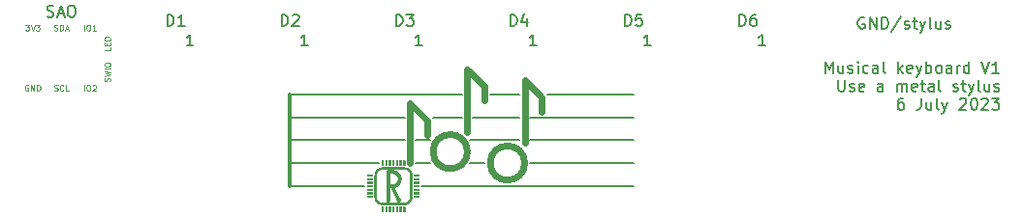
<source format=gbr>
%TF.GenerationSoftware,KiCad,Pcbnew,7.0.5-7.0.5~ubuntu20.04.1*%
%TF.CreationDate,2023-07-06T19:43:48+02:00*%
%TF.ProjectId,sao_keyboard,73616f5f-6b65-4796-926f-6172642e6b69,rev?*%
%TF.SameCoordinates,Original*%
%TF.FileFunction,Legend,Top*%
%TF.FilePolarity,Positive*%
%FSLAX46Y46*%
G04 Gerber Fmt 4.6, Leading zero omitted, Abs format (unit mm)*
G04 Created by KiCad (PCBNEW 7.0.5-7.0.5~ubuntu20.04.1) date 2023-07-06 19:43:48*
%MOMM*%
%LPD*%
G01*
G04 APERTURE LIST*
%ADD10C,0.600000*%
%ADD11C,0.150000*%
%ADD12C,0.300000*%
%ADD13C,0.100000*%
%ADD14C,0.066145*%
G04 APERTURE END LIST*
D10*
X140750000Y-78750000D02*
X140750000Y-73250000D01*
X137250000Y-77750000D02*
X137250000Y-79000000D01*
X145750000Y-79750000D02*
X145750000Y-74250000D01*
X135750000Y-81500000D02*
X135750000Y-76250000D01*
D11*
X141000000Y-81500000D02*
X142250000Y-81500000D01*
X146250000Y-81500000D02*
X155250000Y-81500000D01*
X141000000Y-79500000D02*
X145250000Y-79500000D01*
D10*
X142250000Y-74750000D02*
X142250000Y-76000000D01*
X140750000Y-80500000D02*
G75*
G03*
X140750000Y-80500000I-1500000J0D01*
G01*
D11*
X125250000Y-83500000D02*
X131750000Y-83500000D01*
X141250000Y-77500000D02*
X145250000Y-77500000D01*
X142750000Y-75500000D02*
X145250000Y-75500000D01*
X125250000Y-77500000D02*
X135250000Y-77500000D01*
X155250000Y-77500000D02*
X146250000Y-77500000D01*
D12*
X125250000Y-83500000D02*
X125250000Y-75500000D01*
D11*
X125250000Y-81500000D02*
X133000000Y-81500000D01*
X147750000Y-75500000D02*
X155250000Y-75500000D01*
X136750000Y-83500000D02*
X155250000Y-83500000D01*
X136250000Y-81500000D02*
X137500000Y-81500000D01*
D10*
X140750000Y-73250000D02*
X142250000Y-74750000D01*
D11*
X140250000Y-75500000D02*
X125250000Y-75500000D01*
D10*
X135750000Y-76250000D02*
X137250000Y-77750000D01*
X145750000Y-81500000D02*
G75*
G03*
X145750000Y-81500000I-1500000J0D01*
G01*
D11*
X137750000Y-77500000D02*
X140250000Y-77500000D01*
X146250000Y-79500000D02*
X155250000Y-79500000D01*
X135250000Y-79500000D02*
X125250000Y-79500000D01*
D10*
X145750000Y-74250000D02*
X147250000Y-75750000D01*
D11*
X136250000Y-79500000D02*
X137500000Y-79500000D01*
D10*
X147250000Y-75750000D02*
X147250000Y-77000000D01*
D13*
X107250000Y-75143609D02*
X107250000Y-74643609D01*
X107583333Y-74643609D02*
X107678571Y-74643609D01*
X107678571Y-74643609D02*
X107726190Y-74667419D01*
X107726190Y-74667419D02*
X107773809Y-74715038D01*
X107773809Y-74715038D02*
X107797619Y-74810276D01*
X107797619Y-74810276D02*
X107797619Y-74976942D01*
X107797619Y-74976942D02*
X107773809Y-75072180D01*
X107773809Y-75072180D02*
X107726190Y-75119800D01*
X107726190Y-75119800D02*
X107678571Y-75143609D01*
X107678571Y-75143609D02*
X107583333Y-75143609D01*
X107583333Y-75143609D02*
X107535714Y-75119800D01*
X107535714Y-75119800D02*
X107488095Y-75072180D01*
X107488095Y-75072180D02*
X107464286Y-74976942D01*
X107464286Y-74976942D02*
X107464286Y-74810276D01*
X107464286Y-74810276D02*
X107488095Y-74715038D01*
X107488095Y-74715038D02*
X107535714Y-74667419D01*
X107535714Y-74667419D02*
X107583333Y-74643609D01*
X107988096Y-74691228D02*
X108011905Y-74667419D01*
X108011905Y-74667419D02*
X108059524Y-74643609D01*
X108059524Y-74643609D02*
X108178572Y-74643609D01*
X108178572Y-74643609D02*
X108226191Y-74667419D01*
X108226191Y-74667419D02*
X108250000Y-74691228D01*
X108250000Y-74691228D02*
X108273810Y-74738847D01*
X108273810Y-74738847D02*
X108273810Y-74786466D01*
X108273810Y-74786466D02*
X108250000Y-74857895D01*
X108250000Y-74857895D02*
X107964286Y-75143609D01*
X107964286Y-75143609D02*
X108273810Y-75143609D01*
X104642858Y-69834800D02*
X104714286Y-69858609D01*
X104714286Y-69858609D02*
X104833334Y-69858609D01*
X104833334Y-69858609D02*
X104880953Y-69834800D01*
X104880953Y-69834800D02*
X104904762Y-69810990D01*
X104904762Y-69810990D02*
X104928572Y-69763371D01*
X104928572Y-69763371D02*
X104928572Y-69715752D01*
X104928572Y-69715752D02*
X104904762Y-69668133D01*
X104904762Y-69668133D02*
X104880953Y-69644323D01*
X104880953Y-69644323D02*
X104833334Y-69620514D01*
X104833334Y-69620514D02*
X104738096Y-69596704D01*
X104738096Y-69596704D02*
X104690477Y-69572895D01*
X104690477Y-69572895D02*
X104666667Y-69549085D01*
X104666667Y-69549085D02*
X104642858Y-69501466D01*
X104642858Y-69501466D02*
X104642858Y-69453847D01*
X104642858Y-69453847D02*
X104666667Y-69406228D01*
X104666667Y-69406228D02*
X104690477Y-69382419D01*
X104690477Y-69382419D02*
X104738096Y-69358609D01*
X104738096Y-69358609D02*
X104857143Y-69358609D01*
X104857143Y-69358609D02*
X104928572Y-69382419D01*
X105142857Y-69858609D02*
X105142857Y-69358609D01*
X105142857Y-69358609D02*
X105261905Y-69358609D01*
X105261905Y-69358609D02*
X105333333Y-69382419D01*
X105333333Y-69382419D02*
X105380952Y-69430038D01*
X105380952Y-69430038D02*
X105404762Y-69477657D01*
X105404762Y-69477657D02*
X105428571Y-69572895D01*
X105428571Y-69572895D02*
X105428571Y-69644323D01*
X105428571Y-69644323D02*
X105404762Y-69739561D01*
X105404762Y-69739561D02*
X105380952Y-69787180D01*
X105380952Y-69787180D02*
X105333333Y-69834800D01*
X105333333Y-69834800D02*
X105261905Y-69858609D01*
X105261905Y-69858609D02*
X105142857Y-69858609D01*
X105619048Y-69715752D02*
X105857143Y-69715752D01*
X105571429Y-69858609D02*
X105738095Y-69358609D01*
X105738095Y-69358609D02*
X105904762Y-69858609D01*
X109518609Y-71321428D02*
X109518609Y-71559523D01*
X109518609Y-71559523D02*
X109018609Y-71559523D01*
X109256704Y-71154761D02*
X109256704Y-70988094D01*
X109518609Y-70916666D02*
X109518609Y-71154761D01*
X109518609Y-71154761D02*
X109018609Y-71154761D01*
X109018609Y-71154761D02*
X109018609Y-70916666D01*
X109518609Y-70702380D02*
X109018609Y-70702380D01*
X109018609Y-70702380D02*
X109018609Y-70583332D01*
X109018609Y-70583332D02*
X109042419Y-70511904D01*
X109042419Y-70511904D02*
X109090038Y-70464285D01*
X109090038Y-70464285D02*
X109137657Y-70440475D01*
X109137657Y-70440475D02*
X109232895Y-70416666D01*
X109232895Y-70416666D02*
X109304323Y-70416666D01*
X109304323Y-70416666D02*
X109399561Y-70440475D01*
X109399561Y-70440475D02*
X109447180Y-70464285D01*
X109447180Y-70464285D02*
X109494800Y-70511904D01*
X109494800Y-70511904D02*
X109518609Y-70583332D01*
X109518609Y-70583332D02*
X109518609Y-70702380D01*
D11*
X172020361Y-73594819D02*
X172020361Y-72594819D01*
X172020361Y-72594819D02*
X172353694Y-73309104D01*
X172353694Y-73309104D02*
X172687027Y-72594819D01*
X172687027Y-72594819D02*
X172687027Y-73594819D01*
X173591789Y-72928152D02*
X173591789Y-73594819D01*
X173163218Y-72928152D02*
X173163218Y-73451961D01*
X173163218Y-73451961D02*
X173210837Y-73547200D01*
X173210837Y-73547200D02*
X173306075Y-73594819D01*
X173306075Y-73594819D02*
X173448932Y-73594819D01*
X173448932Y-73594819D02*
X173544170Y-73547200D01*
X173544170Y-73547200D02*
X173591789Y-73499580D01*
X174020361Y-73547200D02*
X174115599Y-73594819D01*
X174115599Y-73594819D02*
X174306075Y-73594819D01*
X174306075Y-73594819D02*
X174401313Y-73547200D01*
X174401313Y-73547200D02*
X174448932Y-73451961D01*
X174448932Y-73451961D02*
X174448932Y-73404342D01*
X174448932Y-73404342D02*
X174401313Y-73309104D01*
X174401313Y-73309104D02*
X174306075Y-73261485D01*
X174306075Y-73261485D02*
X174163218Y-73261485D01*
X174163218Y-73261485D02*
X174067980Y-73213866D01*
X174067980Y-73213866D02*
X174020361Y-73118628D01*
X174020361Y-73118628D02*
X174020361Y-73071009D01*
X174020361Y-73071009D02*
X174067980Y-72975771D01*
X174067980Y-72975771D02*
X174163218Y-72928152D01*
X174163218Y-72928152D02*
X174306075Y-72928152D01*
X174306075Y-72928152D02*
X174401313Y-72975771D01*
X174877504Y-73594819D02*
X174877504Y-72928152D01*
X174877504Y-72594819D02*
X174829885Y-72642438D01*
X174829885Y-72642438D02*
X174877504Y-72690057D01*
X174877504Y-72690057D02*
X174925123Y-72642438D01*
X174925123Y-72642438D02*
X174877504Y-72594819D01*
X174877504Y-72594819D02*
X174877504Y-72690057D01*
X175782265Y-73547200D02*
X175687027Y-73594819D01*
X175687027Y-73594819D02*
X175496551Y-73594819D01*
X175496551Y-73594819D02*
X175401313Y-73547200D01*
X175401313Y-73547200D02*
X175353694Y-73499580D01*
X175353694Y-73499580D02*
X175306075Y-73404342D01*
X175306075Y-73404342D02*
X175306075Y-73118628D01*
X175306075Y-73118628D02*
X175353694Y-73023390D01*
X175353694Y-73023390D02*
X175401313Y-72975771D01*
X175401313Y-72975771D02*
X175496551Y-72928152D01*
X175496551Y-72928152D02*
X175687027Y-72928152D01*
X175687027Y-72928152D02*
X175782265Y-72975771D01*
X176639408Y-73594819D02*
X176639408Y-73071009D01*
X176639408Y-73071009D02*
X176591789Y-72975771D01*
X176591789Y-72975771D02*
X176496551Y-72928152D01*
X176496551Y-72928152D02*
X176306075Y-72928152D01*
X176306075Y-72928152D02*
X176210837Y-72975771D01*
X176639408Y-73547200D02*
X176544170Y-73594819D01*
X176544170Y-73594819D02*
X176306075Y-73594819D01*
X176306075Y-73594819D02*
X176210837Y-73547200D01*
X176210837Y-73547200D02*
X176163218Y-73451961D01*
X176163218Y-73451961D02*
X176163218Y-73356723D01*
X176163218Y-73356723D02*
X176210837Y-73261485D01*
X176210837Y-73261485D02*
X176306075Y-73213866D01*
X176306075Y-73213866D02*
X176544170Y-73213866D01*
X176544170Y-73213866D02*
X176639408Y-73166247D01*
X177258456Y-73594819D02*
X177163218Y-73547200D01*
X177163218Y-73547200D02*
X177115599Y-73451961D01*
X177115599Y-73451961D02*
X177115599Y-72594819D01*
X178401314Y-73594819D02*
X178401314Y-72594819D01*
X178496552Y-73213866D02*
X178782266Y-73594819D01*
X178782266Y-72928152D02*
X178401314Y-73309104D01*
X179591790Y-73547200D02*
X179496552Y-73594819D01*
X179496552Y-73594819D02*
X179306076Y-73594819D01*
X179306076Y-73594819D02*
X179210838Y-73547200D01*
X179210838Y-73547200D02*
X179163219Y-73451961D01*
X179163219Y-73451961D02*
X179163219Y-73071009D01*
X179163219Y-73071009D02*
X179210838Y-72975771D01*
X179210838Y-72975771D02*
X179306076Y-72928152D01*
X179306076Y-72928152D02*
X179496552Y-72928152D01*
X179496552Y-72928152D02*
X179591790Y-72975771D01*
X179591790Y-72975771D02*
X179639409Y-73071009D01*
X179639409Y-73071009D02*
X179639409Y-73166247D01*
X179639409Y-73166247D02*
X179163219Y-73261485D01*
X179972743Y-72928152D02*
X180210838Y-73594819D01*
X180448933Y-72928152D02*
X180210838Y-73594819D01*
X180210838Y-73594819D02*
X180115600Y-73832914D01*
X180115600Y-73832914D02*
X180067981Y-73880533D01*
X180067981Y-73880533D02*
X179972743Y-73928152D01*
X180829886Y-73594819D02*
X180829886Y-72594819D01*
X180829886Y-72975771D02*
X180925124Y-72928152D01*
X180925124Y-72928152D02*
X181115600Y-72928152D01*
X181115600Y-72928152D02*
X181210838Y-72975771D01*
X181210838Y-72975771D02*
X181258457Y-73023390D01*
X181258457Y-73023390D02*
X181306076Y-73118628D01*
X181306076Y-73118628D02*
X181306076Y-73404342D01*
X181306076Y-73404342D02*
X181258457Y-73499580D01*
X181258457Y-73499580D02*
X181210838Y-73547200D01*
X181210838Y-73547200D02*
X181115600Y-73594819D01*
X181115600Y-73594819D02*
X180925124Y-73594819D01*
X180925124Y-73594819D02*
X180829886Y-73547200D01*
X181877505Y-73594819D02*
X181782267Y-73547200D01*
X181782267Y-73547200D02*
X181734648Y-73499580D01*
X181734648Y-73499580D02*
X181687029Y-73404342D01*
X181687029Y-73404342D02*
X181687029Y-73118628D01*
X181687029Y-73118628D02*
X181734648Y-73023390D01*
X181734648Y-73023390D02*
X181782267Y-72975771D01*
X181782267Y-72975771D02*
X181877505Y-72928152D01*
X181877505Y-72928152D02*
X182020362Y-72928152D01*
X182020362Y-72928152D02*
X182115600Y-72975771D01*
X182115600Y-72975771D02*
X182163219Y-73023390D01*
X182163219Y-73023390D02*
X182210838Y-73118628D01*
X182210838Y-73118628D02*
X182210838Y-73404342D01*
X182210838Y-73404342D02*
X182163219Y-73499580D01*
X182163219Y-73499580D02*
X182115600Y-73547200D01*
X182115600Y-73547200D02*
X182020362Y-73594819D01*
X182020362Y-73594819D02*
X181877505Y-73594819D01*
X183067981Y-73594819D02*
X183067981Y-73071009D01*
X183067981Y-73071009D02*
X183020362Y-72975771D01*
X183020362Y-72975771D02*
X182925124Y-72928152D01*
X182925124Y-72928152D02*
X182734648Y-72928152D01*
X182734648Y-72928152D02*
X182639410Y-72975771D01*
X183067981Y-73547200D02*
X182972743Y-73594819D01*
X182972743Y-73594819D02*
X182734648Y-73594819D01*
X182734648Y-73594819D02*
X182639410Y-73547200D01*
X182639410Y-73547200D02*
X182591791Y-73451961D01*
X182591791Y-73451961D02*
X182591791Y-73356723D01*
X182591791Y-73356723D02*
X182639410Y-73261485D01*
X182639410Y-73261485D02*
X182734648Y-73213866D01*
X182734648Y-73213866D02*
X182972743Y-73213866D01*
X182972743Y-73213866D02*
X183067981Y-73166247D01*
X183544172Y-73594819D02*
X183544172Y-72928152D01*
X183544172Y-73118628D02*
X183591791Y-73023390D01*
X183591791Y-73023390D02*
X183639410Y-72975771D01*
X183639410Y-72975771D02*
X183734648Y-72928152D01*
X183734648Y-72928152D02*
X183829886Y-72928152D01*
X184591791Y-73594819D02*
X184591791Y-72594819D01*
X184591791Y-73547200D02*
X184496553Y-73594819D01*
X184496553Y-73594819D02*
X184306077Y-73594819D01*
X184306077Y-73594819D02*
X184210839Y-73547200D01*
X184210839Y-73547200D02*
X184163220Y-73499580D01*
X184163220Y-73499580D02*
X184115601Y-73404342D01*
X184115601Y-73404342D02*
X184115601Y-73118628D01*
X184115601Y-73118628D02*
X184163220Y-73023390D01*
X184163220Y-73023390D02*
X184210839Y-72975771D01*
X184210839Y-72975771D02*
X184306077Y-72928152D01*
X184306077Y-72928152D02*
X184496553Y-72928152D01*
X184496553Y-72928152D02*
X184591791Y-72975771D01*
X185687030Y-72594819D02*
X186020363Y-73594819D01*
X186020363Y-73594819D02*
X186353696Y-72594819D01*
X187210839Y-73594819D02*
X186639411Y-73594819D01*
X186925125Y-73594819D02*
X186925125Y-72594819D01*
X186925125Y-72594819D02*
X186829887Y-72737676D01*
X186829887Y-72737676D02*
X186734649Y-72832914D01*
X186734649Y-72832914D02*
X186639411Y-72880533D01*
X173163217Y-74204819D02*
X173163217Y-75014342D01*
X173163217Y-75014342D02*
X173210836Y-75109580D01*
X173210836Y-75109580D02*
X173258455Y-75157200D01*
X173258455Y-75157200D02*
X173353693Y-75204819D01*
X173353693Y-75204819D02*
X173544169Y-75204819D01*
X173544169Y-75204819D02*
X173639407Y-75157200D01*
X173639407Y-75157200D02*
X173687026Y-75109580D01*
X173687026Y-75109580D02*
X173734645Y-75014342D01*
X173734645Y-75014342D02*
X173734645Y-74204819D01*
X174163217Y-75157200D02*
X174258455Y-75204819D01*
X174258455Y-75204819D02*
X174448931Y-75204819D01*
X174448931Y-75204819D02*
X174544169Y-75157200D01*
X174544169Y-75157200D02*
X174591788Y-75061961D01*
X174591788Y-75061961D02*
X174591788Y-75014342D01*
X174591788Y-75014342D02*
X174544169Y-74919104D01*
X174544169Y-74919104D02*
X174448931Y-74871485D01*
X174448931Y-74871485D02*
X174306074Y-74871485D01*
X174306074Y-74871485D02*
X174210836Y-74823866D01*
X174210836Y-74823866D02*
X174163217Y-74728628D01*
X174163217Y-74728628D02*
X174163217Y-74681009D01*
X174163217Y-74681009D02*
X174210836Y-74585771D01*
X174210836Y-74585771D02*
X174306074Y-74538152D01*
X174306074Y-74538152D02*
X174448931Y-74538152D01*
X174448931Y-74538152D02*
X174544169Y-74585771D01*
X175401312Y-75157200D02*
X175306074Y-75204819D01*
X175306074Y-75204819D02*
X175115598Y-75204819D01*
X175115598Y-75204819D02*
X175020360Y-75157200D01*
X175020360Y-75157200D02*
X174972741Y-75061961D01*
X174972741Y-75061961D02*
X174972741Y-74681009D01*
X174972741Y-74681009D02*
X175020360Y-74585771D01*
X175020360Y-74585771D02*
X175115598Y-74538152D01*
X175115598Y-74538152D02*
X175306074Y-74538152D01*
X175306074Y-74538152D02*
X175401312Y-74585771D01*
X175401312Y-74585771D02*
X175448931Y-74681009D01*
X175448931Y-74681009D02*
X175448931Y-74776247D01*
X175448931Y-74776247D02*
X174972741Y-74871485D01*
X177067979Y-75204819D02*
X177067979Y-74681009D01*
X177067979Y-74681009D02*
X177020360Y-74585771D01*
X177020360Y-74585771D02*
X176925122Y-74538152D01*
X176925122Y-74538152D02*
X176734646Y-74538152D01*
X176734646Y-74538152D02*
X176639408Y-74585771D01*
X177067979Y-75157200D02*
X176972741Y-75204819D01*
X176972741Y-75204819D02*
X176734646Y-75204819D01*
X176734646Y-75204819D02*
X176639408Y-75157200D01*
X176639408Y-75157200D02*
X176591789Y-75061961D01*
X176591789Y-75061961D02*
X176591789Y-74966723D01*
X176591789Y-74966723D02*
X176639408Y-74871485D01*
X176639408Y-74871485D02*
X176734646Y-74823866D01*
X176734646Y-74823866D02*
X176972741Y-74823866D01*
X176972741Y-74823866D02*
X177067979Y-74776247D01*
X178306075Y-75204819D02*
X178306075Y-74538152D01*
X178306075Y-74633390D02*
X178353694Y-74585771D01*
X178353694Y-74585771D02*
X178448932Y-74538152D01*
X178448932Y-74538152D02*
X178591789Y-74538152D01*
X178591789Y-74538152D02*
X178687027Y-74585771D01*
X178687027Y-74585771D02*
X178734646Y-74681009D01*
X178734646Y-74681009D02*
X178734646Y-75204819D01*
X178734646Y-74681009D02*
X178782265Y-74585771D01*
X178782265Y-74585771D02*
X178877503Y-74538152D01*
X178877503Y-74538152D02*
X179020360Y-74538152D01*
X179020360Y-74538152D02*
X179115599Y-74585771D01*
X179115599Y-74585771D02*
X179163218Y-74681009D01*
X179163218Y-74681009D02*
X179163218Y-75204819D01*
X180020360Y-75157200D02*
X179925122Y-75204819D01*
X179925122Y-75204819D02*
X179734646Y-75204819D01*
X179734646Y-75204819D02*
X179639408Y-75157200D01*
X179639408Y-75157200D02*
X179591789Y-75061961D01*
X179591789Y-75061961D02*
X179591789Y-74681009D01*
X179591789Y-74681009D02*
X179639408Y-74585771D01*
X179639408Y-74585771D02*
X179734646Y-74538152D01*
X179734646Y-74538152D02*
X179925122Y-74538152D01*
X179925122Y-74538152D02*
X180020360Y-74585771D01*
X180020360Y-74585771D02*
X180067979Y-74681009D01*
X180067979Y-74681009D02*
X180067979Y-74776247D01*
X180067979Y-74776247D02*
X179591789Y-74871485D01*
X180353694Y-74538152D02*
X180734646Y-74538152D01*
X180496551Y-74204819D02*
X180496551Y-75061961D01*
X180496551Y-75061961D02*
X180544170Y-75157200D01*
X180544170Y-75157200D02*
X180639408Y-75204819D01*
X180639408Y-75204819D02*
X180734646Y-75204819D01*
X181496551Y-75204819D02*
X181496551Y-74681009D01*
X181496551Y-74681009D02*
X181448932Y-74585771D01*
X181448932Y-74585771D02*
X181353694Y-74538152D01*
X181353694Y-74538152D02*
X181163218Y-74538152D01*
X181163218Y-74538152D02*
X181067980Y-74585771D01*
X181496551Y-75157200D02*
X181401313Y-75204819D01*
X181401313Y-75204819D02*
X181163218Y-75204819D01*
X181163218Y-75204819D02*
X181067980Y-75157200D01*
X181067980Y-75157200D02*
X181020361Y-75061961D01*
X181020361Y-75061961D02*
X181020361Y-74966723D01*
X181020361Y-74966723D02*
X181067980Y-74871485D01*
X181067980Y-74871485D02*
X181163218Y-74823866D01*
X181163218Y-74823866D02*
X181401313Y-74823866D01*
X181401313Y-74823866D02*
X181496551Y-74776247D01*
X182115599Y-75204819D02*
X182020361Y-75157200D01*
X182020361Y-75157200D02*
X181972742Y-75061961D01*
X181972742Y-75061961D02*
X181972742Y-74204819D01*
X183210838Y-75157200D02*
X183306076Y-75204819D01*
X183306076Y-75204819D02*
X183496552Y-75204819D01*
X183496552Y-75204819D02*
X183591790Y-75157200D01*
X183591790Y-75157200D02*
X183639409Y-75061961D01*
X183639409Y-75061961D02*
X183639409Y-75014342D01*
X183639409Y-75014342D02*
X183591790Y-74919104D01*
X183591790Y-74919104D02*
X183496552Y-74871485D01*
X183496552Y-74871485D02*
X183353695Y-74871485D01*
X183353695Y-74871485D02*
X183258457Y-74823866D01*
X183258457Y-74823866D02*
X183210838Y-74728628D01*
X183210838Y-74728628D02*
X183210838Y-74681009D01*
X183210838Y-74681009D02*
X183258457Y-74585771D01*
X183258457Y-74585771D02*
X183353695Y-74538152D01*
X183353695Y-74538152D02*
X183496552Y-74538152D01*
X183496552Y-74538152D02*
X183591790Y-74585771D01*
X183925124Y-74538152D02*
X184306076Y-74538152D01*
X184067981Y-74204819D02*
X184067981Y-75061961D01*
X184067981Y-75061961D02*
X184115600Y-75157200D01*
X184115600Y-75157200D02*
X184210838Y-75204819D01*
X184210838Y-75204819D02*
X184306076Y-75204819D01*
X184544172Y-74538152D02*
X184782267Y-75204819D01*
X185020362Y-74538152D02*
X184782267Y-75204819D01*
X184782267Y-75204819D02*
X184687029Y-75442914D01*
X184687029Y-75442914D02*
X184639410Y-75490533D01*
X184639410Y-75490533D02*
X184544172Y-75538152D01*
X185544172Y-75204819D02*
X185448934Y-75157200D01*
X185448934Y-75157200D02*
X185401315Y-75061961D01*
X185401315Y-75061961D02*
X185401315Y-74204819D01*
X186353696Y-74538152D02*
X186353696Y-75204819D01*
X185925125Y-74538152D02*
X185925125Y-75061961D01*
X185925125Y-75061961D02*
X185972744Y-75157200D01*
X185972744Y-75157200D02*
X186067982Y-75204819D01*
X186067982Y-75204819D02*
X186210839Y-75204819D01*
X186210839Y-75204819D02*
X186306077Y-75157200D01*
X186306077Y-75157200D02*
X186353696Y-75109580D01*
X186782268Y-75157200D02*
X186877506Y-75204819D01*
X186877506Y-75204819D02*
X187067982Y-75204819D01*
X187067982Y-75204819D02*
X187163220Y-75157200D01*
X187163220Y-75157200D02*
X187210839Y-75061961D01*
X187210839Y-75061961D02*
X187210839Y-75014342D01*
X187210839Y-75014342D02*
X187163220Y-74919104D01*
X187163220Y-74919104D02*
X187067982Y-74871485D01*
X187067982Y-74871485D02*
X186925125Y-74871485D01*
X186925125Y-74871485D02*
X186829887Y-74823866D01*
X186829887Y-74823866D02*
X186782268Y-74728628D01*
X186782268Y-74728628D02*
X186782268Y-74681009D01*
X186782268Y-74681009D02*
X186829887Y-74585771D01*
X186829887Y-74585771D02*
X186925125Y-74538152D01*
X186925125Y-74538152D02*
X187067982Y-74538152D01*
X187067982Y-74538152D02*
X187163220Y-74585771D01*
X178829885Y-75814819D02*
X178639409Y-75814819D01*
X178639409Y-75814819D02*
X178544171Y-75862438D01*
X178544171Y-75862438D02*
X178496552Y-75910057D01*
X178496552Y-75910057D02*
X178401314Y-76052914D01*
X178401314Y-76052914D02*
X178353695Y-76243390D01*
X178353695Y-76243390D02*
X178353695Y-76624342D01*
X178353695Y-76624342D02*
X178401314Y-76719580D01*
X178401314Y-76719580D02*
X178448933Y-76767200D01*
X178448933Y-76767200D02*
X178544171Y-76814819D01*
X178544171Y-76814819D02*
X178734647Y-76814819D01*
X178734647Y-76814819D02*
X178829885Y-76767200D01*
X178829885Y-76767200D02*
X178877504Y-76719580D01*
X178877504Y-76719580D02*
X178925123Y-76624342D01*
X178925123Y-76624342D02*
X178925123Y-76386247D01*
X178925123Y-76386247D02*
X178877504Y-76291009D01*
X178877504Y-76291009D02*
X178829885Y-76243390D01*
X178829885Y-76243390D02*
X178734647Y-76195771D01*
X178734647Y-76195771D02*
X178544171Y-76195771D01*
X178544171Y-76195771D02*
X178448933Y-76243390D01*
X178448933Y-76243390D02*
X178401314Y-76291009D01*
X178401314Y-76291009D02*
X178353695Y-76386247D01*
X180401314Y-75814819D02*
X180401314Y-76529104D01*
X180401314Y-76529104D02*
X180353695Y-76671961D01*
X180353695Y-76671961D02*
X180258457Y-76767200D01*
X180258457Y-76767200D02*
X180115600Y-76814819D01*
X180115600Y-76814819D02*
X180020362Y-76814819D01*
X181306076Y-76148152D02*
X181306076Y-76814819D01*
X180877505Y-76148152D02*
X180877505Y-76671961D01*
X180877505Y-76671961D02*
X180925124Y-76767200D01*
X180925124Y-76767200D02*
X181020362Y-76814819D01*
X181020362Y-76814819D02*
X181163219Y-76814819D01*
X181163219Y-76814819D02*
X181258457Y-76767200D01*
X181258457Y-76767200D02*
X181306076Y-76719580D01*
X181925124Y-76814819D02*
X181829886Y-76767200D01*
X181829886Y-76767200D02*
X181782267Y-76671961D01*
X181782267Y-76671961D02*
X181782267Y-75814819D01*
X182210839Y-76148152D02*
X182448934Y-76814819D01*
X182687029Y-76148152D02*
X182448934Y-76814819D01*
X182448934Y-76814819D02*
X182353696Y-77052914D01*
X182353696Y-77052914D02*
X182306077Y-77100533D01*
X182306077Y-77100533D02*
X182210839Y-77148152D01*
X183782268Y-75910057D02*
X183829887Y-75862438D01*
X183829887Y-75862438D02*
X183925125Y-75814819D01*
X183925125Y-75814819D02*
X184163220Y-75814819D01*
X184163220Y-75814819D02*
X184258458Y-75862438D01*
X184258458Y-75862438D02*
X184306077Y-75910057D01*
X184306077Y-75910057D02*
X184353696Y-76005295D01*
X184353696Y-76005295D02*
X184353696Y-76100533D01*
X184353696Y-76100533D02*
X184306077Y-76243390D01*
X184306077Y-76243390D02*
X183734649Y-76814819D01*
X183734649Y-76814819D02*
X184353696Y-76814819D01*
X184972744Y-75814819D02*
X185067982Y-75814819D01*
X185067982Y-75814819D02*
X185163220Y-75862438D01*
X185163220Y-75862438D02*
X185210839Y-75910057D01*
X185210839Y-75910057D02*
X185258458Y-76005295D01*
X185258458Y-76005295D02*
X185306077Y-76195771D01*
X185306077Y-76195771D02*
X185306077Y-76433866D01*
X185306077Y-76433866D02*
X185258458Y-76624342D01*
X185258458Y-76624342D02*
X185210839Y-76719580D01*
X185210839Y-76719580D02*
X185163220Y-76767200D01*
X185163220Y-76767200D02*
X185067982Y-76814819D01*
X185067982Y-76814819D02*
X184972744Y-76814819D01*
X184972744Y-76814819D02*
X184877506Y-76767200D01*
X184877506Y-76767200D02*
X184829887Y-76719580D01*
X184829887Y-76719580D02*
X184782268Y-76624342D01*
X184782268Y-76624342D02*
X184734649Y-76433866D01*
X184734649Y-76433866D02*
X184734649Y-76195771D01*
X184734649Y-76195771D02*
X184782268Y-76005295D01*
X184782268Y-76005295D02*
X184829887Y-75910057D01*
X184829887Y-75910057D02*
X184877506Y-75862438D01*
X184877506Y-75862438D02*
X184972744Y-75814819D01*
X185687030Y-75910057D02*
X185734649Y-75862438D01*
X185734649Y-75862438D02*
X185829887Y-75814819D01*
X185829887Y-75814819D02*
X186067982Y-75814819D01*
X186067982Y-75814819D02*
X186163220Y-75862438D01*
X186163220Y-75862438D02*
X186210839Y-75910057D01*
X186210839Y-75910057D02*
X186258458Y-76005295D01*
X186258458Y-76005295D02*
X186258458Y-76100533D01*
X186258458Y-76100533D02*
X186210839Y-76243390D01*
X186210839Y-76243390D02*
X185639411Y-76814819D01*
X185639411Y-76814819D02*
X186258458Y-76814819D01*
X186591792Y-75814819D02*
X187210839Y-75814819D01*
X187210839Y-75814819D02*
X186877506Y-76195771D01*
X186877506Y-76195771D02*
X187020363Y-76195771D01*
X187020363Y-76195771D02*
X187115601Y-76243390D01*
X187115601Y-76243390D02*
X187163220Y-76291009D01*
X187163220Y-76291009D02*
X187210839Y-76386247D01*
X187210839Y-76386247D02*
X187210839Y-76624342D01*
X187210839Y-76624342D02*
X187163220Y-76719580D01*
X187163220Y-76719580D02*
X187115601Y-76767200D01*
X187115601Y-76767200D02*
X187020363Y-76814819D01*
X187020363Y-76814819D02*
X186734649Y-76814819D01*
X186734649Y-76814819D02*
X186639411Y-76767200D01*
X186639411Y-76767200D02*
X186591792Y-76719580D01*
D13*
X102130953Y-69358609D02*
X102440477Y-69358609D01*
X102440477Y-69358609D02*
X102273810Y-69549085D01*
X102273810Y-69549085D02*
X102345239Y-69549085D01*
X102345239Y-69549085D02*
X102392858Y-69572895D01*
X102392858Y-69572895D02*
X102416667Y-69596704D01*
X102416667Y-69596704D02*
X102440477Y-69644323D01*
X102440477Y-69644323D02*
X102440477Y-69763371D01*
X102440477Y-69763371D02*
X102416667Y-69810990D01*
X102416667Y-69810990D02*
X102392858Y-69834800D01*
X102392858Y-69834800D02*
X102345239Y-69858609D01*
X102345239Y-69858609D02*
X102202382Y-69858609D01*
X102202382Y-69858609D02*
X102154763Y-69834800D01*
X102154763Y-69834800D02*
X102130953Y-69810990D01*
X102583334Y-69358609D02*
X102750000Y-69858609D01*
X102750000Y-69858609D02*
X102916667Y-69358609D01*
X103035714Y-69358609D02*
X103345238Y-69358609D01*
X103345238Y-69358609D02*
X103178571Y-69549085D01*
X103178571Y-69549085D02*
X103250000Y-69549085D01*
X103250000Y-69549085D02*
X103297619Y-69572895D01*
X103297619Y-69572895D02*
X103321428Y-69596704D01*
X103321428Y-69596704D02*
X103345238Y-69644323D01*
X103345238Y-69644323D02*
X103345238Y-69763371D01*
X103345238Y-69763371D02*
X103321428Y-69810990D01*
X103321428Y-69810990D02*
X103297619Y-69834800D01*
X103297619Y-69834800D02*
X103250000Y-69858609D01*
X103250000Y-69858609D02*
X103107143Y-69858609D01*
X103107143Y-69858609D02*
X103059524Y-69834800D01*
X103059524Y-69834800D02*
X103035714Y-69810990D01*
X109494800Y-74309523D02*
X109518609Y-74238095D01*
X109518609Y-74238095D02*
X109518609Y-74119047D01*
X109518609Y-74119047D02*
X109494800Y-74071428D01*
X109494800Y-74071428D02*
X109470990Y-74047619D01*
X109470990Y-74047619D02*
X109423371Y-74023809D01*
X109423371Y-74023809D02*
X109375752Y-74023809D01*
X109375752Y-74023809D02*
X109328133Y-74047619D01*
X109328133Y-74047619D02*
X109304323Y-74071428D01*
X109304323Y-74071428D02*
X109280514Y-74119047D01*
X109280514Y-74119047D02*
X109256704Y-74214285D01*
X109256704Y-74214285D02*
X109232895Y-74261904D01*
X109232895Y-74261904D02*
X109209085Y-74285714D01*
X109209085Y-74285714D02*
X109161466Y-74309523D01*
X109161466Y-74309523D02*
X109113847Y-74309523D01*
X109113847Y-74309523D02*
X109066228Y-74285714D01*
X109066228Y-74285714D02*
X109042419Y-74261904D01*
X109042419Y-74261904D02*
X109018609Y-74214285D01*
X109018609Y-74214285D02*
X109018609Y-74095238D01*
X109018609Y-74095238D02*
X109042419Y-74023809D01*
X109018609Y-73857143D02*
X109518609Y-73738095D01*
X109518609Y-73738095D02*
X109161466Y-73642857D01*
X109161466Y-73642857D02*
X109518609Y-73547619D01*
X109518609Y-73547619D02*
X109018609Y-73428572D01*
X109518609Y-73238095D02*
X109018609Y-73238095D01*
X109018609Y-72904762D02*
X109018609Y-72809524D01*
X109018609Y-72809524D02*
X109042419Y-72761905D01*
X109042419Y-72761905D02*
X109090038Y-72714286D01*
X109090038Y-72714286D02*
X109185276Y-72690476D01*
X109185276Y-72690476D02*
X109351942Y-72690476D01*
X109351942Y-72690476D02*
X109447180Y-72714286D01*
X109447180Y-72714286D02*
X109494800Y-72761905D01*
X109494800Y-72761905D02*
X109518609Y-72809524D01*
X109518609Y-72809524D02*
X109518609Y-72904762D01*
X109518609Y-72904762D02*
X109494800Y-72952381D01*
X109494800Y-72952381D02*
X109447180Y-73000000D01*
X109447180Y-73000000D02*
X109351942Y-73023809D01*
X109351942Y-73023809D02*
X109185276Y-73023809D01*
X109185276Y-73023809D02*
X109090038Y-73000000D01*
X109090038Y-73000000D02*
X109042419Y-72952381D01*
X109042419Y-72952381D02*
X109018609Y-72904762D01*
X102369047Y-74667419D02*
X102321428Y-74643609D01*
X102321428Y-74643609D02*
X102249999Y-74643609D01*
X102249999Y-74643609D02*
X102178571Y-74667419D01*
X102178571Y-74667419D02*
X102130952Y-74715038D01*
X102130952Y-74715038D02*
X102107142Y-74762657D01*
X102107142Y-74762657D02*
X102083333Y-74857895D01*
X102083333Y-74857895D02*
X102083333Y-74929323D01*
X102083333Y-74929323D02*
X102107142Y-75024561D01*
X102107142Y-75024561D02*
X102130952Y-75072180D01*
X102130952Y-75072180D02*
X102178571Y-75119800D01*
X102178571Y-75119800D02*
X102249999Y-75143609D01*
X102249999Y-75143609D02*
X102297618Y-75143609D01*
X102297618Y-75143609D02*
X102369047Y-75119800D01*
X102369047Y-75119800D02*
X102392856Y-75095990D01*
X102392856Y-75095990D02*
X102392856Y-74929323D01*
X102392856Y-74929323D02*
X102297618Y-74929323D01*
X102607142Y-75143609D02*
X102607142Y-74643609D01*
X102607142Y-74643609D02*
X102892856Y-75143609D01*
X102892856Y-75143609D02*
X102892856Y-74643609D01*
X103130952Y-75143609D02*
X103130952Y-74643609D01*
X103130952Y-74643609D02*
X103250000Y-74643609D01*
X103250000Y-74643609D02*
X103321428Y-74667419D01*
X103321428Y-74667419D02*
X103369047Y-74715038D01*
X103369047Y-74715038D02*
X103392857Y-74762657D01*
X103392857Y-74762657D02*
X103416666Y-74857895D01*
X103416666Y-74857895D02*
X103416666Y-74929323D01*
X103416666Y-74929323D02*
X103392857Y-75024561D01*
X103392857Y-75024561D02*
X103369047Y-75072180D01*
X103369047Y-75072180D02*
X103321428Y-75119800D01*
X103321428Y-75119800D02*
X103250000Y-75143609D01*
X103250000Y-75143609D02*
X103130952Y-75143609D01*
X104654762Y-75119800D02*
X104726190Y-75143609D01*
X104726190Y-75143609D02*
X104845238Y-75143609D01*
X104845238Y-75143609D02*
X104892857Y-75119800D01*
X104892857Y-75119800D02*
X104916666Y-75095990D01*
X104916666Y-75095990D02*
X104940476Y-75048371D01*
X104940476Y-75048371D02*
X104940476Y-75000752D01*
X104940476Y-75000752D02*
X104916666Y-74953133D01*
X104916666Y-74953133D02*
X104892857Y-74929323D01*
X104892857Y-74929323D02*
X104845238Y-74905514D01*
X104845238Y-74905514D02*
X104750000Y-74881704D01*
X104750000Y-74881704D02*
X104702381Y-74857895D01*
X104702381Y-74857895D02*
X104678571Y-74834085D01*
X104678571Y-74834085D02*
X104654762Y-74786466D01*
X104654762Y-74786466D02*
X104654762Y-74738847D01*
X104654762Y-74738847D02*
X104678571Y-74691228D01*
X104678571Y-74691228D02*
X104702381Y-74667419D01*
X104702381Y-74667419D02*
X104750000Y-74643609D01*
X104750000Y-74643609D02*
X104869047Y-74643609D01*
X104869047Y-74643609D02*
X104940476Y-74667419D01*
X105440475Y-75095990D02*
X105416666Y-75119800D01*
X105416666Y-75119800D02*
X105345237Y-75143609D01*
X105345237Y-75143609D02*
X105297618Y-75143609D01*
X105297618Y-75143609D02*
X105226190Y-75119800D01*
X105226190Y-75119800D02*
X105178571Y-75072180D01*
X105178571Y-75072180D02*
X105154761Y-75024561D01*
X105154761Y-75024561D02*
X105130952Y-74929323D01*
X105130952Y-74929323D02*
X105130952Y-74857895D01*
X105130952Y-74857895D02*
X105154761Y-74762657D01*
X105154761Y-74762657D02*
X105178571Y-74715038D01*
X105178571Y-74715038D02*
X105226190Y-74667419D01*
X105226190Y-74667419D02*
X105297618Y-74643609D01*
X105297618Y-74643609D02*
X105345237Y-74643609D01*
X105345237Y-74643609D02*
X105416666Y-74667419D01*
X105416666Y-74667419D02*
X105440475Y-74691228D01*
X105892856Y-75143609D02*
X105654761Y-75143609D01*
X105654761Y-75143609D02*
X105654761Y-74643609D01*
D11*
X104011905Y-68632200D02*
X104154762Y-68679819D01*
X104154762Y-68679819D02*
X104392857Y-68679819D01*
X104392857Y-68679819D02*
X104488095Y-68632200D01*
X104488095Y-68632200D02*
X104535714Y-68584580D01*
X104535714Y-68584580D02*
X104583333Y-68489342D01*
X104583333Y-68489342D02*
X104583333Y-68394104D01*
X104583333Y-68394104D02*
X104535714Y-68298866D01*
X104535714Y-68298866D02*
X104488095Y-68251247D01*
X104488095Y-68251247D02*
X104392857Y-68203628D01*
X104392857Y-68203628D02*
X104202381Y-68156009D01*
X104202381Y-68156009D02*
X104107143Y-68108390D01*
X104107143Y-68108390D02*
X104059524Y-68060771D01*
X104059524Y-68060771D02*
X104011905Y-67965533D01*
X104011905Y-67965533D02*
X104011905Y-67870295D01*
X104011905Y-67870295D02*
X104059524Y-67775057D01*
X104059524Y-67775057D02*
X104107143Y-67727438D01*
X104107143Y-67727438D02*
X104202381Y-67679819D01*
X104202381Y-67679819D02*
X104440476Y-67679819D01*
X104440476Y-67679819D02*
X104583333Y-67727438D01*
X104964286Y-68394104D02*
X105440476Y-68394104D01*
X104869048Y-68679819D02*
X105202381Y-67679819D01*
X105202381Y-67679819D02*
X105535714Y-68679819D01*
X106059524Y-67679819D02*
X106250000Y-67679819D01*
X106250000Y-67679819D02*
X106345238Y-67727438D01*
X106345238Y-67727438D02*
X106440476Y-67822676D01*
X106440476Y-67822676D02*
X106488095Y-68013152D01*
X106488095Y-68013152D02*
X106488095Y-68346485D01*
X106488095Y-68346485D02*
X106440476Y-68536961D01*
X106440476Y-68536961D02*
X106345238Y-68632200D01*
X106345238Y-68632200D02*
X106250000Y-68679819D01*
X106250000Y-68679819D02*
X106059524Y-68679819D01*
X106059524Y-68679819D02*
X105964286Y-68632200D01*
X105964286Y-68632200D02*
X105869048Y-68536961D01*
X105869048Y-68536961D02*
X105821429Y-68346485D01*
X105821429Y-68346485D02*
X105821429Y-68013152D01*
X105821429Y-68013152D02*
X105869048Y-67822676D01*
X105869048Y-67822676D02*
X105964286Y-67727438D01*
X105964286Y-67727438D02*
X106059524Y-67679819D01*
X175437028Y-68752438D02*
X175341790Y-68704819D01*
X175341790Y-68704819D02*
X175198933Y-68704819D01*
X175198933Y-68704819D02*
X175056076Y-68752438D01*
X175056076Y-68752438D02*
X174960838Y-68847676D01*
X174960838Y-68847676D02*
X174913219Y-68942914D01*
X174913219Y-68942914D02*
X174865600Y-69133390D01*
X174865600Y-69133390D02*
X174865600Y-69276247D01*
X174865600Y-69276247D02*
X174913219Y-69466723D01*
X174913219Y-69466723D02*
X174960838Y-69561961D01*
X174960838Y-69561961D02*
X175056076Y-69657200D01*
X175056076Y-69657200D02*
X175198933Y-69704819D01*
X175198933Y-69704819D02*
X175294171Y-69704819D01*
X175294171Y-69704819D02*
X175437028Y-69657200D01*
X175437028Y-69657200D02*
X175484647Y-69609580D01*
X175484647Y-69609580D02*
X175484647Y-69276247D01*
X175484647Y-69276247D02*
X175294171Y-69276247D01*
X175913219Y-69704819D02*
X175913219Y-68704819D01*
X175913219Y-68704819D02*
X176484647Y-69704819D01*
X176484647Y-69704819D02*
X176484647Y-68704819D01*
X176960838Y-69704819D02*
X176960838Y-68704819D01*
X176960838Y-68704819D02*
X177198933Y-68704819D01*
X177198933Y-68704819D02*
X177341790Y-68752438D01*
X177341790Y-68752438D02*
X177437028Y-68847676D01*
X177437028Y-68847676D02*
X177484647Y-68942914D01*
X177484647Y-68942914D02*
X177532266Y-69133390D01*
X177532266Y-69133390D02*
X177532266Y-69276247D01*
X177532266Y-69276247D02*
X177484647Y-69466723D01*
X177484647Y-69466723D02*
X177437028Y-69561961D01*
X177437028Y-69561961D02*
X177341790Y-69657200D01*
X177341790Y-69657200D02*
X177198933Y-69704819D01*
X177198933Y-69704819D02*
X176960838Y-69704819D01*
X178675123Y-68657200D02*
X177817981Y-69942914D01*
X178960838Y-69657200D02*
X179056076Y-69704819D01*
X179056076Y-69704819D02*
X179246552Y-69704819D01*
X179246552Y-69704819D02*
X179341790Y-69657200D01*
X179341790Y-69657200D02*
X179389409Y-69561961D01*
X179389409Y-69561961D02*
X179389409Y-69514342D01*
X179389409Y-69514342D02*
X179341790Y-69419104D01*
X179341790Y-69419104D02*
X179246552Y-69371485D01*
X179246552Y-69371485D02*
X179103695Y-69371485D01*
X179103695Y-69371485D02*
X179008457Y-69323866D01*
X179008457Y-69323866D02*
X178960838Y-69228628D01*
X178960838Y-69228628D02*
X178960838Y-69181009D01*
X178960838Y-69181009D02*
X179008457Y-69085771D01*
X179008457Y-69085771D02*
X179103695Y-69038152D01*
X179103695Y-69038152D02*
X179246552Y-69038152D01*
X179246552Y-69038152D02*
X179341790Y-69085771D01*
X179675124Y-69038152D02*
X180056076Y-69038152D01*
X179817981Y-68704819D02*
X179817981Y-69561961D01*
X179817981Y-69561961D02*
X179865600Y-69657200D01*
X179865600Y-69657200D02*
X179960838Y-69704819D01*
X179960838Y-69704819D02*
X180056076Y-69704819D01*
X180294172Y-69038152D02*
X180532267Y-69704819D01*
X180770362Y-69038152D02*
X180532267Y-69704819D01*
X180532267Y-69704819D02*
X180437029Y-69942914D01*
X180437029Y-69942914D02*
X180389410Y-69990533D01*
X180389410Y-69990533D02*
X180294172Y-70038152D01*
X181294172Y-69704819D02*
X181198934Y-69657200D01*
X181198934Y-69657200D02*
X181151315Y-69561961D01*
X181151315Y-69561961D02*
X181151315Y-68704819D01*
X182103696Y-69038152D02*
X182103696Y-69704819D01*
X181675125Y-69038152D02*
X181675125Y-69561961D01*
X181675125Y-69561961D02*
X181722744Y-69657200D01*
X181722744Y-69657200D02*
X181817982Y-69704819D01*
X181817982Y-69704819D02*
X181960839Y-69704819D01*
X181960839Y-69704819D02*
X182056077Y-69657200D01*
X182056077Y-69657200D02*
X182103696Y-69609580D01*
X182532268Y-69657200D02*
X182627506Y-69704819D01*
X182627506Y-69704819D02*
X182817982Y-69704819D01*
X182817982Y-69704819D02*
X182913220Y-69657200D01*
X182913220Y-69657200D02*
X182960839Y-69561961D01*
X182960839Y-69561961D02*
X182960839Y-69514342D01*
X182960839Y-69514342D02*
X182913220Y-69419104D01*
X182913220Y-69419104D02*
X182817982Y-69371485D01*
X182817982Y-69371485D02*
X182675125Y-69371485D01*
X182675125Y-69371485D02*
X182579887Y-69323866D01*
X182579887Y-69323866D02*
X182532268Y-69228628D01*
X182532268Y-69228628D02*
X182532268Y-69181009D01*
X182532268Y-69181009D02*
X182579887Y-69085771D01*
X182579887Y-69085771D02*
X182675125Y-69038152D01*
X182675125Y-69038152D02*
X182817982Y-69038152D01*
X182817982Y-69038152D02*
X182913220Y-69085771D01*
D13*
X107250000Y-69858609D02*
X107250000Y-69358609D01*
X107583333Y-69358609D02*
X107678571Y-69358609D01*
X107678571Y-69358609D02*
X107726190Y-69382419D01*
X107726190Y-69382419D02*
X107773809Y-69430038D01*
X107773809Y-69430038D02*
X107797619Y-69525276D01*
X107797619Y-69525276D02*
X107797619Y-69691942D01*
X107797619Y-69691942D02*
X107773809Y-69787180D01*
X107773809Y-69787180D02*
X107726190Y-69834800D01*
X107726190Y-69834800D02*
X107678571Y-69858609D01*
X107678571Y-69858609D02*
X107583333Y-69858609D01*
X107583333Y-69858609D02*
X107535714Y-69834800D01*
X107535714Y-69834800D02*
X107488095Y-69787180D01*
X107488095Y-69787180D02*
X107464286Y-69691942D01*
X107464286Y-69691942D02*
X107464286Y-69525276D01*
X107464286Y-69525276D02*
X107488095Y-69430038D01*
X107488095Y-69430038D02*
X107535714Y-69382419D01*
X107535714Y-69382419D02*
X107583333Y-69358609D01*
X108273810Y-69858609D02*
X107988096Y-69858609D01*
X108130953Y-69858609D02*
X108130953Y-69358609D01*
X108130953Y-69358609D02*
X108083334Y-69430038D01*
X108083334Y-69430038D02*
X108035715Y-69477657D01*
X108035715Y-69477657D02*
X107988096Y-69501466D01*
D11*
%TO.C,D3*%
X134511905Y-69454819D02*
X134511905Y-68454819D01*
X134511905Y-68454819D02*
X134750000Y-68454819D01*
X134750000Y-68454819D02*
X134892857Y-68502438D01*
X134892857Y-68502438D02*
X134988095Y-68597676D01*
X134988095Y-68597676D02*
X135035714Y-68692914D01*
X135035714Y-68692914D02*
X135083333Y-68883390D01*
X135083333Y-68883390D02*
X135083333Y-69026247D01*
X135083333Y-69026247D02*
X135035714Y-69216723D01*
X135035714Y-69216723D02*
X134988095Y-69311961D01*
X134988095Y-69311961D02*
X134892857Y-69407200D01*
X134892857Y-69407200D02*
X134750000Y-69454819D01*
X134750000Y-69454819D02*
X134511905Y-69454819D01*
X135416667Y-68454819D02*
X136035714Y-68454819D01*
X136035714Y-68454819D02*
X135702381Y-68835771D01*
X135702381Y-68835771D02*
X135845238Y-68835771D01*
X135845238Y-68835771D02*
X135940476Y-68883390D01*
X135940476Y-68883390D02*
X135988095Y-68931009D01*
X135988095Y-68931009D02*
X136035714Y-69026247D01*
X136035714Y-69026247D02*
X136035714Y-69264342D01*
X136035714Y-69264342D02*
X135988095Y-69359580D01*
X135988095Y-69359580D02*
X135940476Y-69407200D01*
X135940476Y-69407200D02*
X135845238Y-69454819D01*
X135845238Y-69454819D02*
X135559524Y-69454819D01*
X135559524Y-69454819D02*
X135464286Y-69407200D01*
X135464286Y-69407200D02*
X135416667Y-69359580D01*
X136785714Y-71204819D02*
X136214286Y-71204819D01*
X136500000Y-71204819D02*
X136500000Y-70204819D01*
X136500000Y-70204819D02*
X136404762Y-70347676D01*
X136404762Y-70347676D02*
X136309524Y-70442914D01*
X136309524Y-70442914D02*
X136214286Y-70490533D01*
%TO.C,D2*%
X124511905Y-69454819D02*
X124511905Y-68454819D01*
X124511905Y-68454819D02*
X124750000Y-68454819D01*
X124750000Y-68454819D02*
X124892857Y-68502438D01*
X124892857Y-68502438D02*
X124988095Y-68597676D01*
X124988095Y-68597676D02*
X125035714Y-68692914D01*
X125035714Y-68692914D02*
X125083333Y-68883390D01*
X125083333Y-68883390D02*
X125083333Y-69026247D01*
X125083333Y-69026247D02*
X125035714Y-69216723D01*
X125035714Y-69216723D02*
X124988095Y-69311961D01*
X124988095Y-69311961D02*
X124892857Y-69407200D01*
X124892857Y-69407200D02*
X124750000Y-69454819D01*
X124750000Y-69454819D02*
X124511905Y-69454819D01*
X125464286Y-68550057D02*
X125511905Y-68502438D01*
X125511905Y-68502438D02*
X125607143Y-68454819D01*
X125607143Y-68454819D02*
X125845238Y-68454819D01*
X125845238Y-68454819D02*
X125940476Y-68502438D01*
X125940476Y-68502438D02*
X125988095Y-68550057D01*
X125988095Y-68550057D02*
X126035714Y-68645295D01*
X126035714Y-68645295D02*
X126035714Y-68740533D01*
X126035714Y-68740533D02*
X125988095Y-68883390D01*
X125988095Y-68883390D02*
X125416667Y-69454819D01*
X125416667Y-69454819D02*
X126035714Y-69454819D01*
X126785714Y-71204819D02*
X126214286Y-71204819D01*
X126500000Y-71204819D02*
X126500000Y-70204819D01*
X126500000Y-70204819D02*
X126404762Y-70347676D01*
X126404762Y-70347676D02*
X126309524Y-70442914D01*
X126309524Y-70442914D02*
X126214286Y-70490533D01*
%TO.C,D6*%
X164511905Y-69454819D02*
X164511905Y-68454819D01*
X164511905Y-68454819D02*
X164750000Y-68454819D01*
X164750000Y-68454819D02*
X164892857Y-68502438D01*
X164892857Y-68502438D02*
X164988095Y-68597676D01*
X164988095Y-68597676D02*
X165035714Y-68692914D01*
X165035714Y-68692914D02*
X165083333Y-68883390D01*
X165083333Y-68883390D02*
X165083333Y-69026247D01*
X165083333Y-69026247D02*
X165035714Y-69216723D01*
X165035714Y-69216723D02*
X164988095Y-69311961D01*
X164988095Y-69311961D02*
X164892857Y-69407200D01*
X164892857Y-69407200D02*
X164750000Y-69454819D01*
X164750000Y-69454819D02*
X164511905Y-69454819D01*
X165940476Y-68454819D02*
X165750000Y-68454819D01*
X165750000Y-68454819D02*
X165654762Y-68502438D01*
X165654762Y-68502438D02*
X165607143Y-68550057D01*
X165607143Y-68550057D02*
X165511905Y-68692914D01*
X165511905Y-68692914D02*
X165464286Y-68883390D01*
X165464286Y-68883390D02*
X165464286Y-69264342D01*
X165464286Y-69264342D02*
X165511905Y-69359580D01*
X165511905Y-69359580D02*
X165559524Y-69407200D01*
X165559524Y-69407200D02*
X165654762Y-69454819D01*
X165654762Y-69454819D02*
X165845238Y-69454819D01*
X165845238Y-69454819D02*
X165940476Y-69407200D01*
X165940476Y-69407200D02*
X165988095Y-69359580D01*
X165988095Y-69359580D02*
X166035714Y-69264342D01*
X166035714Y-69264342D02*
X166035714Y-69026247D01*
X166035714Y-69026247D02*
X165988095Y-68931009D01*
X165988095Y-68931009D02*
X165940476Y-68883390D01*
X165940476Y-68883390D02*
X165845238Y-68835771D01*
X165845238Y-68835771D02*
X165654762Y-68835771D01*
X165654762Y-68835771D02*
X165559524Y-68883390D01*
X165559524Y-68883390D02*
X165511905Y-68931009D01*
X165511905Y-68931009D02*
X165464286Y-69026247D01*
X166785714Y-71204819D02*
X166214286Y-71204819D01*
X166500000Y-71204819D02*
X166500000Y-70204819D01*
X166500000Y-70204819D02*
X166404762Y-70347676D01*
X166404762Y-70347676D02*
X166309524Y-70442914D01*
X166309524Y-70442914D02*
X166214286Y-70490533D01*
%TO.C,D1*%
X114511905Y-69454819D02*
X114511905Y-68454819D01*
X114511905Y-68454819D02*
X114750000Y-68454819D01*
X114750000Y-68454819D02*
X114892857Y-68502438D01*
X114892857Y-68502438D02*
X114988095Y-68597676D01*
X114988095Y-68597676D02*
X115035714Y-68692914D01*
X115035714Y-68692914D02*
X115083333Y-68883390D01*
X115083333Y-68883390D02*
X115083333Y-69026247D01*
X115083333Y-69026247D02*
X115035714Y-69216723D01*
X115035714Y-69216723D02*
X114988095Y-69311961D01*
X114988095Y-69311961D02*
X114892857Y-69407200D01*
X114892857Y-69407200D02*
X114750000Y-69454819D01*
X114750000Y-69454819D02*
X114511905Y-69454819D01*
X116035714Y-69454819D02*
X115464286Y-69454819D01*
X115750000Y-69454819D02*
X115750000Y-68454819D01*
X115750000Y-68454819D02*
X115654762Y-68597676D01*
X115654762Y-68597676D02*
X115559524Y-68692914D01*
X115559524Y-68692914D02*
X115464286Y-68740533D01*
X116785714Y-71204819D02*
X116214286Y-71204819D01*
X116500000Y-71204819D02*
X116500000Y-70204819D01*
X116500000Y-70204819D02*
X116404762Y-70347676D01*
X116404762Y-70347676D02*
X116309524Y-70442914D01*
X116309524Y-70442914D02*
X116214286Y-70490533D01*
%TO.C,D5*%
X154511905Y-69454819D02*
X154511905Y-68454819D01*
X154511905Y-68454819D02*
X154750000Y-68454819D01*
X154750000Y-68454819D02*
X154892857Y-68502438D01*
X154892857Y-68502438D02*
X154988095Y-68597676D01*
X154988095Y-68597676D02*
X155035714Y-68692914D01*
X155035714Y-68692914D02*
X155083333Y-68883390D01*
X155083333Y-68883390D02*
X155083333Y-69026247D01*
X155083333Y-69026247D02*
X155035714Y-69216723D01*
X155035714Y-69216723D02*
X154988095Y-69311961D01*
X154988095Y-69311961D02*
X154892857Y-69407200D01*
X154892857Y-69407200D02*
X154750000Y-69454819D01*
X154750000Y-69454819D02*
X154511905Y-69454819D01*
X155988095Y-68454819D02*
X155511905Y-68454819D01*
X155511905Y-68454819D02*
X155464286Y-68931009D01*
X155464286Y-68931009D02*
X155511905Y-68883390D01*
X155511905Y-68883390D02*
X155607143Y-68835771D01*
X155607143Y-68835771D02*
X155845238Y-68835771D01*
X155845238Y-68835771D02*
X155940476Y-68883390D01*
X155940476Y-68883390D02*
X155988095Y-68931009D01*
X155988095Y-68931009D02*
X156035714Y-69026247D01*
X156035714Y-69026247D02*
X156035714Y-69264342D01*
X156035714Y-69264342D02*
X155988095Y-69359580D01*
X155988095Y-69359580D02*
X155940476Y-69407200D01*
X155940476Y-69407200D02*
X155845238Y-69454819D01*
X155845238Y-69454819D02*
X155607143Y-69454819D01*
X155607143Y-69454819D02*
X155511905Y-69407200D01*
X155511905Y-69407200D02*
X155464286Y-69359580D01*
X156785714Y-71204819D02*
X156214286Y-71204819D01*
X156500000Y-71204819D02*
X156500000Y-70204819D01*
X156500000Y-70204819D02*
X156404762Y-70347676D01*
X156404762Y-70347676D02*
X156309524Y-70442914D01*
X156309524Y-70442914D02*
X156214286Y-70490533D01*
%TO.C,D4*%
X144511905Y-69454819D02*
X144511905Y-68454819D01*
X144511905Y-68454819D02*
X144750000Y-68454819D01*
X144750000Y-68454819D02*
X144892857Y-68502438D01*
X144892857Y-68502438D02*
X144988095Y-68597676D01*
X144988095Y-68597676D02*
X145035714Y-68692914D01*
X145035714Y-68692914D02*
X145083333Y-68883390D01*
X145083333Y-68883390D02*
X145083333Y-69026247D01*
X145083333Y-69026247D02*
X145035714Y-69216723D01*
X145035714Y-69216723D02*
X144988095Y-69311961D01*
X144988095Y-69311961D02*
X144892857Y-69407200D01*
X144892857Y-69407200D02*
X144750000Y-69454819D01*
X144750000Y-69454819D02*
X144511905Y-69454819D01*
X145940476Y-68788152D02*
X145940476Y-69454819D01*
X145702381Y-68407200D02*
X145464286Y-69121485D01*
X145464286Y-69121485D02*
X146083333Y-69121485D01*
X146785714Y-71204819D02*
X146214286Y-71204819D01*
X146500000Y-71204819D02*
X146500000Y-70204819D01*
X146500000Y-70204819D02*
X146404762Y-70347676D01*
X146404762Y-70347676D02*
X146309524Y-70442914D01*
X146309524Y-70442914D02*
X146214286Y-70490533D01*
%TO.C,G2*%
D14*
X132378129Y-83437523D02*
X132381209Y-83437751D01*
X132384263Y-83438129D01*
X132387286Y-83438656D01*
X132390272Y-83439328D01*
X132393217Y-83440145D01*
X132396115Y-83441103D01*
X132398961Y-83442200D01*
X132401750Y-83443436D01*
X132404478Y-83444806D01*
X132407138Y-83446310D01*
X132409725Y-83447945D01*
X132412236Y-83449710D01*
X132414663Y-83451601D01*
X132417003Y-83453616D01*
X132419250Y-83455755D01*
X132421389Y-83458002D01*
X132423404Y-83460342D01*
X132425295Y-83462770D01*
X132427059Y-83465280D01*
X132428694Y-83467868D01*
X132430198Y-83470528D01*
X132431568Y-83473255D01*
X132432803Y-83476045D01*
X132433901Y-83478891D01*
X132434859Y-83481789D01*
X132435675Y-83484733D01*
X132436347Y-83487720D01*
X132436874Y-83490742D01*
X132437252Y-83493796D01*
X132437479Y-83496876D01*
X132437555Y-83499976D01*
X132437479Y-83503077D01*
X132437251Y-83506157D01*
X132436873Y-83509211D01*
X132436347Y-83512234D01*
X132435675Y-83515220D01*
X132434858Y-83518165D01*
X132433900Y-83521063D01*
X132432803Y-83523909D01*
X132431567Y-83526699D01*
X132430197Y-83529426D01*
X132428693Y-83532086D01*
X132427058Y-83534674D01*
X132425294Y-83537184D01*
X132423403Y-83539612D01*
X132421387Y-83541952D01*
X132419249Y-83544199D01*
X132417002Y-83546337D01*
X132414662Y-83548353D01*
X132412234Y-83550244D01*
X132409724Y-83552008D01*
X132407136Y-83553643D01*
X132404476Y-83555147D01*
X132401749Y-83556518D01*
X132398959Y-83557753D01*
X132396113Y-83558850D01*
X132393215Y-83559808D01*
X132390270Y-83560625D01*
X132387284Y-83561297D01*
X132384261Y-83561823D01*
X132381207Y-83562201D01*
X132378127Y-83562429D01*
X132375026Y-83562505D01*
X132062520Y-83562505D01*
X132059419Y-83562430D01*
X132056339Y-83562202D01*
X132053285Y-83561824D01*
X132050262Y-83561298D01*
X132047276Y-83560626D01*
X132044331Y-83559810D01*
X132041433Y-83558853D01*
X132038586Y-83557755D01*
X132035797Y-83556520D01*
X132033070Y-83555150D01*
X132030409Y-83553646D01*
X132027821Y-83552012D01*
X132025311Y-83550248D01*
X132022883Y-83548357D01*
X132020543Y-83546342D01*
X132018295Y-83544204D01*
X132016157Y-83541957D01*
X132014141Y-83539617D01*
X132012250Y-83537190D01*
X132010485Y-83534679D01*
X132008850Y-83532092D01*
X132007346Y-83529432D01*
X132005975Y-83526704D01*
X132004739Y-83523915D01*
X132003641Y-83521068D01*
X132002683Y-83518170D01*
X132001867Y-83515225D01*
X132001194Y-83512238D01*
X132000667Y-83509214D01*
X132000289Y-83506160D01*
X132000061Y-83503078D01*
X131999985Y-83499976D01*
X132000060Y-83496875D01*
X132000288Y-83493795D01*
X132000666Y-83490741D01*
X132001193Y-83487718D01*
X132001865Y-83484732D01*
X132002681Y-83481787D01*
X132003639Y-83478889D01*
X132004737Y-83476043D01*
X132005972Y-83473254D01*
X132007342Y-83470526D01*
X132008846Y-83467866D01*
X132010481Y-83465279D01*
X132012245Y-83462768D01*
X132014136Y-83460340D01*
X132016152Y-83458000D01*
X132018290Y-83455753D01*
X132020538Y-83453615D01*
X132022878Y-83451599D01*
X132025305Y-83449708D01*
X132027816Y-83447944D01*
X132030403Y-83446309D01*
X132033063Y-83444805D01*
X132035791Y-83443435D01*
X132038580Y-83442200D01*
X132041426Y-83441102D01*
X132044324Y-83440144D01*
X132047269Y-83439328D01*
X132050255Y-83438655D01*
X132053278Y-83438129D01*
X132056332Y-83437751D01*
X132059412Y-83437523D01*
X132062513Y-83437448D01*
X132375028Y-83437448D01*
X132378129Y-83437523D01*
G36*
X132378129Y-83437523D02*
G01*
X132381209Y-83437751D01*
X132384263Y-83438129D01*
X132387286Y-83438656D01*
X132390272Y-83439328D01*
X132393217Y-83440145D01*
X132396115Y-83441103D01*
X132398961Y-83442200D01*
X132401750Y-83443436D01*
X132404478Y-83444806D01*
X132407138Y-83446310D01*
X132409725Y-83447945D01*
X132412236Y-83449710D01*
X132414663Y-83451601D01*
X132417003Y-83453616D01*
X132419250Y-83455755D01*
X132421389Y-83458002D01*
X132423404Y-83460342D01*
X132425295Y-83462770D01*
X132427059Y-83465280D01*
X132428694Y-83467868D01*
X132430198Y-83470528D01*
X132431568Y-83473255D01*
X132432803Y-83476045D01*
X132433901Y-83478891D01*
X132434859Y-83481789D01*
X132435675Y-83484733D01*
X132436347Y-83487720D01*
X132436874Y-83490742D01*
X132437252Y-83493796D01*
X132437479Y-83496876D01*
X132437555Y-83499976D01*
X132437479Y-83503077D01*
X132437251Y-83506157D01*
X132436873Y-83509211D01*
X132436347Y-83512234D01*
X132435675Y-83515220D01*
X132434858Y-83518165D01*
X132433900Y-83521063D01*
X132432803Y-83523909D01*
X132431567Y-83526699D01*
X132430197Y-83529426D01*
X132428693Y-83532086D01*
X132427058Y-83534674D01*
X132425294Y-83537184D01*
X132423403Y-83539612D01*
X132421387Y-83541952D01*
X132419249Y-83544199D01*
X132417002Y-83546337D01*
X132414662Y-83548353D01*
X132412234Y-83550244D01*
X132409724Y-83552008D01*
X132407136Y-83553643D01*
X132404476Y-83555147D01*
X132401749Y-83556518D01*
X132398959Y-83557753D01*
X132396113Y-83558850D01*
X132393215Y-83559808D01*
X132390270Y-83560625D01*
X132387284Y-83561297D01*
X132384261Y-83561823D01*
X132381207Y-83562201D01*
X132378127Y-83562429D01*
X132375026Y-83562505D01*
X132062520Y-83562505D01*
X132059419Y-83562430D01*
X132056339Y-83562202D01*
X132053285Y-83561824D01*
X132050262Y-83561298D01*
X132047276Y-83560626D01*
X132044331Y-83559810D01*
X132041433Y-83558853D01*
X132038586Y-83557755D01*
X132035797Y-83556520D01*
X132033070Y-83555150D01*
X132030409Y-83553646D01*
X132027821Y-83552012D01*
X132025311Y-83550248D01*
X132022883Y-83548357D01*
X132020543Y-83546342D01*
X132018295Y-83544204D01*
X132016157Y-83541957D01*
X132014141Y-83539617D01*
X132012250Y-83537190D01*
X132010485Y-83534679D01*
X132008850Y-83532092D01*
X132007346Y-83529432D01*
X132005975Y-83526704D01*
X132004739Y-83523915D01*
X132003641Y-83521068D01*
X132002683Y-83518170D01*
X132001867Y-83515225D01*
X132001194Y-83512238D01*
X132000667Y-83509214D01*
X132000289Y-83506160D01*
X132000061Y-83503078D01*
X131999985Y-83499976D01*
X132000060Y-83496875D01*
X132000288Y-83493795D01*
X132000666Y-83490741D01*
X132001193Y-83487718D01*
X132001865Y-83484732D01*
X132002681Y-83481787D01*
X132003639Y-83478889D01*
X132004737Y-83476043D01*
X132005972Y-83473254D01*
X132007342Y-83470526D01*
X132008846Y-83467866D01*
X132010481Y-83465279D01*
X132012245Y-83462768D01*
X132014136Y-83460340D01*
X132016152Y-83458000D01*
X132018290Y-83455753D01*
X132020538Y-83453615D01*
X132022878Y-83451599D01*
X132025305Y-83449708D01*
X132027816Y-83447944D01*
X132030403Y-83446309D01*
X132033063Y-83444805D01*
X132035791Y-83443435D01*
X132038580Y-83442200D01*
X132041426Y-83441102D01*
X132044324Y-83440144D01*
X132047269Y-83439328D01*
X132050255Y-83438655D01*
X132053278Y-83438129D01*
X132056332Y-83437751D01*
X132059412Y-83437523D01*
X132062513Y-83437448D01*
X132375028Y-83437448D01*
X132378129Y-83437523D01*
G37*
X132378129Y-83750036D02*
X132381209Y-83750264D01*
X132384263Y-83750642D01*
X132387286Y-83751169D01*
X132390272Y-83751841D01*
X132393217Y-83752658D01*
X132396115Y-83753616D01*
X132398961Y-83754713D01*
X132401750Y-83755949D01*
X132404478Y-83757319D01*
X132407138Y-83758823D01*
X132409725Y-83760458D01*
X132412236Y-83762223D01*
X132414663Y-83764114D01*
X132417003Y-83766129D01*
X132419250Y-83768268D01*
X132421389Y-83770515D01*
X132423404Y-83772855D01*
X132425295Y-83775283D01*
X132427059Y-83777793D01*
X132428694Y-83780381D01*
X132430198Y-83783041D01*
X132431568Y-83785768D01*
X132432803Y-83788558D01*
X132433901Y-83791404D01*
X132434859Y-83794302D01*
X132435675Y-83797247D01*
X132436347Y-83800233D01*
X132436874Y-83803255D01*
X132437252Y-83806309D01*
X132437479Y-83809389D01*
X132437555Y-83812489D01*
X132437479Y-83815590D01*
X132437251Y-83818670D01*
X132436873Y-83821724D01*
X132436347Y-83824747D01*
X132435675Y-83827733D01*
X132434858Y-83830678D01*
X132433900Y-83833576D01*
X132432803Y-83836422D01*
X132431568Y-83839212D01*
X132430197Y-83841939D01*
X132428693Y-83844599D01*
X132427058Y-83847187D01*
X132425294Y-83849697D01*
X132423403Y-83852125D01*
X132421387Y-83854465D01*
X132419249Y-83856712D01*
X132417002Y-83858850D01*
X132414662Y-83860866D01*
X132412234Y-83862757D01*
X132409724Y-83864521D01*
X132407136Y-83866156D01*
X132404476Y-83867660D01*
X132401749Y-83869031D01*
X132398959Y-83870266D01*
X132396113Y-83871364D01*
X132393215Y-83872322D01*
X132390270Y-83873138D01*
X132387284Y-83873810D01*
X132384261Y-83874336D01*
X132381207Y-83874715D01*
X132378127Y-83874942D01*
X132375026Y-83875018D01*
X132062511Y-83875018D01*
X132059410Y-83874942D01*
X132056330Y-83874714D01*
X132053276Y-83874336D01*
X132050254Y-83873810D01*
X132047267Y-83873137D01*
X132044323Y-83872321D01*
X132041425Y-83871363D01*
X132038578Y-83870265D01*
X132035789Y-83869030D01*
X132033062Y-83867659D01*
X132030402Y-83866155D01*
X132027814Y-83864520D01*
X132025304Y-83862756D01*
X132022876Y-83860865D01*
X132020536Y-83858849D01*
X132018289Y-83856711D01*
X132016151Y-83854463D01*
X132014135Y-83852123D01*
X132012244Y-83849696D01*
X132010480Y-83847185D01*
X132008845Y-83844598D01*
X132007342Y-83841937D01*
X132005971Y-83839210D01*
X132004736Y-83836421D01*
X132003638Y-83833575D01*
X132002681Y-83830677D01*
X132001864Y-83827732D01*
X132001192Y-83824746D01*
X132000666Y-83821723D01*
X132000288Y-83818670D01*
X132000060Y-83815590D01*
X131999985Y-83812489D01*
X132000060Y-83809388D01*
X132000288Y-83806308D01*
X132000666Y-83803254D01*
X132001193Y-83800232D01*
X132001865Y-83797245D01*
X132002681Y-83794301D01*
X132003639Y-83791402D01*
X132004737Y-83788556D01*
X132005972Y-83785767D01*
X132007342Y-83783040D01*
X132008846Y-83780379D01*
X132010481Y-83777792D01*
X132012245Y-83775281D01*
X132014136Y-83772854D01*
X132016152Y-83770514D01*
X132018290Y-83768266D01*
X132020538Y-83766128D01*
X132022878Y-83764112D01*
X132025305Y-83762221D01*
X132027816Y-83760457D01*
X132030403Y-83758822D01*
X132033063Y-83757318D01*
X132035791Y-83755948D01*
X132038580Y-83754713D01*
X132041426Y-83753615D01*
X132044324Y-83752657D01*
X132047269Y-83751841D01*
X132050255Y-83751168D01*
X132053278Y-83750642D01*
X132056332Y-83750264D01*
X132059412Y-83750036D01*
X132062513Y-83749961D01*
X132375028Y-83749961D01*
X132378129Y-83750036D01*
G36*
X132378129Y-83750036D02*
G01*
X132381209Y-83750264D01*
X132384263Y-83750642D01*
X132387286Y-83751169D01*
X132390272Y-83751841D01*
X132393217Y-83752658D01*
X132396115Y-83753616D01*
X132398961Y-83754713D01*
X132401750Y-83755949D01*
X132404478Y-83757319D01*
X132407138Y-83758823D01*
X132409725Y-83760458D01*
X132412236Y-83762223D01*
X132414663Y-83764114D01*
X132417003Y-83766129D01*
X132419250Y-83768268D01*
X132421389Y-83770515D01*
X132423404Y-83772855D01*
X132425295Y-83775283D01*
X132427059Y-83777793D01*
X132428694Y-83780381D01*
X132430198Y-83783041D01*
X132431568Y-83785768D01*
X132432803Y-83788558D01*
X132433901Y-83791404D01*
X132434859Y-83794302D01*
X132435675Y-83797247D01*
X132436347Y-83800233D01*
X132436874Y-83803255D01*
X132437252Y-83806309D01*
X132437479Y-83809389D01*
X132437555Y-83812489D01*
X132437479Y-83815590D01*
X132437251Y-83818670D01*
X132436873Y-83821724D01*
X132436347Y-83824747D01*
X132435675Y-83827733D01*
X132434858Y-83830678D01*
X132433900Y-83833576D01*
X132432803Y-83836422D01*
X132431568Y-83839212D01*
X132430197Y-83841939D01*
X132428693Y-83844599D01*
X132427058Y-83847187D01*
X132425294Y-83849697D01*
X132423403Y-83852125D01*
X132421387Y-83854465D01*
X132419249Y-83856712D01*
X132417002Y-83858850D01*
X132414662Y-83860866D01*
X132412234Y-83862757D01*
X132409724Y-83864521D01*
X132407136Y-83866156D01*
X132404476Y-83867660D01*
X132401749Y-83869031D01*
X132398959Y-83870266D01*
X132396113Y-83871364D01*
X132393215Y-83872322D01*
X132390270Y-83873138D01*
X132387284Y-83873810D01*
X132384261Y-83874336D01*
X132381207Y-83874715D01*
X132378127Y-83874942D01*
X132375026Y-83875018D01*
X132062511Y-83875018D01*
X132059410Y-83874942D01*
X132056330Y-83874714D01*
X132053276Y-83874336D01*
X132050254Y-83873810D01*
X132047267Y-83873137D01*
X132044323Y-83872321D01*
X132041425Y-83871363D01*
X132038578Y-83870265D01*
X132035789Y-83869030D01*
X132033062Y-83867659D01*
X132030402Y-83866155D01*
X132027814Y-83864520D01*
X132025304Y-83862756D01*
X132022876Y-83860865D01*
X132020536Y-83858849D01*
X132018289Y-83856711D01*
X132016151Y-83854463D01*
X132014135Y-83852123D01*
X132012244Y-83849696D01*
X132010480Y-83847185D01*
X132008845Y-83844598D01*
X132007342Y-83841937D01*
X132005971Y-83839210D01*
X132004736Y-83836421D01*
X132003638Y-83833575D01*
X132002681Y-83830677D01*
X132001864Y-83827732D01*
X132001192Y-83824746D01*
X132000666Y-83821723D01*
X132000288Y-83818670D01*
X132000060Y-83815590D01*
X131999985Y-83812489D01*
X132000060Y-83809388D01*
X132000288Y-83806308D01*
X132000666Y-83803254D01*
X132001193Y-83800232D01*
X132001865Y-83797245D01*
X132002681Y-83794301D01*
X132003639Y-83791402D01*
X132004737Y-83788556D01*
X132005972Y-83785767D01*
X132007342Y-83783040D01*
X132008846Y-83780379D01*
X132010481Y-83777792D01*
X132012245Y-83775281D01*
X132014136Y-83772854D01*
X132016152Y-83770514D01*
X132018290Y-83768266D01*
X132020538Y-83766128D01*
X132022878Y-83764112D01*
X132025305Y-83762221D01*
X132027816Y-83760457D01*
X132030403Y-83758822D01*
X132033063Y-83757318D01*
X132035791Y-83755948D01*
X132038580Y-83754713D01*
X132041426Y-83753615D01*
X132044324Y-83752657D01*
X132047269Y-83751841D01*
X132050255Y-83751168D01*
X132053278Y-83750642D01*
X132056332Y-83750264D01*
X132059412Y-83750036D01*
X132062513Y-83749961D01*
X132375028Y-83749961D01*
X132378129Y-83750036D01*
G37*
X132378129Y-84062550D02*
X132381209Y-84062778D01*
X132384263Y-84063156D01*
X132387286Y-84063682D01*
X132390272Y-84064355D01*
X132393217Y-84065171D01*
X132396115Y-84066129D01*
X132398961Y-84067227D01*
X132401750Y-84068462D01*
X132404478Y-84069833D01*
X132407138Y-84071337D01*
X132409725Y-84072972D01*
X132412236Y-84074736D01*
X132414663Y-84076627D01*
X132417003Y-84078643D01*
X132419250Y-84080781D01*
X132421389Y-84083028D01*
X132423404Y-84085368D01*
X132425295Y-84087796D01*
X132427059Y-84090307D01*
X132428694Y-84092894D01*
X132430198Y-84095554D01*
X132431568Y-84098282D01*
X132432803Y-84101071D01*
X132433901Y-84103917D01*
X132434859Y-84106815D01*
X132435675Y-84109760D01*
X132436347Y-84112746D01*
X132436874Y-84115768D01*
X132437252Y-84118822D01*
X132437479Y-84121902D01*
X132437555Y-84125003D01*
X132437479Y-84128104D01*
X132437251Y-84131184D01*
X132436873Y-84134238D01*
X132436347Y-84137260D01*
X132435675Y-84140247D01*
X132434858Y-84143191D01*
X132433900Y-84146089D01*
X132432803Y-84148936D01*
X132431567Y-84151725D01*
X132430197Y-84154452D01*
X132428693Y-84157112D01*
X132427058Y-84159700D01*
X132425294Y-84162210D01*
X132423403Y-84164638D01*
X132421387Y-84166978D01*
X132419249Y-84169225D01*
X132417002Y-84171364D01*
X132414662Y-84173379D01*
X132412234Y-84175270D01*
X132409724Y-84177034D01*
X132407136Y-84178669D01*
X132404476Y-84180173D01*
X132401749Y-84181544D01*
X132398959Y-84182779D01*
X132396113Y-84183877D01*
X132393215Y-84184835D01*
X132390270Y-84185651D01*
X132387284Y-84186323D01*
X132384261Y-84186849D01*
X132381207Y-84187228D01*
X132378127Y-84187456D01*
X132375026Y-84187531D01*
X132062520Y-84187531D01*
X132059419Y-84187456D01*
X132056339Y-84187228D01*
X132053285Y-84186850D01*
X132050262Y-84186324D01*
X132047276Y-84185652D01*
X132044331Y-84184837D01*
X132041433Y-84183879D01*
X132038586Y-84182781D01*
X132035797Y-84181547D01*
X132033070Y-84180176D01*
X132030409Y-84178673D01*
X132027821Y-84177038D01*
X132025311Y-84175274D01*
X132022883Y-84173384D01*
X132020543Y-84171368D01*
X132018295Y-84169230D01*
X132016157Y-84166983D01*
X132014141Y-84164643D01*
X132012250Y-84162216D01*
X132010485Y-84159706D01*
X132008850Y-84157118D01*
X132007346Y-84154458D01*
X132005975Y-84151731D01*
X132004739Y-84148941D01*
X132003641Y-84146094D01*
X132002683Y-84143196D01*
X132001867Y-84140251D01*
X132001194Y-84137264D01*
X132000667Y-84134241D01*
X132000289Y-84131186D01*
X132000061Y-84128105D01*
X131999985Y-84125003D01*
X132000060Y-84121902D01*
X132000288Y-84118822D01*
X132000666Y-84115768D01*
X132001193Y-84112745D01*
X132001865Y-84109759D01*
X132002681Y-84106814D01*
X132003639Y-84103916D01*
X132004737Y-84101070D01*
X132005972Y-84098280D01*
X132007342Y-84095553D01*
X132008846Y-84092893D01*
X132010481Y-84090305D01*
X132012245Y-84087795D01*
X132014136Y-84085367D01*
X132016152Y-84083027D01*
X132018290Y-84080780D01*
X132020538Y-84078641D01*
X132022878Y-84076626D01*
X132025305Y-84074735D01*
X132027816Y-84072971D01*
X132030403Y-84071336D01*
X132033063Y-84069832D01*
X132035791Y-84068461D01*
X132038580Y-84067226D01*
X132041426Y-84066128D01*
X132044324Y-84065170D01*
X132047269Y-84064354D01*
X132050255Y-84063682D01*
X132053278Y-84063156D01*
X132056332Y-84062777D01*
X132059412Y-84062549D01*
X132062513Y-84062474D01*
X132375028Y-84062474D01*
X132378129Y-84062550D01*
G36*
X132378129Y-84062550D02*
G01*
X132381209Y-84062778D01*
X132384263Y-84063156D01*
X132387286Y-84063682D01*
X132390272Y-84064355D01*
X132393217Y-84065171D01*
X132396115Y-84066129D01*
X132398961Y-84067227D01*
X132401750Y-84068462D01*
X132404478Y-84069833D01*
X132407138Y-84071337D01*
X132409725Y-84072972D01*
X132412236Y-84074736D01*
X132414663Y-84076627D01*
X132417003Y-84078643D01*
X132419250Y-84080781D01*
X132421389Y-84083028D01*
X132423404Y-84085368D01*
X132425295Y-84087796D01*
X132427059Y-84090307D01*
X132428694Y-84092894D01*
X132430198Y-84095554D01*
X132431568Y-84098282D01*
X132432803Y-84101071D01*
X132433901Y-84103917D01*
X132434859Y-84106815D01*
X132435675Y-84109760D01*
X132436347Y-84112746D01*
X132436874Y-84115768D01*
X132437252Y-84118822D01*
X132437479Y-84121902D01*
X132437555Y-84125003D01*
X132437479Y-84128104D01*
X132437251Y-84131184D01*
X132436873Y-84134238D01*
X132436347Y-84137260D01*
X132435675Y-84140247D01*
X132434858Y-84143191D01*
X132433900Y-84146089D01*
X132432803Y-84148936D01*
X132431567Y-84151725D01*
X132430197Y-84154452D01*
X132428693Y-84157112D01*
X132427058Y-84159700D01*
X132425294Y-84162210D01*
X132423403Y-84164638D01*
X132421387Y-84166978D01*
X132419249Y-84169225D01*
X132417002Y-84171364D01*
X132414662Y-84173379D01*
X132412234Y-84175270D01*
X132409724Y-84177034D01*
X132407136Y-84178669D01*
X132404476Y-84180173D01*
X132401749Y-84181544D01*
X132398959Y-84182779D01*
X132396113Y-84183877D01*
X132393215Y-84184835D01*
X132390270Y-84185651D01*
X132387284Y-84186323D01*
X132384261Y-84186849D01*
X132381207Y-84187228D01*
X132378127Y-84187456D01*
X132375026Y-84187531D01*
X132062520Y-84187531D01*
X132059419Y-84187456D01*
X132056339Y-84187228D01*
X132053285Y-84186850D01*
X132050262Y-84186324D01*
X132047276Y-84185652D01*
X132044331Y-84184837D01*
X132041433Y-84183879D01*
X132038586Y-84182781D01*
X132035797Y-84181547D01*
X132033070Y-84180176D01*
X132030409Y-84178673D01*
X132027821Y-84177038D01*
X132025311Y-84175274D01*
X132022883Y-84173384D01*
X132020543Y-84171368D01*
X132018295Y-84169230D01*
X132016157Y-84166983D01*
X132014141Y-84164643D01*
X132012250Y-84162216D01*
X132010485Y-84159706D01*
X132008850Y-84157118D01*
X132007346Y-84154458D01*
X132005975Y-84151731D01*
X132004739Y-84148941D01*
X132003641Y-84146094D01*
X132002683Y-84143196D01*
X132001867Y-84140251D01*
X132001194Y-84137264D01*
X132000667Y-84134241D01*
X132000289Y-84131186D01*
X132000061Y-84128105D01*
X131999985Y-84125003D01*
X132000060Y-84121902D01*
X132000288Y-84118822D01*
X132000666Y-84115768D01*
X132001193Y-84112745D01*
X132001865Y-84109759D01*
X132002681Y-84106814D01*
X132003639Y-84103916D01*
X132004737Y-84101070D01*
X132005972Y-84098280D01*
X132007342Y-84095553D01*
X132008846Y-84092893D01*
X132010481Y-84090305D01*
X132012245Y-84087795D01*
X132014136Y-84085367D01*
X132016152Y-84083027D01*
X132018290Y-84080780D01*
X132020538Y-84078641D01*
X132022878Y-84076626D01*
X132025305Y-84074735D01*
X132027816Y-84072971D01*
X132030403Y-84071336D01*
X132033063Y-84069832D01*
X132035791Y-84068461D01*
X132038580Y-84067226D01*
X132041426Y-84066128D01*
X132044324Y-84065170D01*
X132047269Y-84064354D01*
X132050255Y-84063682D01*
X132053278Y-84063156D01*
X132056332Y-84062777D01*
X132059412Y-84062549D01*
X132062513Y-84062474D01*
X132375028Y-84062474D01*
X132378129Y-84062550D01*
G37*
X132378239Y-82500117D02*
X132381411Y-82500357D01*
X132384537Y-82500752D01*
X132387613Y-82501299D01*
X132390635Y-82501995D01*
X132393599Y-82502834D01*
X132396501Y-82503814D01*
X132399338Y-82504930D01*
X132402106Y-82506179D01*
X132404800Y-82507556D01*
X132407417Y-82509058D01*
X132409952Y-82510680D01*
X132412402Y-82512419D01*
X132414764Y-82514271D01*
X132417032Y-82516232D01*
X132419203Y-82518297D01*
X132421273Y-82520464D01*
X132423239Y-82522728D01*
X132425095Y-82525086D01*
X132426840Y-82527532D01*
X132428467Y-82530064D01*
X132429974Y-82532678D01*
X132431357Y-82535369D01*
X132432611Y-82538134D01*
X132433733Y-82540969D01*
X132434719Y-82543869D01*
X132435565Y-82546832D01*
X132436267Y-82549852D01*
X132436820Y-82552927D01*
X132437222Y-82556052D01*
X132437468Y-82559223D01*
X132437555Y-82562437D01*
X132437479Y-82565538D01*
X132437251Y-82568618D01*
X132436873Y-82571672D01*
X132436347Y-82574694D01*
X132435675Y-82577681D01*
X132434858Y-82580625D01*
X132433900Y-82583523D01*
X132432803Y-82586370D01*
X132431568Y-82589159D01*
X132430197Y-82591886D01*
X132428693Y-82594546D01*
X132427058Y-82597134D01*
X132425294Y-82599644D01*
X132423403Y-82602072D01*
X132421387Y-82604412D01*
X132419249Y-82606659D01*
X132417002Y-82608798D01*
X132414662Y-82610813D01*
X132412234Y-82612704D01*
X132409724Y-82614468D01*
X132407136Y-82616103D01*
X132404476Y-82617607D01*
X132401749Y-82618978D01*
X132398959Y-82620213D01*
X132396113Y-82621311D01*
X132393215Y-82622269D01*
X132390270Y-82623085D01*
X132387284Y-82623757D01*
X132384261Y-82624284D01*
X132381207Y-82624662D01*
X132378127Y-82624890D01*
X132375026Y-82624965D01*
X132062520Y-82624965D01*
X132059419Y-82624890D01*
X132056339Y-82624663D01*
X132053285Y-82624285D01*
X132050262Y-82623759D01*
X132047276Y-82623087D01*
X132044331Y-82622271D01*
X132041433Y-82621313D01*
X132038587Y-82620216D01*
X132035797Y-82618981D01*
X132033070Y-82617611D01*
X132030409Y-82616107D01*
X132027821Y-82614472D01*
X132025311Y-82612709D01*
X132022883Y-82610818D01*
X132020543Y-82608802D01*
X132018295Y-82606664D01*
X132016157Y-82604417D01*
X132014141Y-82602078D01*
X132012250Y-82599650D01*
X132010485Y-82597140D01*
X132008850Y-82594552D01*
X132007346Y-82591892D01*
X132005975Y-82589165D01*
X132004739Y-82586375D01*
X132003641Y-82583529D01*
X132002683Y-82580630D01*
X132001867Y-82577685D01*
X132001194Y-82574698D01*
X132000667Y-82571675D01*
X132000289Y-82568620D01*
X132000061Y-82565539D01*
X131999985Y-82562437D01*
X132000071Y-82559223D01*
X132000317Y-82556052D01*
X132000719Y-82552927D01*
X132001273Y-82549853D01*
X132001975Y-82546832D01*
X132002820Y-82543870D01*
X132003806Y-82540969D01*
X132004928Y-82538134D01*
X132006182Y-82535369D01*
X132007565Y-82532678D01*
X132009072Y-82530065D01*
X132010700Y-82527532D01*
X132012444Y-82525086D01*
X132014300Y-82522728D01*
X132016266Y-82520464D01*
X132018336Y-82518298D01*
X132020507Y-82516232D01*
X132022775Y-82514271D01*
X132025137Y-82512419D01*
X132027587Y-82510680D01*
X132030122Y-82509058D01*
X132032739Y-82507556D01*
X132035433Y-82506179D01*
X132038201Y-82504931D01*
X132041038Y-82503814D01*
X132043940Y-82502835D01*
X132046904Y-82501995D01*
X132049926Y-82501300D01*
X132053002Y-82500752D01*
X132056128Y-82500357D01*
X132059299Y-82500117D01*
X132062513Y-82500037D01*
X132375026Y-82500037D01*
X132378239Y-82500117D01*
G36*
X132378239Y-82500117D02*
G01*
X132381411Y-82500357D01*
X132384537Y-82500752D01*
X132387613Y-82501299D01*
X132390635Y-82501995D01*
X132393599Y-82502834D01*
X132396501Y-82503814D01*
X132399338Y-82504930D01*
X132402106Y-82506179D01*
X132404800Y-82507556D01*
X132407417Y-82509058D01*
X132409952Y-82510680D01*
X132412402Y-82512419D01*
X132414764Y-82514271D01*
X132417032Y-82516232D01*
X132419203Y-82518297D01*
X132421273Y-82520464D01*
X132423239Y-82522728D01*
X132425095Y-82525086D01*
X132426840Y-82527532D01*
X132428467Y-82530064D01*
X132429974Y-82532678D01*
X132431357Y-82535369D01*
X132432611Y-82538134D01*
X132433733Y-82540969D01*
X132434719Y-82543869D01*
X132435565Y-82546832D01*
X132436267Y-82549852D01*
X132436820Y-82552927D01*
X132437222Y-82556052D01*
X132437468Y-82559223D01*
X132437555Y-82562437D01*
X132437479Y-82565538D01*
X132437251Y-82568618D01*
X132436873Y-82571672D01*
X132436347Y-82574694D01*
X132435675Y-82577681D01*
X132434858Y-82580625D01*
X132433900Y-82583523D01*
X132432803Y-82586370D01*
X132431568Y-82589159D01*
X132430197Y-82591886D01*
X132428693Y-82594546D01*
X132427058Y-82597134D01*
X132425294Y-82599644D01*
X132423403Y-82602072D01*
X132421387Y-82604412D01*
X132419249Y-82606659D01*
X132417002Y-82608798D01*
X132414662Y-82610813D01*
X132412234Y-82612704D01*
X132409724Y-82614468D01*
X132407136Y-82616103D01*
X132404476Y-82617607D01*
X132401749Y-82618978D01*
X132398959Y-82620213D01*
X132396113Y-82621311D01*
X132393215Y-82622269D01*
X132390270Y-82623085D01*
X132387284Y-82623757D01*
X132384261Y-82624284D01*
X132381207Y-82624662D01*
X132378127Y-82624890D01*
X132375026Y-82624965D01*
X132062520Y-82624965D01*
X132059419Y-82624890D01*
X132056339Y-82624663D01*
X132053285Y-82624285D01*
X132050262Y-82623759D01*
X132047276Y-82623087D01*
X132044331Y-82622271D01*
X132041433Y-82621313D01*
X132038587Y-82620216D01*
X132035797Y-82618981D01*
X132033070Y-82617611D01*
X132030409Y-82616107D01*
X132027821Y-82614472D01*
X132025311Y-82612709D01*
X132022883Y-82610818D01*
X132020543Y-82608802D01*
X132018295Y-82606664D01*
X132016157Y-82604417D01*
X132014141Y-82602078D01*
X132012250Y-82599650D01*
X132010485Y-82597140D01*
X132008850Y-82594552D01*
X132007346Y-82591892D01*
X132005975Y-82589165D01*
X132004739Y-82586375D01*
X132003641Y-82583529D01*
X132002683Y-82580630D01*
X132001867Y-82577685D01*
X132001194Y-82574698D01*
X132000667Y-82571675D01*
X132000289Y-82568620D01*
X132000061Y-82565539D01*
X131999985Y-82562437D01*
X132000071Y-82559223D01*
X132000317Y-82556052D01*
X132000719Y-82552927D01*
X132001273Y-82549853D01*
X132001975Y-82546832D01*
X132002820Y-82543870D01*
X132003806Y-82540969D01*
X132004928Y-82538134D01*
X132006182Y-82535369D01*
X132007565Y-82532678D01*
X132009072Y-82530065D01*
X132010700Y-82527532D01*
X132012444Y-82525086D01*
X132014300Y-82522728D01*
X132016266Y-82520464D01*
X132018336Y-82518298D01*
X132020507Y-82516232D01*
X132022775Y-82514271D01*
X132025137Y-82512419D01*
X132027587Y-82510680D01*
X132030122Y-82509058D01*
X132032739Y-82507556D01*
X132035433Y-82506179D01*
X132038201Y-82504931D01*
X132041038Y-82503814D01*
X132043940Y-82502835D01*
X132046904Y-82501995D01*
X132049926Y-82501300D01*
X132053002Y-82500752D01*
X132056128Y-82500357D01*
X132059299Y-82500117D01*
X132062513Y-82500037D01*
X132375026Y-82500037D01*
X132378239Y-82500117D01*
G37*
X132378239Y-82812630D02*
X132381411Y-82812870D01*
X132384537Y-82813265D01*
X132387613Y-82813812D01*
X132390635Y-82814508D01*
X132393599Y-82815347D01*
X132396501Y-82816327D01*
X132399338Y-82817443D01*
X132402106Y-82818692D01*
X132404800Y-82820069D01*
X132407417Y-82821571D01*
X132409952Y-82823193D01*
X132412402Y-82824932D01*
X132414764Y-82826784D01*
X132417032Y-82828745D01*
X132419203Y-82830810D01*
X132421273Y-82832977D01*
X132423239Y-82835241D01*
X132425095Y-82837599D01*
X132426840Y-82840045D01*
X132428467Y-82842577D01*
X132429974Y-82845191D01*
X132431357Y-82847882D01*
X132432611Y-82850647D01*
X132433733Y-82853482D01*
X132434719Y-82856382D01*
X132435565Y-82859345D01*
X132436267Y-82862366D01*
X132436820Y-82865440D01*
X132437222Y-82868565D01*
X132437468Y-82871736D01*
X132437555Y-82874950D01*
X132437479Y-82878051D01*
X132437251Y-82881131D01*
X132436873Y-82884185D01*
X132436347Y-82887208D01*
X132435675Y-82890194D01*
X132434858Y-82893139D01*
X132433900Y-82896037D01*
X132432803Y-82898883D01*
X132431568Y-82901672D01*
X132430197Y-82904400D01*
X132428693Y-82907060D01*
X132427058Y-82909647D01*
X132425294Y-82912158D01*
X132423403Y-82914585D01*
X132421387Y-82916925D01*
X132419249Y-82919173D01*
X132417002Y-82921311D01*
X132414662Y-82923327D01*
X132412234Y-82925218D01*
X132409724Y-82926982D01*
X132407136Y-82928617D01*
X132404476Y-82930121D01*
X132401749Y-82931491D01*
X132398959Y-82932726D01*
X132396113Y-82933824D01*
X132393215Y-82934782D01*
X132390270Y-82935598D01*
X132387284Y-82936271D01*
X132384261Y-82936797D01*
X132381207Y-82937175D01*
X132378127Y-82937403D01*
X132375026Y-82937478D01*
X132062520Y-82937478D01*
X132059419Y-82937403D01*
X132056339Y-82937176D01*
X132053285Y-82936798D01*
X132050262Y-82936272D01*
X132047276Y-82935600D01*
X132044331Y-82934784D01*
X132041433Y-82933826D01*
X132038587Y-82932729D01*
X132035797Y-82931494D01*
X132033070Y-82930124D01*
X132030409Y-82928620D01*
X132027821Y-82926986D01*
X132025311Y-82925222D01*
X132022883Y-82923331D01*
X132020543Y-82921316D01*
X132018295Y-82919178D01*
X132016157Y-82916931D01*
X132014141Y-82914591D01*
X132012250Y-82912163D01*
X132010485Y-82909653D01*
X132008850Y-82907065D01*
X132007346Y-82904405D01*
X132005975Y-82901678D01*
X132004739Y-82898888D01*
X132003641Y-82896042D01*
X132002683Y-82893144D01*
X132001867Y-82890198D01*
X132001194Y-82887211D01*
X132000667Y-82884188D01*
X132000289Y-82881133D01*
X132000061Y-82878052D01*
X131999985Y-82874950D01*
X132000071Y-82871736D01*
X132000317Y-82868565D01*
X132000719Y-82865440D01*
X132001273Y-82862366D01*
X132001975Y-82859345D01*
X132002820Y-82856383D01*
X132003806Y-82853482D01*
X132004928Y-82850647D01*
X132006182Y-82847882D01*
X132007565Y-82845191D01*
X132009072Y-82842578D01*
X132010700Y-82840045D01*
X132012444Y-82837599D01*
X132014300Y-82835241D01*
X132016266Y-82832977D01*
X132018336Y-82830811D01*
X132020507Y-82828745D01*
X132022775Y-82826784D01*
X132025137Y-82824932D01*
X132027587Y-82823193D01*
X132030122Y-82821571D01*
X132032739Y-82820069D01*
X132035433Y-82818692D01*
X132038201Y-82817444D01*
X132041038Y-82816327D01*
X132043940Y-82815348D01*
X132046904Y-82814508D01*
X132049926Y-82813813D01*
X132053002Y-82813265D01*
X132056128Y-82812870D01*
X132059299Y-82812630D01*
X132062513Y-82812551D01*
X132375026Y-82812550D01*
X132378239Y-82812630D01*
G36*
X132378239Y-82812630D02*
G01*
X132381411Y-82812870D01*
X132384537Y-82813265D01*
X132387613Y-82813812D01*
X132390635Y-82814508D01*
X132393599Y-82815347D01*
X132396501Y-82816327D01*
X132399338Y-82817443D01*
X132402106Y-82818692D01*
X132404800Y-82820069D01*
X132407417Y-82821571D01*
X132409952Y-82823193D01*
X132412402Y-82824932D01*
X132414764Y-82826784D01*
X132417032Y-82828745D01*
X132419203Y-82830810D01*
X132421273Y-82832977D01*
X132423239Y-82835241D01*
X132425095Y-82837599D01*
X132426840Y-82840045D01*
X132428467Y-82842577D01*
X132429974Y-82845191D01*
X132431357Y-82847882D01*
X132432611Y-82850647D01*
X132433733Y-82853482D01*
X132434719Y-82856382D01*
X132435565Y-82859345D01*
X132436267Y-82862366D01*
X132436820Y-82865440D01*
X132437222Y-82868565D01*
X132437468Y-82871736D01*
X132437555Y-82874950D01*
X132437479Y-82878051D01*
X132437251Y-82881131D01*
X132436873Y-82884185D01*
X132436347Y-82887208D01*
X132435675Y-82890194D01*
X132434858Y-82893139D01*
X132433900Y-82896037D01*
X132432803Y-82898883D01*
X132431568Y-82901672D01*
X132430197Y-82904400D01*
X132428693Y-82907060D01*
X132427058Y-82909647D01*
X132425294Y-82912158D01*
X132423403Y-82914585D01*
X132421387Y-82916925D01*
X132419249Y-82919173D01*
X132417002Y-82921311D01*
X132414662Y-82923327D01*
X132412234Y-82925218D01*
X132409724Y-82926982D01*
X132407136Y-82928617D01*
X132404476Y-82930121D01*
X132401749Y-82931491D01*
X132398959Y-82932726D01*
X132396113Y-82933824D01*
X132393215Y-82934782D01*
X132390270Y-82935598D01*
X132387284Y-82936271D01*
X132384261Y-82936797D01*
X132381207Y-82937175D01*
X132378127Y-82937403D01*
X132375026Y-82937478D01*
X132062520Y-82937478D01*
X132059419Y-82937403D01*
X132056339Y-82937176D01*
X132053285Y-82936798D01*
X132050262Y-82936272D01*
X132047276Y-82935600D01*
X132044331Y-82934784D01*
X132041433Y-82933826D01*
X132038587Y-82932729D01*
X132035797Y-82931494D01*
X132033070Y-82930124D01*
X132030409Y-82928620D01*
X132027821Y-82926986D01*
X132025311Y-82925222D01*
X132022883Y-82923331D01*
X132020543Y-82921316D01*
X132018295Y-82919178D01*
X132016157Y-82916931D01*
X132014141Y-82914591D01*
X132012250Y-82912163D01*
X132010485Y-82909653D01*
X132008850Y-82907065D01*
X132007346Y-82904405D01*
X132005975Y-82901678D01*
X132004739Y-82898888D01*
X132003641Y-82896042D01*
X132002683Y-82893144D01*
X132001867Y-82890198D01*
X132001194Y-82887211D01*
X132000667Y-82884188D01*
X132000289Y-82881133D01*
X132000061Y-82878052D01*
X131999985Y-82874950D01*
X132000071Y-82871736D01*
X132000317Y-82868565D01*
X132000719Y-82865440D01*
X132001273Y-82862366D01*
X132001975Y-82859345D01*
X132002820Y-82856383D01*
X132003806Y-82853482D01*
X132004928Y-82850647D01*
X132006182Y-82847882D01*
X132007565Y-82845191D01*
X132009072Y-82842578D01*
X132010700Y-82840045D01*
X132012444Y-82837599D01*
X132014300Y-82835241D01*
X132016266Y-82832977D01*
X132018336Y-82830811D01*
X132020507Y-82828745D01*
X132022775Y-82826784D01*
X132025137Y-82824932D01*
X132027587Y-82823193D01*
X132030122Y-82821571D01*
X132032739Y-82820069D01*
X132035433Y-82818692D01*
X132038201Y-82817444D01*
X132041038Y-82816327D01*
X132043940Y-82815348D01*
X132046904Y-82814508D01*
X132049926Y-82813813D01*
X132053002Y-82813265D01*
X132056128Y-82812870D01*
X132059299Y-82812630D01*
X132062513Y-82812551D01*
X132375026Y-82812550D01*
X132378239Y-82812630D01*
G37*
X132378240Y-83125143D02*
X132381411Y-83125383D01*
X132384537Y-83125778D01*
X132387613Y-83126326D01*
X132390635Y-83127021D01*
X132393599Y-83127861D01*
X132396501Y-83128841D01*
X132399338Y-83129957D01*
X132402106Y-83131205D01*
X132404800Y-83132582D01*
X132407417Y-83134084D01*
X132409952Y-83135706D01*
X132412403Y-83137445D01*
X132414764Y-83139297D01*
X132417032Y-83141258D01*
X132419203Y-83143324D01*
X132421273Y-83145490D01*
X132423239Y-83147754D01*
X132425096Y-83150112D01*
X132426840Y-83152558D01*
X132428467Y-83155091D01*
X132429974Y-83157704D01*
X132431357Y-83160395D01*
X132432611Y-83163160D01*
X132433733Y-83165995D01*
X132434719Y-83168896D01*
X132435565Y-83171858D01*
X132436267Y-83174879D01*
X132436820Y-83177953D01*
X132437222Y-83181078D01*
X132437468Y-83184249D01*
X132437555Y-83187463D01*
X132437479Y-83190564D01*
X132437251Y-83193644D01*
X132436873Y-83196698D01*
X132436347Y-83199721D01*
X132435675Y-83202707D01*
X132434858Y-83205652D01*
X132433900Y-83208550D01*
X132432803Y-83211396D01*
X132431568Y-83214185D01*
X132430197Y-83216913D01*
X132428693Y-83219573D01*
X132427058Y-83222160D01*
X132425294Y-83224671D01*
X132423403Y-83227098D01*
X132421387Y-83229438D01*
X132419249Y-83231686D01*
X132417002Y-83233824D01*
X132414662Y-83235840D01*
X132412234Y-83237731D01*
X132409724Y-83239495D01*
X132407136Y-83241130D01*
X132404476Y-83242634D01*
X132401749Y-83244004D01*
X132398959Y-83245239D01*
X132396113Y-83246337D01*
X132393215Y-83247295D01*
X132390270Y-83248111D01*
X132387284Y-83248784D01*
X132384261Y-83249310D01*
X132381207Y-83249688D01*
X132378127Y-83249916D01*
X132375026Y-83249991D01*
X132062511Y-83249991D01*
X132059410Y-83249916D01*
X132056330Y-83249688D01*
X132053276Y-83249310D01*
X132050254Y-83248783D01*
X132047267Y-83248111D01*
X132044323Y-83247294D01*
X132041425Y-83246336D01*
X132038578Y-83245239D01*
X132035789Y-83244003D01*
X132033062Y-83242633D01*
X132030402Y-83241129D01*
X132027814Y-83239494D01*
X132025304Y-83237729D01*
X132022876Y-83235838D01*
X132020536Y-83233823D01*
X132018289Y-83231684D01*
X132016151Y-83229437D01*
X132014135Y-83227097D01*
X132012244Y-83224669D01*
X132010480Y-83222159D01*
X132008845Y-83219571D01*
X132007342Y-83216911D01*
X132005971Y-83214184D01*
X132004736Y-83211394D01*
X132003638Y-83208548D01*
X132002681Y-83205650D01*
X132001864Y-83202706D01*
X132001192Y-83199719D01*
X132000666Y-83196697D01*
X132000288Y-83193643D01*
X132000060Y-83190564D01*
X131999985Y-83187463D01*
X132000071Y-83184249D01*
X132000317Y-83181078D01*
X132000719Y-83177953D01*
X132001273Y-83174879D01*
X132001975Y-83171858D01*
X132002820Y-83168896D01*
X132003806Y-83165995D01*
X132004928Y-83163160D01*
X132006182Y-83160396D01*
X132007565Y-83157704D01*
X132009072Y-83155091D01*
X132010700Y-83152559D01*
X132012444Y-83150112D01*
X132014300Y-83147755D01*
X132016266Y-83145491D01*
X132018336Y-83143324D01*
X132020507Y-83141258D01*
X132022775Y-83139297D01*
X132025137Y-83137445D01*
X132027587Y-83135706D01*
X132030122Y-83134084D01*
X132032739Y-83132582D01*
X132035433Y-83131205D01*
X132038201Y-83129957D01*
X132041038Y-83128841D01*
X132043940Y-83127861D01*
X132046904Y-83127021D01*
X132049926Y-83126326D01*
X132053002Y-83125778D01*
X132056128Y-83125383D01*
X132059299Y-83125143D01*
X132062513Y-83125064D01*
X132375026Y-83125064D01*
X132378240Y-83125143D01*
G36*
X132378240Y-83125143D02*
G01*
X132381411Y-83125383D01*
X132384537Y-83125778D01*
X132387613Y-83126326D01*
X132390635Y-83127021D01*
X132393599Y-83127861D01*
X132396501Y-83128841D01*
X132399338Y-83129957D01*
X132402106Y-83131205D01*
X132404800Y-83132582D01*
X132407417Y-83134084D01*
X132409952Y-83135706D01*
X132412403Y-83137445D01*
X132414764Y-83139297D01*
X132417032Y-83141258D01*
X132419203Y-83143324D01*
X132421273Y-83145490D01*
X132423239Y-83147754D01*
X132425096Y-83150112D01*
X132426840Y-83152558D01*
X132428467Y-83155091D01*
X132429974Y-83157704D01*
X132431357Y-83160395D01*
X132432611Y-83163160D01*
X132433733Y-83165995D01*
X132434719Y-83168896D01*
X132435565Y-83171858D01*
X132436267Y-83174879D01*
X132436820Y-83177953D01*
X132437222Y-83181078D01*
X132437468Y-83184249D01*
X132437555Y-83187463D01*
X132437479Y-83190564D01*
X132437251Y-83193644D01*
X132436873Y-83196698D01*
X132436347Y-83199721D01*
X132435675Y-83202707D01*
X132434858Y-83205652D01*
X132433900Y-83208550D01*
X132432803Y-83211396D01*
X132431568Y-83214185D01*
X132430197Y-83216913D01*
X132428693Y-83219573D01*
X132427058Y-83222160D01*
X132425294Y-83224671D01*
X132423403Y-83227098D01*
X132421387Y-83229438D01*
X132419249Y-83231686D01*
X132417002Y-83233824D01*
X132414662Y-83235840D01*
X132412234Y-83237731D01*
X132409724Y-83239495D01*
X132407136Y-83241130D01*
X132404476Y-83242634D01*
X132401749Y-83244004D01*
X132398959Y-83245239D01*
X132396113Y-83246337D01*
X132393215Y-83247295D01*
X132390270Y-83248111D01*
X132387284Y-83248784D01*
X132384261Y-83249310D01*
X132381207Y-83249688D01*
X132378127Y-83249916D01*
X132375026Y-83249991D01*
X132062511Y-83249991D01*
X132059410Y-83249916D01*
X132056330Y-83249688D01*
X132053276Y-83249310D01*
X132050254Y-83248783D01*
X132047267Y-83248111D01*
X132044323Y-83247294D01*
X132041425Y-83246336D01*
X132038578Y-83245239D01*
X132035789Y-83244003D01*
X132033062Y-83242633D01*
X132030402Y-83241129D01*
X132027814Y-83239494D01*
X132025304Y-83237729D01*
X132022876Y-83235838D01*
X132020536Y-83233823D01*
X132018289Y-83231684D01*
X132016151Y-83229437D01*
X132014135Y-83227097D01*
X132012244Y-83224669D01*
X132010480Y-83222159D01*
X132008845Y-83219571D01*
X132007342Y-83216911D01*
X132005971Y-83214184D01*
X132004736Y-83211394D01*
X132003638Y-83208548D01*
X132002681Y-83205650D01*
X132001864Y-83202706D01*
X132001192Y-83199719D01*
X132000666Y-83196697D01*
X132000288Y-83193643D01*
X132000060Y-83190564D01*
X131999985Y-83187463D01*
X132000071Y-83184249D01*
X132000317Y-83181078D01*
X132000719Y-83177953D01*
X132001273Y-83174879D01*
X132001975Y-83171858D01*
X132002820Y-83168896D01*
X132003806Y-83165995D01*
X132004928Y-83163160D01*
X132006182Y-83160396D01*
X132007565Y-83157704D01*
X132009072Y-83155091D01*
X132010700Y-83152559D01*
X132012444Y-83150112D01*
X132014300Y-83147755D01*
X132016266Y-83145491D01*
X132018336Y-83143324D01*
X132020507Y-83141258D01*
X132022775Y-83139297D01*
X132025137Y-83137445D01*
X132027587Y-83135706D01*
X132030122Y-83134084D01*
X132032739Y-83132582D01*
X132035433Y-83131205D01*
X132038201Y-83129957D01*
X132041038Y-83128841D01*
X132043940Y-83127861D01*
X132046904Y-83127021D01*
X132049926Y-83126326D01*
X132053002Y-83125778D01*
X132056128Y-83125383D01*
X132059299Y-83125143D01*
X132062513Y-83125064D01*
X132375026Y-83125064D01*
X132378240Y-83125143D01*
G37*
X135190610Y-81250060D02*
X135193690Y-81250287D01*
X135196744Y-81250665D01*
X135199766Y-81251191D01*
X135202753Y-81251863D01*
X135205698Y-81252679D01*
X135208596Y-81253637D01*
X135211442Y-81254734D01*
X135214232Y-81255969D01*
X135216959Y-81257339D01*
X135219619Y-81258843D01*
X135222207Y-81260478D01*
X135224718Y-81262241D01*
X135227146Y-81264132D01*
X135229486Y-81266147D01*
X135231733Y-81268286D01*
X135233872Y-81270532D01*
X135235888Y-81272872D01*
X135237779Y-81275300D01*
X135239543Y-81277810D01*
X135241179Y-81280398D01*
X135242683Y-81283058D01*
X135244054Y-81285785D01*
X135245289Y-81288575D01*
X135246387Y-81291421D01*
X135247346Y-81294320D01*
X135248162Y-81297265D01*
X135248835Y-81300252D01*
X135249362Y-81303275D01*
X135249740Y-81306330D01*
X135249968Y-81309411D01*
X135250044Y-81312513D01*
X135250044Y-81625026D01*
X135249969Y-81628127D01*
X135249741Y-81631207D01*
X135249363Y-81634261D01*
X135248836Y-81637284D01*
X135248164Y-81640270D01*
X135247348Y-81643215D01*
X135246390Y-81646113D01*
X135245292Y-81648959D01*
X135244057Y-81651749D01*
X135242686Y-81654476D01*
X135241182Y-81657136D01*
X135239547Y-81659724D01*
X135237783Y-81662234D01*
X135235892Y-81664662D01*
X135233877Y-81667002D01*
X135231738Y-81669249D01*
X135229491Y-81671387D01*
X135227151Y-81673403D01*
X135224723Y-81675294D01*
X135222213Y-81677058D01*
X135219626Y-81678693D01*
X135216966Y-81680197D01*
X135214238Y-81681568D01*
X135211449Y-81682803D01*
X135208603Y-81683900D01*
X135205706Y-81684858D01*
X135202762Y-81685675D01*
X135199776Y-81686347D01*
X135196754Y-81686873D01*
X135193701Y-81687251D01*
X135190622Y-81687479D01*
X135187522Y-81687555D01*
X135184421Y-81687480D01*
X135181341Y-81687252D01*
X135178287Y-81686874D01*
X135175264Y-81686348D01*
X135172278Y-81685676D01*
X135169333Y-81684860D01*
X135166435Y-81683903D01*
X135163589Y-81682805D01*
X135160799Y-81681570D01*
X135158072Y-81680200D01*
X135155411Y-81678697D01*
X135152823Y-81677062D01*
X135150313Y-81675298D01*
X135147885Y-81673407D01*
X135145545Y-81671392D01*
X135143297Y-81669254D01*
X135141159Y-81667007D01*
X135139143Y-81664667D01*
X135137252Y-81662240D01*
X135135487Y-81659729D01*
X135133852Y-81657142D01*
X135132348Y-81654482D01*
X135130977Y-81651754D01*
X135129742Y-81648965D01*
X135128644Y-81646118D01*
X135127685Y-81643220D01*
X135126869Y-81640275D01*
X135126196Y-81637288D01*
X135125670Y-81634264D01*
X135125291Y-81631210D01*
X135125063Y-81628129D01*
X135124987Y-81625026D01*
X135124987Y-81312513D01*
X135125062Y-81309412D01*
X135125290Y-81306332D01*
X135125668Y-81303278D01*
X135126195Y-81300255D01*
X135126867Y-81297269D01*
X135127683Y-81294325D01*
X135128641Y-81291426D01*
X135129739Y-81288580D01*
X135130974Y-81285791D01*
X135132345Y-81283064D01*
X135133849Y-81280403D01*
X135135484Y-81277816D01*
X135137248Y-81275305D01*
X135139139Y-81272878D01*
X135141154Y-81270538D01*
X135143293Y-81268291D01*
X135145540Y-81266152D01*
X135147880Y-81264136D01*
X135150308Y-81262245D01*
X135152818Y-81260481D01*
X135155406Y-81258846D01*
X135158066Y-81257343D01*
X135160793Y-81255972D01*
X135163582Y-81254737D01*
X135166429Y-81253639D01*
X135169327Y-81252681D01*
X135172271Y-81251865D01*
X135175258Y-81251193D01*
X135178280Y-81250666D01*
X135181334Y-81250288D01*
X135184414Y-81250060D01*
X135187512Y-81249985D01*
X135190610Y-81250060D01*
G36*
X135190610Y-81250060D02*
G01*
X135193690Y-81250287D01*
X135196744Y-81250665D01*
X135199766Y-81251191D01*
X135202753Y-81251863D01*
X135205698Y-81252679D01*
X135208596Y-81253637D01*
X135211442Y-81254734D01*
X135214232Y-81255969D01*
X135216959Y-81257339D01*
X135219619Y-81258843D01*
X135222207Y-81260478D01*
X135224718Y-81262241D01*
X135227146Y-81264132D01*
X135229486Y-81266147D01*
X135231733Y-81268286D01*
X135233872Y-81270532D01*
X135235888Y-81272872D01*
X135237779Y-81275300D01*
X135239543Y-81277810D01*
X135241179Y-81280398D01*
X135242683Y-81283058D01*
X135244054Y-81285785D01*
X135245289Y-81288575D01*
X135246387Y-81291421D01*
X135247346Y-81294320D01*
X135248162Y-81297265D01*
X135248835Y-81300252D01*
X135249362Y-81303275D01*
X135249740Y-81306330D01*
X135249968Y-81309411D01*
X135250044Y-81312513D01*
X135250044Y-81625026D01*
X135249969Y-81628127D01*
X135249741Y-81631207D01*
X135249363Y-81634261D01*
X135248836Y-81637284D01*
X135248164Y-81640270D01*
X135247348Y-81643215D01*
X135246390Y-81646113D01*
X135245292Y-81648959D01*
X135244057Y-81651749D01*
X135242686Y-81654476D01*
X135241182Y-81657136D01*
X135239547Y-81659724D01*
X135237783Y-81662234D01*
X135235892Y-81664662D01*
X135233877Y-81667002D01*
X135231738Y-81669249D01*
X135229491Y-81671387D01*
X135227151Y-81673403D01*
X135224723Y-81675294D01*
X135222213Y-81677058D01*
X135219626Y-81678693D01*
X135216966Y-81680197D01*
X135214238Y-81681568D01*
X135211449Y-81682803D01*
X135208603Y-81683900D01*
X135205706Y-81684858D01*
X135202762Y-81685675D01*
X135199776Y-81686347D01*
X135196754Y-81686873D01*
X135193701Y-81687251D01*
X135190622Y-81687479D01*
X135187522Y-81687555D01*
X135184421Y-81687480D01*
X135181341Y-81687252D01*
X135178287Y-81686874D01*
X135175264Y-81686348D01*
X135172278Y-81685676D01*
X135169333Y-81684860D01*
X135166435Y-81683903D01*
X135163589Y-81682805D01*
X135160799Y-81681570D01*
X135158072Y-81680200D01*
X135155411Y-81678697D01*
X135152823Y-81677062D01*
X135150313Y-81675298D01*
X135147885Y-81673407D01*
X135145545Y-81671392D01*
X135143297Y-81669254D01*
X135141159Y-81667007D01*
X135139143Y-81664667D01*
X135137252Y-81662240D01*
X135135487Y-81659729D01*
X135133852Y-81657142D01*
X135132348Y-81654482D01*
X135130977Y-81651754D01*
X135129742Y-81648965D01*
X135128644Y-81646118D01*
X135127685Y-81643220D01*
X135126869Y-81640275D01*
X135126196Y-81637288D01*
X135125670Y-81634264D01*
X135125291Y-81631210D01*
X135125063Y-81628129D01*
X135124987Y-81625026D01*
X135124987Y-81312513D01*
X135125062Y-81309412D01*
X135125290Y-81306332D01*
X135125668Y-81303278D01*
X135126195Y-81300255D01*
X135126867Y-81297269D01*
X135127683Y-81294325D01*
X135128641Y-81291426D01*
X135129739Y-81288580D01*
X135130974Y-81285791D01*
X135132345Y-81283064D01*
X135133849Y-81280403D01*
X135135484Y-81277816D01*
X135137248Y-81275305D01*
X135139139Y-81272878D01*
X135141154Y-81270538D01*
X135143293Y-81268291D01*
X135145540Y-81266152D01*
X135147880Y-81264136D01*
X135150308Y-81262245D01*
X135152818Y-81260481D01*
X135155406Y-81258846D01*
X135158066Y-81257343D01*
X135160793Y-81255972D01*
X135163582Y-81254737D01*
X135166429Y-81253639D01*
X135169327Y-81252681D01*
X135172271Y-81251865D01*
X135175258Y-81251193D01*
X135178280Y-81250666D01*
X135181334Y-81250288D01*
X135184414Y-81250060D01*
X135187512Y-81249985D01*
X135190610Y-81250060D01*
G37*
X135190610Y-85312602D02*
X135193690Y-85312829D01*
X135196744Y-85313207D01*
X135199767Y-85313733D01*
X135202753Y-85314405D01*
X135205698Y-85315221D01*
X135208596Y-85316179D01*
X135211442Y-85317276D01*
X135214232Y-85318511D01*
X135216959Y-85319881D01*
X135219620Y-85321385D01*
X135222208Y-85323020D01*
X135224718Y-85324783D01*
X135227146Y-85326674D01*
X135229486Y-85328690D01*
X135231734Y-85330828D01*
X135233872Y-85333075D01*
X135235888Y-85335414D01*
X135237779Y-85337842D01*
X135239544Y-85340352D01*
X135241179Y-85342940D01*
X135242683Y-85345600D01*
X135244054Y-85348327D01*
X135245289Y-85351117D01*
X135246387Y-85353963D01*
X135247346Y-85356862D01*
X135248162Y-85359807D01*
X135248835Y-85362793D01*
X135249362Y-85365817D01*
X135249740Y-85368872D01*
X135249968Y-85371953D01*
X135250044Y-85375055D01*
X135250044Y-85687439D01*
X135249969Y-85690540D01*
X135249741Y-85693620D01*
X135249363Y-85696674D01*
X135248836Y-85699697D01*
X135248164Y-85702683D01*
X135247348Y-85705628D01*
X135246390Y-85708526D01*
X135245292Y-85711372D01*
X135244057Y-85714162D01*
X135242686Y-85716889D01*
X135241182Y-85719549D01*
X135239547Y-85722137D01*
X135237783Y-85724647D01*
X135235892Y-85727075D01*
X135233877Y-85729415D01*
X135231738Y-85731662D01*
X135229491Y-85733800D01*
X135227151Y-85735816D01*
X135224723Y-85737707D01*
X135222213Y-85739471D01*
X135219625Y-85741106D01*
X135216965Y-85742610D01*
X135214238Y-85743980D01*
X135211448Y-85745215D01*
X135208602Y-85746313D01*
X135205704Y-85747271D01*
X135202759Y-85748087D01*
X135199772Y-85748760D01*
X135196749Y-85749286D01*
X135193695Y-85749664D01*
X135190615Y-85749892D01*
X135187513Y-85749968D01*
X135184412Y-85749892D01*
X135181332Y-85749664D01*
X135178278Y-85749286D01*
X135175256Y-85748759D01*
X135172269Y-85748087D01*
X135169325Y-85747271D01*
X135166427Y-85746313D01*
X135163580Y-85745215D01*
X135160791Y-85743979D01*
X135158064Y-85742609D01*
X135155404Y-85741105D01*
X135152816Y-85739470D01*
X135150306Y-85737706D01*
X135147878Y-85735815D01*
X135145538Y-85733799D01*
X135143291Y-85731660D01*
X135141153Y-85729413D01*
X135139137Y-85727073D01*
X135137246Y-85724645D01*
X135135482Y-85722135D01*
X135133848Y-85719547D01*
X135132344Y-85716887D01*
X135130973Y-85714160D01*
X135129738Y-85711371D01*
X135128641Y-85708524D01*
X135127683Y-85705626D01*
X135126867Y-85702682D01*
X135126194Y-85699696D01*
X135125668Y-85696673D01*
X135125290Y-85693619D01*
X135125062Y-85690540D01*
X135124987Y-85687439D01*
X135124987Y-85375055D01*
X135125062Y-85371954D01*
X135125290Y-85368874D01*
X135125669Y-85365820D01*
X135126195Y-85362797D01*
X135126867Y-85359811D01*
X135127683Y-85356866D01*
X135128641Y-85353968D01*
X135129739Y-85351122D01*
X135130974Y-85348333D01*
X135132345Y-85345605D01*
X135133849Y-85342945D01*
X135135484Y-85340358D01*
X135137248Y-85337847D01*
X135139139Y-85335420D01*
X135141155Y-85333080D01*
X135143293Y-85330832D01*
X135145540Y-85328694D01*
X135147880Y-85326678D01*
X135150308Y-85324787D01*
X135152818Y-85323023D01*
X135155406Y-85321388D01*
X135158066Y-85319885D01*
X135160793Y-85318514D01*
X135163582Y-85317279D01*
X135166429Y-85316181D01*
X135169327Y-85315223D01*
X135172271Y-85314407D01*
X135175258Y-85313735D01*
X135178280Y-85313208D01*
X135181334Y-85312830D01*
X135184414Y-85312602D01*
X135187512Y-85312527D01*
X135190610Y-85312602D01*
G36*
X135190610Y-85312602D02*
G01*
X135193690Y-85312829D01*
X135196744Y-85313207D01*
X135199767Y-85313733D01*
X135202753Y-85314405D01*
X135205698Y-85315221D01*
X135208596Y-85316179D01*
X135211442Y-85317276D01*
X135214232Y-85318511D01*
X135216959Y-85319881D01*
X135219620Y-85321385D01*
X135222208Y-85323020D01*
X135224718Y-85324783D01*
X135227146Y-85326674D01*
X135229486Y-85328690D01*
X135231734Y-85330828D01*
X135233872Y-85333075D01*
X135235888Y-85335414D01*
X135237779Y-85337842D01*
X135239544Y-85340352D01*
X135241179Y-85342940D01*
X135242683Y-85345600D01*
X135244054Y-85348327D01*
X135245289Y-85351117D01*
X135246387Y-85353963D01*
X135247346Y-85356862D01*
X135248162Y-85359807D01*
X135248835Y-85362793D01*
X135249362Y-85365817D01*
X135249740Y-85368872D01*
X135249968Y-85371953D01*
X135250044Y-85375055D01*
X135250044Y-85687439D01*
X135249969Y-85690540D01*
X135249741Y-85693620D01*
X135249363Y-85696674D01*
X135248836Y-85699697D01*
X135248164Y-85702683D01*
X135247348Y-85705628D01*
X135246390Y-85708526D01*
X135245292Y-85711372D01*
X135244057Y-85714162D01*
X135242686Y-85716889D01*
X135241182Y-85719549D01*
X135239547Y-85722137D01*
X135237783Y-85724647D01*
X135235892Y-85727075D01*
X135233877Y-85729415D01*
X135231738Y-85731662D01*
X135229491Y-85733800D01*
X135227151Y-85735816D01*
X135224723Y-85737707D01*
X135222213Y-85739471D01*
X135219625Y-85741106D01*
X135216965Y-85742610D01*
X135214238Y-85743980D01*
X135211448Y-85745215D01*
X135208602Y-85746313D01*
X135205704Y-85747271D01*
X135202759Y-85748087D01*
X135199772Y-85748760D01*
X135196749Y-85749286D01*
X135193695Y-85749664D01*
X135190615Y-85749892D01*
X135187513Y-85749968D01*
X135184412Y-85749892D01*
X135181332Y-85749664D01*
X135178278Y-85749286D01*
X135175256Y-85748759D01*
X135172269Y-85748087D01*
X135169325Y-85747271D01*
X135166427Y-85746313D01*
X135163580Y-85745215D01*
X135160791Y-85743979D01*
X135158064Y-85742609D01*
X135155404Y-85741105D01*
X135152816Y-85739470D01*
X135150306Y-85737706D01*
X135147878Y-85735815D01*
X135145538Y-85733799D01*
X135143291Y-85731660D01*
X135141153Y-85729413D01*
X135139137Y-85727073D01*
X135137246Y-85724645D01*
X135135482Y-85722135D01*
X135133848Y-85719547D01*
X135132344Y-85716887D01*
X135130973Y-85714160D01*
X135129738Y-85711371D01*
X135128641Y-85708524D01*
X135127683Y-85705626D01*
X135126867Y-85702682D01*
X135126194Y-85699696D01*
X135125668Y-85696673D01*
X135125290Y-85693619D01*
X135125062Y-85690540D01*
X135124987Y-85687439D01*
X135124987Y-85375055D01*
X135125062Y-85371954D01*
X135125290Y-85368874D01*
X135125669Y-85365820D01*
X135126195Y-85362797D01*
X135126867Y-85359811D01*
X135127683Y-85356866D01*
X135128641Y-85353968D01*
X135129739Y-85351122D01*
X135130974Y-85348333D01*
X135132345Y-85345605D01*
X135133849Y-85342945D01*
X135135484Y-85340358D01*
X135137248Y-85337847D01*
X135139139Y-85335420D01*
X135141155Y-85333080D01*
X135143293Y-85330832D01*
X135145540Y-85328694D01*
X135147880Y-85326678D01*
X135150308Y-85324787D01*
X135152818Y-85323023D01*
X135155406Y-85321388D01*
X135158066Y-85319885D01*
X135160793Y-85318514D01*
X135163582Y-85317279D01*
X135166429Y-85316181D01*
X135169327Y-85315223D01*
X135172271Y-85314407D01*
X135175258Y-85313735D01*
X135178280Y-85313208D01*
X135181334Y-85312830D01*
X135184414Y-85312602D01*
X135187512Y-85312527D01*
X135190610Y-85312602D01*
G37*
X136440542Y-83437523D02*
X136443622Y-83437751D01*
X136446676Y-83438129D01*
X136449699Y-83438656D01*
X136452685Y-83439328D01*
X136455630Y-83440145D01*
X136458528Y-83441103D01*
X136461374Y-83442200D01*
X136464163Y-83443436D01*
X136466890Y-83444806D01*
X136469550Y-83446310D01*
X136472138Y-83447945D01*
X136474648Y-83449710D01*
X136477076Y-83451601D01*
X136479416Y-83453616D01*
X136481663Y-83455755D01*
X136483802Y-83458002D01*
X136485817Y-83460342D01*
X136487708Y-83462770D01*
X136489472Y-83465280D01*
X136491107Y-83467868D01*
X136492611Y-83470528D01*
X136493981Y-83473255D01*
X136495216Y-83476045D01*
X136496314Y-83478891D01*
X136497272Y-83481789D01*
X136498088Y-83484733D01*
X136498760Y-83487720D01*
X136499286Y-83490742D01*
X136499664Y-83493796D01*
X136499892Y-83496876D01*
X136499968Y-83499976D01*
X136499892Y-83503077D01*
X136499664Y-83506157D01*
X136499286Y-83509211D01*
X136498760Y-83512234D01*
X136498087Y-83515220D01*
X136497271Y-83518165D01*
X136496313Y-83521063D01*
X136495215Y-83523909D01*
X136493980Y-83526699D01*
X136492610Y-83529426D01*
X136491106Y-83532086D01*
X136489471Y-83534674D01*
X136487707Y-83537184D01*
X136485816Y-83539612D01*
X136483800Y-83541952D01*
X136481662Y-83544199D01*
X136479415Y-83546337D01*
X136477075Y-83548353D01*
X136474647Y-83550244D01*
X136472137Y-83552008D01*
X136469549Y-83553643D01*
X136466889Y-83555147D01*
X136464162Y-83556518D01*
X136461372Y-83557753D01*
X136458526Y-83558850D01*
X136455628Y-83559808D01*
X136452683Y-83560625D01*
X136449697Y-83561297D01*
X136446674Y-83561823D01*
X136443620Y-83562201D01*
X136440540Y-83562429D01*
X136437439Y-83562505D01*
X136125062Y-83562505D01*
X136121960Y-83562430D01*
X136118880Y-83562202D01*
X136115826Y-83561824D01*
X136112804Y-83561298D01*
X136109817Y-83560626D01*
X136106873Y-83559810D01*
X136103975Y-83558853D01*
X136101128Y-83557755D01*
X136098339Y-83556520D01*
X136095611Y-83555150D01*
X136092951Y-83553646D01*
X136090363Y-83552012D01*
X136087853Y-83550248D01*
X136085425Y-83548357D01*
X136083085Y-83546342D01*
X136080837Y-83544204D01*
X136078699Y-83541957D01*
X136076683Y-83539617D01*
X136074791Y-83537190D01*
X136073027Y-83534679D01*
X136071392Y-83532092D01*
X136069888Y-83529432D01*
X136068517Y-83526704D01*
X136067281Y-83523915D01*
X136066183Y-83521068D01*
X136065225Y-83518170D01*
X136064409Y-83515225D01*
X136063736Y-83512238D01*
X136063209Y-83509214D01*
X136062831Y-83506160D01*
X136062603Y-83503078D01*
X136062527Y-83499976D01*
X136062602Y-83496875D01*
X136062830Y-83493795D01*
X136063208Y-83490741D01*
X136063735Y-83487718D01*
X136064407Y-83484732D01*
X136065223Y-83481788D01*
X136066181Y-83478889D01*
X136067279Y-83476043D01*
X136068514Y-83473254D01*
X136069885Y-83470527D01*
X136071388Y-83467866D01*
X136073023Y-83465279D01*
X136074787Y-83462768D01*
X136076678Y-83460341D01*
X136078694Y-83458001D01*
X136080832Y-83455754D01*
X136083080Y-83453615D01*
X136085420Y-83451599D01*
X136087847Y-83449708D01*
X136090358Y-83447944D01*
X136092945Y-83446309D01*
X136095605Y-83444806D01*
X136098333Y-83443435D01*
X136101122Y-83442200D01*
X136103968Y-83441102D01*
X136106866Y-83440144D01*
X136109811Y-83439328D01*
X136112797Y-83438655D01*
X136115820Y-83438129D01*
X136118874Y-83437751D01*
X136121954Y-83437523D01*
X136125055Y-83437448D01*
X136437441Y-83437448D01*
X136440542Y-83437523D01*
G36*
X136440542Y-83437523D02*
G01*
X136443622Y-83437751D01*
X136446676Y-83438129D01*
X136449699Y-83438656D01*
X136452685Y-83439328D01*
X136455630Y-83440145D01*
X136458528Y-83441103D01*
X136461374Y-83442200D01*
X136464163Y-83443436D01*
X136466890Y-83444806D01*
X136469550Y-83446310D01*
X136472138Y-83447945D01*
X136474648Y-83449710D01*
X136477076Y-83451601D01*
X136479416Y-83453616D01*
X136481663Y-83455755D01*
X136483802Y-83458002D01*
X136485817Y-83460342D01*
X136487708Y-83462770D01*
X136489472Y-83465280D01*
X136491107Y-83467868D01*
X136492611Y-83470528D01*
X136493981Y-83473255D01*
X136495216Y-83476045D01*
X136496314Y-83478891D01*
X136497272Y-83481789D01*
X136498088Y-83484733D01*
X136498760Y-83487720D01*
X136499286Y-83490742D01*
X136499664Y-83493796D01*
X136499892Y-83496876D01*
X136499968Y-83499976D01*
X136499892Y-83503077D01*
X136499664Y-83506157D01*
X136499286Y-83509211D01*
X136498760Y-83512234D01*
X136498087Y-83515220D01*
X136497271Y-83518165D01*
X136496313Y-83521063D01*
X136495215Y-83523909D01*
X136493980Y-83526699D01*
X136492610Y-83529426D01*
X136491106Y-83532086D01*
X136489471Y-83534674D01*
X136487707Y-83537184D01*
X136485816Y-83539612D01*
X136483800Y-83541952D01*
X136481662Y-83544199D01*
X136479415Y-83546337D01*
X136477075Y-83548353D01*
X136474647Y-83550244D01*
X136472137Y-83552008D01*
X136469549Y-83553643D01*
X136466889Y-83555147D01*
X136464162Y-83556518D01*
X136461372Y-83557753D01*
X136458526Y-83558850D01*
X136455628Y-83559808D01*
X136452683Y-83560625D01*
X136449697Y-83561297D01*
X136446674Y-83561823D01*
X136443620Y-83562201D01*
X136440540Y-83562429D01*
X136437439Y-83562505D01*
X136125062Y-83562505D01*
X136121960Y-83562430D01*
X136118880Y-83562202D01*
X136115826Y-83561824D01*
X136112804Y-83561298D01*
X136109817Y-83560626D01*
X136106873Y-83559810D01*
X136103975Y-83558853D01*
X136101128Y-83557755D01*
X136098339Y-83556520D01*
X136095611Y-83555150D01*
X136092951Y-83553646D01*
X136090363Y-83552012D01*
X136087853Y-83550248D01*
X136085425Y-83548357D01*
X136083085Y-83546342D01*
X136080837Y-83544204D01*
X136078699Y-83541957D01*
X136076683Y-83539617D01*
X136074791Y-83537190D01*
X136073027Y-83534679D01*
X136071392Y-83532092D01*
X136069888Y-83529432D01*
X136068517Y-83526704D01*
X136067281Y-83523915D01*
X136066183Y-83521068D01*
X136065225Y-83518170D01*
X136064409Y-83515225D01*
X136063736Y-83512238D01*
X136063209Y-83509214D01*
X136062831Y-83506160D01*
X136062603Y-83503078D01*
X136062527Y-83499976D01*
X136062602Y-83496875D01*
X136062830Y-83493795D01*
X136063208Y-83490741D01*
X136063735Y-83487718D01*
X136064407Y-83484732D01*
X136065223Y-83481788D01*
X136066181Y-83478889D01*
X136067279Y-83476043D01*
X136068514Y-83473254D01*
X136069885Y-83470527D01*
X136071388Y-83467866D01*
X136073023Y-83465279D01*
X136074787Y-83462768D01*
X136076678Y-83460341D01*
X136078694Y-83458001D01*
X136080832Y-83455754D01*
X136083080Y-83453615D01*
X136085420Y-83451599D01*
X136087847Y-83449708D01*
X136090358Y-83447944D01*
X136092945Y-83446309D01*
X136095605Y-83444806D01*
X136098333Y-83443435D01*
X136101122Y-83442200D01*
X136103968Y-83441102D01*
X136106866Y-83440144D01*
X136109811Y-83439328D01*
X136112797Y-83438655D01*
X136115820Y-83438129D01*
X136118874Y-83437751D01*
X136121954Y-83437523D01*
X136125055Y-83437448D01*
X136437441Y-83437448D01*
X136440542Y-83437523D01*
G37*
X136440542Y-83750036D02*
X136443622Y-83750264D01*
X136446676Y-83750642D01*
X136449699Y-83751169D01*
X136452685Y-83751841D01*
X136455630Y-83752658D01*
X136458528Y-83753616D01*
X136461374Y-83754713D01*
X136464163Y-83755949D01*
X136466890Y-83757319D01*
X136469550Y-83758823D01*
X136472138Y-83760458D01*
X136474648Y-83762223D01*
X136477076Y-83764114D01*
X136479416Y-83766129D01*
X136481663Y-83768268D01*
X136483802Y-83770515D01*
X136485817Y-83772855D01*
X136487708Y-83775283D01*
X136489472Y-83777793D01*
X136491107Y-83780381D01*
X136492611Y-83783041D01*
X136493981Y-83785768D01*
X136495216Y-83788558D01*
X136496314Y-83791404D01*
X136497272Y-83794302D01*
X136498088Y-83797246D01*
X136498760Y-83800233D01*
X136499286Y-83803255D01*
X136499664Y-83806309D01*
X136499892Y-83809389D01*
X136499968Y-83812489D01*
X136499892Y-83815590D01*
X136499664Y-83818670D01*
X136499286Y-83821724D01*
X136498760Y-83824747D01*
X136498087Y-83827733D01*
X136497271Y-83830678D01*
X136496313Y-83833576D01*
X136495215Y-83836422D01*
X136493980Y-83839212D01*
X136492610Y-83841939D01*
X136491106Y-83844599D01*
X136489471Y-83847187D01*
X136487707Y-83849697D01*
X136485816Y-83852125D01*
X136483800Y-83854465D01*
X136481662Y-83856712D01*
X136479415Y-83858850D01*
X136477075Y-83860866D01*
X136474647Y-83862757D01*
X136472137Y-83864521D01*
X136469549Y-83866156D01*
X136466889Y-83867660D01*
X136464162Y-83869031D01*
X136461372Y-83870266D01*
X136458526Y-83871364D01*
X136455628Y-83872322D01*
X136452683Y-83873138D01*
X136449697Y-83873810D01*
X136446674Y-83874336D01*
X136443620Y-83874715D01*
X136440540Y-83874942D01*
X136437439Y-83875018D01*
X136125053Y-83875018D01*
X136121952Y-83874942D01*
X136118872Y-83874714D01*
X136115818Y-83874336D01*
X136112795Y-83873810D01*
X136109809Y-83873137D01*
X136106864Y-83872321D01*
X136103966Y-83871363D01*
X136101120Y-83870265D01*
X136098331Y-83869030D01*
X136095604Y-83867659D01*
X136092944Y-83866155D01*
X136090356Y-83864520D01*
X136087846Y-83862756D01*
X136085418Y-83860865D01*
X136083078Y-83858849D01*
X136080831Y-83856710D01*
X136078693Y-83854463D01*
X136076677Y-83852123D01*
X136074786Y-83849695D01*
X136073022Y-83847185D01*
X136071387Y-83844597D01*
X136069883Y-83841937D01*
X136068513Y-83839210D01*
X136067278Y-83836421D01*
X136066180Y-83833575D01*
X136065222Y-83830677D01*
X136064406Y-83827732D01*
X136063734Y-83824746D01*
X136063208Y-83821723D01*
X136062830Y-83818670D01*
X136062602Y-83815590D01*
X136062527Y-83812489D01*
X136062602Y-83809388D01*
X136062830Y-83806308D01*
X136063208Y-83803254D01*
X136063735Y-83800232D01*
X136064407Y-83797245D01*
X136065223Y-83794301D01*
X136066181Y-83791403D01*
X136067279Y-83788556D01*
X136068514Y-83785767D01*
X136069885Y-83783040D01*
X136071388Y-83780380D01*
X136073023Y-83777792D01*
X136074787Y-83775282D01*
X136076678Y-83772854D01*
X136078694Y-83770514D01*
X136080832Y-83768267D01*
X136083080Y-83766128D01*
X136085420Y-83764113D01*
X136087847Y-83762222D01*
X136090358Y-83760458D01*
X136092945Y-83758823D01*
X136095605Y-83757319D01*
X136098333Y-83755948D01*
X136101122Y-83754713D01*
X136103968Y-83753615D01*
X136106866Y-83752657D01*
X136109811Y-83751841D01*
X136112797Y-83751169D01*
X136115820Y-83750642D01*
X136118874Y-83750264D01*
X136121954Y-83750036D01*
X136125055Y-83749961D01*
X136437441Y-83749961D01*
X136440542Y-83750036D01*
G36*
X136440542Y-83750036D02*
G01*
X136443622Y-83750264D01*
X136446676Y-83750642D01*
X136449699Y-83751169D01*
X136452685Y-83751841D01*
X136455630Y-83752658D01*
X136458528Y-83753616D01*
X136461374Y-83754713D01*
X136464163Y-83755949D01*
X136466890Y-83757319D01*
X136469550Y-83758823D01*
X136472138Y-83760458D01*
X136474648Y-83762223D01*
X136477076Y-83764114D01*
X136479416Y-83766129D01*
X136481663Y-83768268D01*
X136483802Y-83770515D01*
X136485817Y-83772855D01*
X136487708Y-83775283D01*
X136489472Y-83777793D01*
X136491107Y-83780381D01*
X136492611Y-83783041D01*
X136493981Y-83785768D01*
X136495216Y-83788558D01*
X136496314Y-83791404D01*
X136497272Y-83794302D01*
X136498088Y-83797246D01*
X136498760Y-83800233D01*
X136499286Y-83803255D01*
X136499664Y-83806309D01*
X136499892Y-83809389D01*
X136499968Y-83812489D01*
X136499892Y-83815590D01*
X136499664Y-83818670D01*
X136499286Y-83821724D01*
X136498760Y-83824747D01*
X136498087Y-83827733D01*
X136497271Y-83830678D01*
X136496313Y-83833576D01*
X136495215Y-83836422D01*
X136493980Y-83839212D01*
X136492610Y-83841939D01*
X136491106Y-83844599D01*
X136489471Y-83847187D01*
X136487707Y-83849697D01*
X136485816Y-83852125D01*
X136483800Y-83854465D01*
X136481662Y-83856712D01*
X136479415Y-83858850D01*
X136477075Y-83860866D01*
X136474647Y-83862757D01*
X136472137Y-83864521D01*
X136469549Y-83866156D01*
X136466889Y-83867660D01*
X136464162Y-83869031D01*
X136461372Y-83870266D01*
X136458526Y-83871364D01*
X136455628Y-83872322D01*
X136452683Y-83873138D01*
X136449697Y-83873810D01*
X136446674Y-83874336D01*
X136443620Y-83874715D01*
X136440540Y-83874942D01*
X136437439Y-83875018D01*
X136125053Y-83875018D01*
X136121952Y-83874942D01*
X136118872Y-83874714D01*
X136115818Y-83874336D01*
X136112795Y-83873810D01*
X136109809Y-83873137D01*
X136106864Y-83872321D01*
X136103966Y-83871363D01*
X136101120Y-83870265D01*
X136098331Y-83869030D01*
X136095604Y-83867659D01*
X136092944Y-83866155D01*
X136090356Y-83864520D01*
X136087846Y-83862756D01*
X136085418Y-83860865D01*
X136083078Y-83858849D01*
X136080831Y-83856710D01*
X136078693Y-83854463D01*
X136076677Y-83852123D01*
X136074786Y-83849695D01*
X136073022Y-83847185D01*
X136071387Y-83844597D01*
X136069883Y-83841937D01*
X136068513Y-83839210D01*
X136067278Y-83836421D01*
X136066180Y-83833575D01*
X136065222Y-83830677D01*
X136064406Y-83827732D01*
X136063734Y-83824746D01*
X136063208Y-83821723D01*
X136062830Y-83818670D01*
X136062602Y-83815590D01*
X136062527Y-83812489D01*
X136062602Y-83809388D01*
X136062830Y-83806308D01*
X136063208Y-83803254D01*
X136063735Y-83800232D01*
X136064407Y-83797245D01*
X136065223Y-83794301D01*
X136066181Y-83791403D01*
X136067279Y-83788556D01*
X136068514Y-83785767D01*
X136069885Y-83783040D01*
X136071388Y-83780380D01*
X136073023Y-83777792D01*
X136074787Y-83775282D01*
X136076678Y-83772854D01*
X136078694Y-83770514D01*
X136080832Y-83768267D01*
X136083080Y-83766128D01*
X136085420Y-83764113D01*
X136087847Y-83762222D01*
X136090358Y-83760458D01*
X136092945Y-83758823D01*
X136095605Y-83757319D01*
X136098333Y-83755948D01*
X136101122Y-83754713D01*
X136103968Y-83753615D01*
X136106866Y-83752657D01*
X136109811Y-83751841D01*
X136112797Y-83751169D01*
X136115820Y-83750642D01*
X136118874Y-83750264D01*
X136121954Y-83750036D01*
X136125055Y-83749961D01*
X136437441Y-83749961D01*
X136440542Y-83750036D01*
G37*
X136440542Y-84062550D02*
X136443622Y-84062778D01*
X136446676Y-84063156D01*
X136449699Y-84063682D01*
X136452685Y-84064355D01*
X136455630Y-84065171D01*
X136458528Y-84066129D01*
X136461374Y-84067227D01*
X136464163Y-84068462D01*
X136466890Y-84069833D01*
X136469550Y-84071337D01*
X136472138Y-84072972D01*
X136474648Y-84074736D01*
X136477076Y-84076627D01*
X136479416Y-84078643D01*
X136481663Y-84080781D01*
X136483802Y-84083028D01*
X136485817Y-84085368D01*
X136487708Y-84087796D01*
X136489472Y-84090307D01*
X136491107Y-84092894D01*
X136492611Y-84095554D01*
X136493981Y-84098282D01*
X136495216Y-84101071D01*
X136496314Y-84103917D01*
X136497272Y-84106815D01*
X136498088Y-84109760D01*
X136498760Y-84112746D01*
X136499286Y-84115768D01*
X136499664Y-84118822D01*
X136499892Y-84121902D01*
X136499968Y-84125003D01*
X136499892Y-84128104D01*
X136499664Y-84131184D01*
X136499286Y-84134238D01*
X136498760Y-84137260D01*
X136498087Y-84140247D01*
X136497271Y-84143191D01*
X136496313Y-84146089D01*
X136495215Y-84148936D01*
X136493980Y-84151725D01*
X136492610Y-84154452D01*
X136491106Y-84157112D01*
X136489471Y-84159700D01*
X136487707Y-84162210D01*
X136485816Y-84164638D01*
X136483800Y-84166978D01*
X136481662Y-84169225D01*
X136479415Y-84171364D01*
X136477075Y-84173379D01*
X136474647Y-84175270D01*
X136472137Y-84177034D01*
X136469549Y-84178669D01*
X136466889Y-84180173D01*
X136464162Y-84181544D01*
X136461372Y-84182779D01*
X136458526Y-84183877D01*
X136455628Y-84184835D01*
X136452683Y-84185651D01*
X136449697Y-84186323D01*
X136446674Y-84186849D01*
X136443620Y-84187228D01*
X136440540Y-84187456D01*
X136437439Y-84187531D01*
X136125062Y-84187531D01*
X136121960Y-84187456D01*
X136118880Y-84187228D01*
X136115826Y-84186850D01*
X136112804Y-84186324D01*
X136109817Y-84185652D01*
X136106873Y-84184837D01*
X136103975Y-84183879D01*
X136101128Y-84182781D01*
X136098339Y-84181547D01*
X136095611Y-84180176D01*
X136092951Y-84178673D01*
X136090363Y-84177038D01*
X136087853Y-84175274D01*
X136085425Y-84173384D01*
X136083085Y-84171368D01*
X136080837Y-84169230D01*
X136078699Y-84166983D01*
X136076683Y-84164643D01*
X136074791Y-84162216D01*
X136073027Y-84159706D01*
X136071392Y-84157118D01*
X136069888Y-84154458D01*
X136068517Y-84151731D01*
X136067281Y-84148941D01*
X136066183Y-84146094D01*
X136065225Y-84143196D01*
X136064409Y-84140251D01*
X136063736Y-84137264D01*
X136063209Y-84134241D01*
X136062831Y-84131186D01*
X136062603Y-84128105D01*
X136062527Y-84125003D01*
X136062602Y-84121902D01*
X136062830Y-84118822D01*
X136063208Y-84115768D01*
X136063735Y-84112745D01*
X136064407Y-84109759D01*
X136065223Y-84106814D01*
X136066181Y-84103916D01*
X136067279Y-84101070D01*
X136068514Y-84098280D01*
X136069885Y-84095553D01*
X136071388Y-84092893D01*
X136073023Y-84090305D01*
X136074787Y-84087795D01*
X136076678Y-84085367D01*
X136078694Y-84083027D01*
X136080832Y-84080780D01*
X136083080Y-84078642D01*
X136085420Y-84076626D01*
X136087847Y-84074735D01*
X136090358Y-84072971D01*
X136092945Y-84071336D01*
X136095605Y-84069832D01*
X136098333Y-84068461D01*
X136101122Y-84067226D01*
X136103968Y-84066129D01*
X136106866Y-84065171D01*
X136109811Y-84064354D01*
X136112797Y-84063682D01*
X136115820Y-84063156D01*
X136118874Y-84062777D01*
X136121954Y-84062550D01*
X136125055Y-84062474D01*
X136437441Y-84062474D01*
X136440542Y-84062550D01*
G36*
X136440542Y-84062550D02*
G01*
X136443622Y-84062778D01*
X136446676Y-84063156D01*
X136449699Y-84063682D01*
X136452685Y-84064355D01*
X136455630Y-84065171D01*
X136458528Y-84066129D01*
X136461374Y-84067227D01*
X136464163Y-84068462D01*
X136466890Y-84069833D01*
X136469550Y-84071337D01*
X136472138Y-84072972D01*
X136474648Y-84074736D01*
X136477076Y-84076627D01*
X136479416Y-84078643D01*
X136481663Y-84080781D01*
X136483802Y-84083028D01*
X136485817Y-84085368D01*
X136487708Y-84087796D01*
X136489472Y-84090307D01*
X136491107Y-84092894D01*
X136492611Y-84095554D01*
X136493981Y-84098282D01*
X136495216Y-84101071D01*
X136496314Y-84103917D01*
X136497272Y-84106815D01*
X136498088Y-84109760D01*
X136498760Y-84112746D01*
X136499286Y-84115768D01*
X136499664Y-84118822D01*
X136499892Y-84121902D01*
X136499968Y-84125003D01*
X136499892Y-84128104D01*
X136499664Y-84131184D01*
X136499286Y-84134238D01*
X136498760Y-84137260D01*
X136498087Y-84140247D01*
X136497271Y-84143191D01*
X136496313Y-84146089D01*
X136495215Y-84148936D01*
X136493980Y-84151725D01*
X136492610Y-84154452D01*
X136491106Y-84157112D01*
X136489471Y-84159700D01*
X136487707Y-84162210D01*
X136485816Y-84164638D01*
X136483800Y-84166978D01*
X136481662Y-84169225D01*
X136479415Y-84171364D01*
X136477075Y-84173379D01*
X136474647Y-84175270D01*
X136472137Y-84177034D01*
X136469549Y-84178669D01*
X136466889Y-84180173D01*
X136464162Y-84181544D01*
X136461372Y-84182779D01*
X136458526Y-84183877D01*
X136455628Y-84184835D01*
X136452683Y-84185651D01*
X136449697Y-84186323D01*
X136446674Y-84186849D01*
X136443620Y-84187228D01*
X136440540Y-84187456D01*
X136437439Y-84187531D01*
X136125062Y-84187531D01*
X136121960Y-84187456D01*
X136118880Y-84187228D01*
X136115826Y-84186850D01*
X136112804Y-84186324D01*
X136109817Y-84185652D01*
X136106873Y-84184837D01*
X136103975Y-84183879D01*
X136101128Y-84182781D01*
X136098339Y-84181547D01*
X136095611Y-84180176D01*
X136092951Y-84178673D01*
X136090363Y-84177038D01*
X136087853Y-84175274D01*
X136085425Y-84173384D01*
X136083085Y-84171368D01*
X136080837Y-84169230D01*
X136078699Y-84166983D01*
X136076683Y-84164643D01*
X136074791Y-84162216D01*
X136073027Y-84159706D01*
X136071392Y-84157118D01*
X136069888Y-84154458D01*
X136068517Y-84151731D01*
X136067281Y-84148941D01*
X136066183Y-84146094D01*
X136065225Y-84143196D01*
X136064409Y-84140251D01*
X136063736Y-84137264D01*
X136063209Y-84134241D01*
X136062831Y-84131186D01*
X136062603Y-84128105D01*
X136062527Y-84125003D01*
X136062602Y-84121902D01*
X136062830Y-84118822D01*
X136063208Y-84115768D01*
X136063735Y-84112745D01*
X136064407Y-84109759D01*
X136065223Y-84106814D01*
X136066181Y-84103916D01*
X136067279Y-84101070D01*
X136068514Y-84098280D01*
X136069885Y-84095553D01*
X136071388Y-84092893D01*
X136073023Y-84090305D01*
X136074787Y-84087795D01*
X136076678Y-84085367D01*
X136078694Y-84083027D01*
X136080832Y-84080780D01*
X136083080Y-84078642D01*
X136085420Y-84076626D01*
X136087847Y-84074735D01*
X136090358Y-84072971D01*
X136092945Y-84071336D01*
X136095605Y-84069832D01*
X136098333Y-84068461D01*
X136101122Y-84067226D01*
X136103968Y-84066129D01*
X136106866Y-84065171D01*
X136109811Y-84064354D01*
X136112797Y-84063682D01*
X136115820Y-84063156D01*
X136118874Y-84062777D01*
X136121954Y-84062550D01*
X136125055Y-84062474D01*
X136437441Y-84062474D01*
X136440542Y-84062550D01*
G37*
X136440652Y-82500117D02*
X136443824Y-82500357D01*
X136446950Y-82500752D01*
X136450025Y-82501299D01*
X136453047Y-82501995D01*
X136456012Y-82502834D01*
X136458914Y-82503814D01*
X136461751Y-82504930D01*
X136464519Y-82506179D01*
X136467213Y-82507556D01*
X136469829Y-82509058D01*
X136472365Y-82510680D01*
X136474815Y-82512419D01*
X136477176Y-82514271D01*
X136479445Y-82516231D01*
X136481616Y-82518297D01*
X136483686Y-82520464D01*
X136485652Y-82522728D01*
X136487508Y-82525085D01*
X136489252Y-82527532D01*
X136490880Y-82530064D01*
X136492387Y-82532678D01*
X136493770Y-82535369D01*
X136495024Y-82538134D01*
X136496146Y-82540969D01*
X136497132Y-82543869D01*
X136497978Y-82546832D01*
X136498679Y-82549852D01*
X136499233Y-82552927D01*
X136499635Y-82556052D01*
X136499881Y-82559223D01*
X136499968Y-82562437D01*
X136499892Y-82565538D01*
X136499664Y-82568618D01*
X136499286Y-82571672D01*
X136498760Y-82574694D01*
X136498087Y-82577681D01*
X136497271Y-82580625D01*
X136496313Y-82583523D01*
X136495215Y-82586370D01*
X136493980Y-82589159D01*
X136492610Y-82591886D01*
X136491106Y-82594546D01*
X136489471Y-82597134D01*
X136487707Y-82599645D01*
X136485816Y-82602072D01*
X136483800Y-82604412D01*
X136481662Y-82606659D01*
X136479415Y-82608798D01*
X136477075Y-82610814D01*
X136474647Y-82612704D01*
X136472137Y-82614469D01*
X136469549Y-82616104D01*
X136466889Y-82617607D01*
X136464162Y-82618978D01*
X136461372Y-82620213D01*
X136458526Y-82621311D01*
X136455628Y-82622269D01*
X136452683Y-82623085D01*
X136449697Y-82623757D01*
X136446674Y-82624284D01*
X136443620Y-82624662D01*
X136440540Y-82624890D01*
X136437439Y-82624965D01*
X136125062Y-82624965D01*
X136121961Y-82624890D01*
X136118881Y-82624662D01*
X136115827Y-82624285D01*
X136112804Y-82623759D01*
X136109818Y-82623087D01*
X136106873Y-82622271D01*
X136103975Y-82621313D01*
X136101128Y-82620216D01*
X136098339Y-82618981D01*
X136095611Y-82617611D01*
X136092951Y-82616107D01*
X136090363Y-82614472D01*
X136087853Y-82612708D01*
X136085425Y-82610818D01*
X136083085Y-82608802D01*
X136080837Y-82606664D01*
X136078699Y-82604417D01*
X136076683Y-82602077D01*
X136074791Y-82599650D01*
X136073027Y-82597140D01*
X136071392Y-82594552D01*
X136069888Y-82591892D01*
X136068517Y-82589165D01*
X136067281Y-82586375D01*
X136066183Y-82583529D01*
X136065225Y-82580630D01*
X136064409Y-82577685D01*
X136063736Y-82574698D01*
X136063209Y-82571675D01*
X136062831Y-82568620D01*
X136062603Y-82565539D01*
X136062527Y-82562437D01*
X136062613Y-82559223D01*
X136062859Y-82556052D01*
X136063261Y-82552927D01*
X136063815Y-82549853D01*
X136064517Y-82546832D01*
X136065362Y-82543870D01*
X136066348Y-82540969D01*
X136067470Y-82538134D01*
X136068724Y-82535370D01*
X136070107Y-82532678D01*
X136071614Y-82530065D01*
X136073242Y-82527533D01*
X136074986Y-82525086D01*
X136076842Y-82522729D01*
X136078808Y-82520465D01*
X136080878Y-82518298D01*
X136083049Y-82516232D01*
X136085317Y-82514271D01*
X136087678Y-82512419D01*
X136090129Y-82510680D01*
X136092664Y-82509058D01*
X136095281Y-82507556D01*
X136097975Y-82506179D01*
X136100742Y-82504931D01*
X136103579Y-82503814D01*
X136106482Y-82502835D01*
X136109446Y-82501995D01*
X136112468Y-82501300D01*
X136115544Y-82500752D01*
X136118670Y-82500357D01*
X136121841Y-82500117D01*
X136125055Y-82500037D01*
X136437438Y-82500037D01*
X136440652Y-82500117D01*
G36*
X136440652Y-82500117D02*
G01*
X136443824Y-82500357D01*
X136446950Y-82500752D01*
X136450025Y-82501299D01*
X136453047Y-82501995D01*
X136456012Y-82502834D01*
X136458914Y-82503814D01*
X136461751Y-82504930D01*
X136464519Y-82506179D01*
X136467213Y-82507556D01*
X136469829Y-82509058D01*
X136472365Y-82510680D01*
X136474815Y-82512419D01*
X136477176Y-82514271D01*
X136479445Y-82516231D01*
X136481616Y-82518297D01*
X136483686Y-82520464D01*
X136485652Y-82522728D01*
X136487508Y-82525085D01*
X136489252Y-82527532D01*
X136490880Y-82530064D01*
X136492387Y-82532678D01*
X136493770Y-82535369D01*
X136495024Y-82538134D01*
X136496146Y-82540969D01*
X136497132Y-82543869D01*
X136497978Y-82546832D01*
X136498679Y-82549852D01*
X136499233Y-82552927D01*
X136499635Y-82556052D01*
X136499881Y-82559223D01*
X136499968Y-82562437D01*
X136499892Y-82565538D01*
X136499664Y-82568618D01*
X136499286Y-82571672D01*
X136498760Y-82574694D01*
X136498087Y-82577681D01*
X136497271Y-82580625D01*
X136496313Y-82583523D01*
X136495215Y-82586370D01*
X136493980Y-82589159D01*
X136492610Y-82591886D01*
X136491106Y-82594546D01*
X136489471Y-82597134D01*
X136487707Y-82599645D01*
X136485816Y-82602072D01*
X136483800Y-82604412D01*
X136481662Y-82606659D01*
X136479415Y-82608798D01*
X136477075Y-82610814D01*
X136474647Y-82612704D01*
X136472137Y-82614469D01*
X136469549Y-82616104D01*
X136466889Y-82617607D01*
X136464162Y-82618978D01*
X136461372Y-82620213D01*
X136458526Y-82621311D01*
X136455628Y-82622269D01*
X136452683Y-82623085D01*
X136449697Y-82623757D01*
X136446674Y-82624284D01*
X136443620Y-82624662D01*
X136440540Y-82624890D01*
X136437439Y-82624965D01*
X136125062Y-82624965D01*
X136121961Y-82624890D01*
X136118881Y-82624662D01*
X136115827Y-82624285D01*
X136112804Y-82623759D01*
X136109818Y-82623087D01*
X136106873Y-82622271D01*
X136103975Y-82621313D01*
X136101128Y-82620216D01*
X136098339Y-82618981D01*
X136095611Y-82617611D01*
X136092951Y-82616107D01*
X136090363Y-82614472D01*
X136087853Y-82612708D01*
X136085425Y-82610818D01*
X136083085Y-82608802D01*
X136080837Y-82606664D01*
X136078699Y-82604417D01*
X136076683Y-82602077D01*
X136074791Y-82599650D01*
X136073027Y-82597140D01*
X136071392Y-82594552D01*
X136069888Y-82591892D01*
X136068517Y-82589165D01*
X136067281Y-82586375D01*
X136066183Y-82583529D01*
X136065225Y-82580630D01*
X136064409Y-82577685D01*
X136063736Y-82574698D01*
X136063209Y-82571675D01*
X136062831Y-82568620D01*
X136062603Y-82565539D01*
X136062527Y-82562437D01*
X136062613Y-82559223D01*
X136062859Y-82556052D01*
X136063261Y-82552927D01*
X136063815Y-82549853D01*
X136064517Y-82546832D01*
X136065362Y-82543870D01*
X136066348Y-82540969D01*
X136067470Y-82538134D01*
X136068724Y-82535370D01*
X136070107Y-82532678D01*
X136071614Y-82530065D01*
X136073242Y-82527533D01*
X136074986Y-82525086D01*
X136076842Y-82522729D01*
X136078808Y-82520465D01*
X136080878Y-82518298D01*
X136083049Y-82516232D01*
X136085317Y-82514271D01*
X136087678Y-82512419D01*
X136090129Y-82510680D01*
X136092664Y-82509058D01*
X136095281Y-82507556D01*
X136097975Y-82506179D01*
X136100742Y-82504931D01*
X136103579Y-82503814D01*
X136106482Y-82502835D01*
X136109446Y-82501995D01*
X136112468Y-82501300D01*
X136115544Y-82500752D01*
X136118670Y-82500357D01*
X136121841Y-82500117D01*
X136125055Y-82500037D01*
X136437438Y-82500037D01*
X136440652Y-82500117D01*
G37*
X136440652Y-82812630D02*
X136443824Y-82812870D01*
X136446950Y-82813265D01*
X136450025Y-82813812D01*
X136453047Y-82814508D01*
X136456012Y-82815347D01*
X136458914Y-82816327D01*
X136461751Y-82817443D01*
X136464519Y-82818692D01*
X136467213Y-82820069D01*
X136469829Y-82821571D01*
X136472365Y-82823193D01*
X136474815Y-82824932D01*
X136477176Y-82826784D01*
X136479445Y-82828744D01*
X136481616Y-82830810D01*
X136483686Y-82832977D01*
X136485652Y-82835241D01*
X136487508Y-82837599D01*
X136489252Y-82840045D01*
X136490880Y-82842577D01*
X136492387Y-82845191D01*
X136493770Y-82847882D01*
X136495024Y-82850647D01*
X136496146Y-82853482D01*
X136497132Y-82856382D01*
X136497978Y-82859345D01*
X136498679Y-82862366D01*
X136499233Y-82865440D01*
X136499635Y-82868565D01*
X136499881Y-82871736D01*
X136499968Y-82874950D01*
X136499892Y-82878051D01*
X136499664Y-82881131D01*
X136499286Y-82884185D01*
X136498760Y-82887208D01*
X136498087Y-82890194D01*
X136497271Y-82893139D01*
X136496313Y-82896037D01*
X136495215Y-82898883D01*
X136493980Y-82901672D01*
X136492610Y-82904400D01*
X136491106Y-82907060D01*
X136489471Y-82909647D01*
X136487707Y-82912158D01*
X136485816Y-82914585D01*
X136483800Y-82916925D01*
X136481662Y-82919173D01*
X136479415Y-82921311D01*
X136477075Y-82923327D01*
X136474647Y-82925218D01*
X136472137Y-82926982D01*
X136469549Y-82928617D01*
X136466889Y-82930121D01*
X136464162Y-82931491D01*
X136461372Y-82932726D01*
X136458526Y-82933824D01*
X136455628Y-82934782D01*
X136452683Y-82935598D01*
X136449697Y-82936271D01*
X136446674Y-82936797D01*
X136443620Y-82937175D01*
X136440540Y-82937403D01*
X136437439Y-82937478D01*
X136125062Y-82937478D01*
X136121961Y-82937403D01*
X136118881Y-82937176D01*
X136115827Y-82936798D01*
X136112804Y-82936272D01*
X136109818Y-82935600D01*
X136106873Y-82934784D01*
X136103975Y-82933826D01*
X136101128Y-82932729D01*
X136098339Y-82931494D01*
X136095611Y-82930124D01*
X136092951Y-82928620D01*
X136090363Y-82926985D01*
X136087853Y-82925222D01*
X136085425Y-82923331D01*
X136083085Y-82921316D01*
X136080837Y-82919177D01*
X136078699Y-82916931D01*
X136076683Y-82914591D01*
X136074791Y-82912163D01*
X136073027Y-82909653D01*
X136071392Y-82907065D01*
X136069888Y-82904405D01*
X136068517Y-82901678D01*
X136067281Y-82898888D01*
X136066183Y-82896042D01*
X136065225Y-82893143D01*
X136064409Y-82890198D01*
X136063736Y-82887211D01*
X136063209Y-82884188D01*
X136062831Y-82881133D01*
X136062603Y-82878052D01*
X136062527Y-82874950D01*
X136062613Y-82871736D01*
X136062859Y-82868565D01*
X136063261Y-82865440D01*
X136063815Y-82862366D01*
X136064517Y-82859345D01*
X136065362Y-82856383D01*
X136066348Y-82853482D01*
X136067470Y-82850647D01*
X136068724Y-82847883D01*
X136070107Y-82845191D01*
X136071614Y-82842578D01*
X136073242Y-82840046D01*
X136074986Y-82837599D01*
X136076842Y-82835242D01*
X136078808Y-82832978D01*
X136080878Y-82830811D01*
X136083049Y-82828745D01*
X136085317Y-82826784D01*
X136087678Y-82824932D01*
X136090129Y-82823193D01*
X136092664Y-82821571D01*
X136095281Y-82820069D01*
X136097975Y-82818692D01*
X136100742Y-82817444D01*
X136103579Y-82816328D01*
X136106482Y-82815348D01*
X136109446Y-82814508D01*
X136112468Y-82813813D01*
X136115544Y-82813265D01*
X136118670Y-82812870D01*
X136121841Y-82812630D01*
X136125055Y-82812551D01*
X136437438Y-82812550D01*
X136440652Y-82812630D01*
G36*
X136440652Y-82812630D02*
G01*
X136443824Y-82812870D01*
X136446950Y-82813265D01*
X136450025Y-82813812D01*
X136453047Y-82814508D01*
X136456012Y-82815347D01*
X136458914Y-82816327D01*
X136461751Y-82817443D01*
X136464519Y-82818692D01*
X136467213Y-82820069D01*
X136469829Y-82821571D01*
X136472365Y-82823193D01*
X136474815Y-82824932D01*
X136477176Y-82826784D01*
X136479445Y-82828744D01*
X136481616Y-82830810D01*
X136483686Y-82832977D01*
X136485652Y-82835241D01*
X136487508Y-82837599D01*
X136489252Y-82840045D01*
X136490880Y-82842577D01*
X136492387Y-82845191D01*
X136493770Y-82847882D01*
X136495024Y-82850647D01*
X136496146Y-82853482D01*
X136497132Y-82856382D01*
X136497978Y-82859345D01*
X136498679Y-82862366D01*
X136499233Y-82865440D01*
X136499635Y-82868565D01*
X136499881Y-82871736D01*
X136499968Y-82874950D01*
X136499892Y-82878051D01*
X136499664Y-82881131D01*
X136499286Y-82884185D01*
X136498760Y-82887208D01*
X136498087Y-82890194D01*
X136497271Y-82893139D01*
X136496313Y-82896037D01*
X136495215Y-82898883D01*
X136493980Y-82901672D01*
X136492610Y-82904400D01*
X136491106Y-82907060D01*
X136489471Y-82909647D01*
X136487707Y-82912158D01*
X136485816Y-82914585D01*
X136483800Y-82916925D01*
X136481662Y-82919173D01*
X136479415Y-82921311D01*
X136477075Y-82923327D01*
X136474647Y-82925218D01*
X136472137Y-82926982D01*
X136469549Y-82928617D01*
X136466889Y-82930121D01*
X136464162Y-82931491D01*
X136461372Y-82932726D01*
X136458526Y-82933824D01*
X136455628Y-82934782D01*
X136452683Y-82935598D01*
X136449697Y-82936271D01*
X136446674Y-82936797D01*
X136443620Y-82937175D01*
X136440540Y-82937403D01*
X136437439Y-82937478D01*
X136125062Y-82937478D01*
X136121961Y-82937403D01*
X136118881Y-82937176D01*
X136115827Y-82936798D01*
X136112804Y-82936272D01*
X136109818Y-82935600D01*
X136106873Y-82934784D01*
X136103975Y-82933826D01*
X136101128Y-82932729D01*
X136098339Y-82931494D01*
X136095611Y-82930124D01*
X136092951Y-82928620D01*
X136090363Y-82926985D01*
X136087853Y-82925222D01*
X136085425Y-82923331D01*
X136083085Y-82921316D01*
X136080837Y-82919177D01*
X136078699Y-82916931D01*
X136076683Y-82914591D01*
X136074791Y-82912163D01*
X136073027Y-82909653D01*
X136071392Y-82907065D01*
X136069888Y-82904405D01*
X136068517Y-82901678D01*
X136067281Y-82898888D01*
X136066183Y-82896042D01*
X136065225Y-82893143D01*
X136064409Y-82890198D01*
X136063736Y-82887211D01*
X136063209Y-82884188D01*
X136062831Y-82881133D01*
X136062603Y-82878052D01*
X136062527Y-82874950D01*
X136062613Y-82871736D01*
X136062859Y-82868565D01*
X136063261Y-82865440D01*
X136063815Y-82862366D01*
X136064517Y-82859345D01*
X136065362Y-82856383D01*
X136066348Y-82853482D01*
X136067470Y-82850647D01*
X136068724Y-82847883D01*
X136070107Y-82845191D01*
X136071614Y-82842578D01*
X136073242Y-82840046D01*
X136074986Y-82837599D01*
X136076842Y-82835242D01*
X136078808Y-82832978D01*
X136080878Y-82830811D01*
X136083049Y-82828745D01*
X136085317Y-82826784D01*
X136087678Y-82824932D01*
X136090129Y-82823193D01*
X136092664Y-82821571D01*
X136095281Y-82820069D01*
X136097975Y-82818692D01*
X136100742Y-82817444D01*
X136103579Y-82816328D01*
X136106482Y-82815348D01*
X136109446Y-82814508D01*
X136112468Y-82813813D01*
X136115544Y-82813265D01*
X136118670Y-82812870D01*
X136121841Y-82812630D01*
X136125055Y-82812551D01*
X136437438Y-82812550D01*
X136440652Y-82812630D01*
G37*
X136440652Y-83125143D02*
X136443824Y-83125383D01*
X136446950Y-83125778D01*
X136450025Y-83126326D01*
X136453047Y-83127021D01*
X136456012Y-83127861D01*
X136458914Y-83128840D01*
X136461751Y-83129957D01*
X136464519Y-83131205D01*
X136467213Y-83132582D01*
X136469829Y-83134084D01*
X136472365Y-83135706D01*
X136474815Y-83137445D01*
X136477176Y-83139297D01*
X136479445Y-83141258D01*
X136481616Y-83143323D01*
X136483686Y-83145490D01*
X136485652Y-83147754D01*
X136487508Y-83150112D01*
X136489252Y-83152558D01*
X136490880Y-83155090D01*
X136492387Y-83157704D01*
X136493770Y-83160395D01*
X136495024Y-83163160D01*
X136496146Y-83165995D01*
X136497132Y-83168895D01*
X136497978Y-83171858D01*
X136498679Y-83174879D01*
X136499233Y-83177953D01*
X136499635Y-83181078D01*
X136499881Y-83184249D01*
X136499968Y-83187463D01*
X136499892Y-83190564D01*
X136499664Y-83193644D01*
X136499286Y-83196698D01*
X136498760Y-83199721D01*
X136498087Y-83202707D01*
X136497271Y-83205652D01*
X136496313Y-83208550D01*
X136495215Y-83211396D01*
X136493980Y-83214185D01*
X136492610Y-83216913D01*
X136491106Y-83219573D01*
X136489471Y-83222160D01*
X136487707Y-83224671D01*
X136485816Y-83227098D01*
X136483800Y-83229438D01*
X136481662Y-83231686D01*
X136479415Y-83233824D01*
X136477075Y-83235840D01*
X136474647Y-83237731D01*
X136472137Y-83239495D01*
X136469549Y-83241130D01*
X136466889Y-83242634D01*
X136464162Y-83244004D01*
X136461372Y-83245239D01*
X136458526Y-83246337D01*
X136455628Y-83247295D01*
X136452683Y-83248111D01*
X136449697Y-83248784D01*
X136446674Y-83249310D01*
X136443620Y-83249688D01*
X136440540Y-83249916D01*
X136437439Y-83249991D01*
X136125053Y-83249991D01*
X136121952Y-83249916D01*
X136118872Y-83249688D01*
X136115818Y-83249310D01*
X136112795Y-83248783D01*
X136109809Y-83248111D01*
X136106864Y-83247294D01*
X136103966Y-83246336D01*
X136101120Y-83245238D01*
X136098331Y-83244003D01*
X136095604Y-83242632D01*
X136092944Y-83241128D01*
X136090356Y-83239493D01*
X136087846Y-83237729D01*
X136085418Y-83235838D01*
X136083078Y-83233822D01*
X136080831Y-83231684D01*
X136078693Y-83229437D01*
X136076677Y-83227097D01*
X136074786Y-83224669D01*
X136073022Y-83222159D01*
X136071387Y-83219571D01*
X136069883Y-83216911D01*
X136068513Y-83214184D01*
X136067278Y-83211394D01*
X136066180Y-83208548D01*
X136065222Y-83205650D01*
X136064406Y-83202706D01*
X136063734Y-83199719D01*
X136063208Y-83196697D01*
X136062830Y-83193643D01*
X136062602Y-83190564D01*
X136062527Y-83187463D01*
X136062613Y-83184249D01*
X136062859Y-83181078D01*
X136063261Y-83177953D01*
X136063815Y-83174879D01*
X136064517Y-83171858D01*
X136065362Y-83168896D01*
X136066348Y-83165995D01*
X136067470Y-83163161D01*
X136068724Y-83160396D01*
X136070107Y-83157704D01*
X136071614Y-83155091D01*
X136073242Y-83152559D01*
X136074986Y-83150112D01*
X136076842Y-83147755D01*
X136078808Y-83145491D01*
X136080878Y-83143324D01*
X136083049Y-83141258D01*
X136085317Y-83139297D01*
X136087678Y-83137445D01*
X136090129Y-83135706D01*
X136092664Y-83134084D01*
X136095281Y-83132583D01*
X136097975Y-83131205D01*
X136100742Y-83129957D01*
X136103579Y-83128841D01*
X136106482Y-83127861D01*
X136109446Y-83127021D01*
X136112468Y-83126326D01*
X136115544Y-83125778D01*
X136118670Y-83125383D01*
X136121841Y-83125143D01*
X136125055Y-83125064D01*
X136437438Y-83125064D01*
X136440652Y-83125143D01*
G36*
X136440652Y-83125143D02*
G01*
X136443824Y-83125383D01*
X136446950Y-83125778D01*
X136450025Y-83126326D01*
X136453047Y-83127021D01*
X136456012Y-83127861D01*
X136458914Y-83128840D01*
X136461751Y-83129957D01*
X136464519Y-83131205D01*
X136467213Y-83132582D01*
X136469829Y-83134084D01*
X136472365Y-83135706D01*
X136474815Y-83137445D01*
X136477176Y-83139297D01*
X136479445Y-83141258D01*
X136481616Y-83143323D01*
X136483686Y-83145490D01*
X136485652Y-83147754D01*
X136487508Y-83150112D01*
X136489252Y-83152558D01*
X136490880Y-83155090D01*
X136492387Y-83157704D01*
X136493770Y-83160395D01*
X136495024Y-83163160D01*
X136496146Y-83165995D01*
X136497132Y-83168895D01*
X136497978Y-83171858D01*
X136498679Y-83174879D01*
X136499233Y-83177953D01*
X136499635Y-83181078D01*
X136499881Y-83184249D01*
X136499968Y-83187463D01*
X136499892Y-83190564D01*
X136499664Y-83193644D01*
X136499286Y-83196698D01*
X136498760Y-83199721D01*
X136498087Y-83202707D01*
X136497271Y-83205652D01*
X136496313Y-83208550D01*
X136495215Y-83211396D01*
X136493980Y-83214185D01*
X136492610Y-83216913D01*
X136491106Y-83219573D01*
X136489471Y-83222160D01*
X136487707Y-83224671D01*
X136485816Y-83227098D01*
X136483800Y-83229438D01*
X136481662Y-83231686D01*
X136479415Y-83233824D01*
X136477075Y-83235840D01*
X136474647Y-83237731D01*
X136472137Y-83239495D01*
X136469549Y-83241130D01*
X136466889Y-83242634D01*
X136464162Y-83244004D01*
X136461372Y-83245239D01*
X136458526Y-83246337D01*
X136455628Y-83247295D01*
X136452683Y-83248111D01*
X136449697Y-83248784D01*
X136446674Y-83249310D01*
X136443620Y-83249688D01*
X136440540Y-83249916D01*
X136437439Y-83249991D01*
X136125053Y-83249991D01*
X136121952Y-83249916D01*
X136118872Y-83249688D01*
X136115818Y-83249310D01*
X136112795Y-83248783D01*
X136109809Y-83248111D01*
X136106864Y-83247294D01*
X136103966Y-83246336D01*
X136101120Y-83245238D01*
X136098331Y-83244003D01*
X136095604Y-83242632D01*
X136092944Y-83241128D01*
X136090356Y-83239493D01*
X136087846Y-83237729D01*
X136085418Y-83235838D01*
X136083078Y-83233822D01*
X136080831Y-83231684D01*
X136078693Y-83229437D01*
X136076677Y-83227097D01*
X136074786Y-83224669D01*
X136073022Y-83222159D01*
X136071387Y-83219571D01*
X136069883Y-83216911D01*
X136068513Y-83214184D01*
X136067278Y-83211394D01*
X136066180Y-83208548D01*
X136065222Y-83205650D01*
X136064406Y-83202706D01*
X136063734Y-83199719D01*
X136063208Y-83196697D01*
X136062830Y-83193643D01*
X136062602Y-83190564D01*
X136062527Y-83187463D01*
X136062613Y-83184249D01*
X136062859Y-83181078D01*
X136063261Y-83177953D01*
X136063815Y-83174879D01*
X136064517Y-83171858D01*
X136065362Y-83168896D01*
X136066348Y-83165995D01*
X136067470Y-83163161D01*
X136068724Y-83160396D01*
X136070107Y-83157704D01*
X136071614Y-83155091D01*
X136073242Y-83152559D01*
X136074986Y-83150112D01*
X136076842Y-83147755D01*
X136078808Y-83145491D01*
X136080878Y-83143324D01*
X136083049Y-83141258D01*
X136085317Y-83139297D01*
X136087678Y-83137445D01*
X136090129Y-83135706D01*
X136092664Y-83134084D01*
X136095281Y-83132583D01*
X136097975Y-83131205D01*
X136100742Y-83129957D01*
X136103579Y-83128841D01*
X136106482Y-83127861D01*
X136109446Y-83127021D01*
X136112468Y-83126326D01*
X136115544Y-83125778D01*
X136118670Y-83125383D01*
X136121841Y-83125143D01*
X136125055Y-83125064D01*
X136437438Y-83125064D01*
X136440652Y-83125143D01*
G37*
X132378121Y-84375062D02*
X132381201Y-84375290D01*
X132384255Y-84375667D01*
X132387277Y-84376193D01*
X132390264Y-84376865D01*
X132393209Y-84377681D01*
X132396107Y-84378639D01*
X132398953Y-84379736D01*
X132401743Y-84380971D01*
X132404470Y-84382342D01*
X132407130Y-84383845D01*
X132409718Y-84385480D01*
X132412229Y-84387244D01*
X132414657Y-84389134D01*
X132416997Y-84391150D01*
X132419244Y-84393288D01*
X132421383Y-84395535D01*
X132423399Y-84397875D01*
X132425290Y-84400302D01*
X132427054Y-84402812D01*
X132428690Y-84405400D01*
X132430194Y-84408060D01*
X132431565Y-84410787D01*
X132432800Y-84413577D01*
X132433898Y-84416423D01*
X132434856Y-84419322D01*
X132435673Y-84422267D01*
X132436346Y-84425254D01*
X132436872Y-84428277D01*
X132437251Y-84431332D01*
X132437479Y-84434413D01*
X132437555Y-84437515D01*
X132437479Y-84440617D01*
X132437251Y-84443697D01*
X132436873Y-84446751D01*
X132436347Y-84449773D01*
X132435675Y-84452759D01*
X132434858Y-84455704D01*
X132433900Y-84458602D01*
X132432803Y-84461449D01*
X132431568Y-84464238D01*
X132430197Y-84466965D01*
X132428693Y-84469625D01*
X132427058Y-84472213D01*
X132425294Y-84474723D01*
X132423403Y-84477151D01*
X132421387Y-84479491D01*
X132419249Y-84481738D01*
X132417002Y-84483877D01*
X132414662Y-84485892D01*
X132412234Y-84487783D01*
X132409724Y-84489547D01*
X132407136Y-84491182D01*
X132404476Y-84492686D01*
X132401749Y-84494057D01*
X132398959Y-84495292D01*
X132396113Y-84496390D01*
X132393215Y-84497348D01*
X132390270Y-84498164D01*
X132387284Y-84498836D01*
X132384261Y-84499363D01*
X132381207Y-84499741D01*
X132378127Y-84499969D01*
X132375026Y-84500044D01*
X132062511Y-84500044D01*
X132059410Y-84499969D01*
X132056330Y-84499741D01*
X132053276Y-84499362D01*
X132050254Y-84498836D01*
X132047267Y-84498163D01*
X132044323Y-84497347D01*
X132041425Y-84496389D01*
X132038578Y-84495291D01*
X132035789Y-84494056D01*
X132033062Y-84492685D01*
X132030402Y-84491181D01*
X132027814Y-84489546D01*
X132025304Y-84487782D01*
X132022876Y-84485891D01*
X132020536Y-84483875D01*
X132018289Y-84481737D01*
X132016151Y-84479490D01*
X132014135Y-84477150D01*
X132012244Y-84474722D01*
X132010480Y-84472212D01*
X132008845Y-84469624D01*
X132007342Y-84466964D01*
X132005971Y-84464236D01*
X132004736Y-84461447D01*
X132003638Y-84458601D01*
X132002681Y-84455703D01*
X132001864Y-84452758D01*
X132001192Y-84449772D01*
X132000666Y-84446750D01*
X132000288Y-84443696D01*
X132000060Y-84440616D01*
X131999985Y-84437515D01*
X132000060Y-84434414D01*
X132000288Y-84431334D01*
X132000666Y-84428280D01*
X132001193Y-84425258D01*
X132001865Y-84422271D01*
X132002681Y-84419327D01*
X132003639Y-84416429D01*
X132004737Y-84413582D01*
X132005972Y-84410793D01*
X132007343Y-84408066D01*
X132008846Y-84405406D01*
X132010481Y-84402818D01*
X132012245Y-84400308D01*
X132014136Y-84397880D01*
X132016152Y-84395540D01*
X132018291Y-84393293D01*
X132020538Y-84391154D01*
X132022878Y-84389139D01*
X132025305Y-84387248D01*
X132027816Y-84385484D01*
X132030403Y-84383849D01*
X132033064Y-84382345D01*
X132035791Y-84380974D01*
X132038580Y-84379739D01*
X132041426Y-84378641D01*
X132044324Y-84377683D01*
X132047269Y-84376867D01*
X132050255Y-84376195D01*
X132053278Y-84375669D01*
X132056332Y-84375290D01*
X132059412Y-84375063D01*
X132062513Y-84374987D01*
X132064063Y-84374987D01*
X132375020Y-84374987D01*
X132378121Y-84375062D01*
G36*
X132378121Y-84375062D02*
G01*
X132381201Y-84375290D01*
X132384255Y-84375667D01*
X132387277Y-84376193D01*
X132390264Y-84376865D01*
X132393209Y-84377681D01*
X132396107Y-84378639D01*
X132398953Y-84379736D01*
X132401743Y-84380971D01*
X132404470Y-84382342D01*
X132407130Y-84383845D01*
X132409718Y-84385480D01*
X132412229Y-84387244D01*
X132414657Y-84389134D01*
X132416997Y-84391150D01*
X132419244Y-84393288D01*
X132421383Y-84395535D01*
X132423399Y-84397875D01*
X132425290Y-84400302D01*
X132427054Y-84402812D01*
X132428690Y-84405400D01*
X132430194Y-84408060D01*
X132431565Y-84410787D01*
X132432800Y-84413577D01*
X132433898Y-84416423D01*
X132434856Y-84419322D01*
X132435673Y-84422267D01*
X132436346Y-84425254D01*
X132436872Y-84428277D01*
X132437251Y-84431332D01*
X132437479Y-84434413D01*
X132437555Y-84437515D01*
X132437479Y-84440617D01*
X132437251Y-84443697D01*
X132436873Y-84446751D01*
X132436347Y-84449773D01*
X132435675Y-84452759D01*
X132434858Y-84455704D01*
X132433900Y-84458602D01*
X132432803Y-84461449D01*
X132431568Y-84464238D01*
X132430197Y-84466965D01*
X132428693Y-84469625D01*
X132427058Y-84472213D01*
X132425294Y-84474723D01*
X132423403Y-84477151D01*
X132421387Y-84479491D01*
X132419249Y-84481738D01*
X132417002Y-84483877D01*
X132414662Y-84485892D01*
X132412234Y-84487783D01*
X132409724Y-84489547D01*
X132407136Y-84491182D01*
X132404476Y-84492686D01*
X132401749Y-84494057D01*
X132398959Y-84495292D01*
X132396113Y-84496390D01*
X132393215Y-84497348D01*
X132390270Y-84498164D01*
X132387284Y-84498836D01*
X132384261Y-84499363D01*
X132381207Y-84499741D01*
X132378127Y-84499969D01*
X132375026Y-84500044D01*
X132062511Y-84500044D01*
X132059410Y-84499969D01*
X132056330Y-84499741D01*
X132053276Y-84499362D01*
X132050254Y-84498836D01*
X132047267Y-84498163D01*
X132044323Y-84497347D01*
X132041425Y-84496389D01*
X132038578Y-84495291D01*
X132035789Y-84494056D01*
X132033062Y-84492685D01*
X132030402Y-84491181D01*
X132027814Y-84489546D01*
X132025304Y-84487782D01*
X132022876Y-84485891D01*
X132020536Y-84483875D01*
X132018289Y-84481737D01*
X132016151Y-84479490D01*
X132014135Y-84477150D01*
X132012244Y-84474722D01*
X132010480Y-84472212D01*
X132008845Y-84469624D01*
X132007342Y-84466964D01*
X132005971Y-84464236D01*
X132004736Y-84461447D01*
X132003638Y-84458601D01*
X132002681Y-84455703D01*
X132001864Y-84452758D01*
X132001192Y-84449772D01*
X132000666Y-84446750D01*
X132000288Y-84443696D01*
X132000060Y-84440616D01*
X131999985Y-84437515D01*
X132000060Y-84434414D01*
X132000288Y-84431334D01*
X132000666Y-84428280D01*
X132001193Y-84425258D01*
X132001865Y-84422271D01*
X132002681Y-84419327D01*
X132003639Y-84416429D01*
X132004737Y-84413582D01*
X132005972Y-84410793D01*
X132007343Y-84408066D01*
X132008846Y-84405406D01*
X132010481Y-84402818D01*
X132012245Y-84400308D01*
X132014136Y-84397880D01*
X132016152Y-84395540D01*
X132018291Y-84393293D01*
X132020538Y-84391154D01*
X132022878Y-84389139D01*
X132025305Y-84387248D01*
X132027816Y-84385484D01*
X132030403Y-84383849D01*
X132033064Y-84382345D01*
X132035791Y-84380974D01*
X132038580Y-84379739D01*
X132041426Y-84378641D01*
X132044324Y-84377683D01*
X132047269Y-84376867D01*
X132050255Y-84376195D01*
X132053278Y-84375669D01*
X132056332Y-84375290D01*
X132059412Y-84375063D01*
X132062513Y-84374987D01*
X132064063Y-84374987D01*
X132375020Y-84374987D01*
X132378121Y-84375062D01*
G37*
X136440533Y-84375062D02*
X136443613Y-84375290D01*
X136446667Y-84375667D01*
X136449690Y-84376193D01*
X136452676Y-84376865D01*
X136455621Y-84377681D01*
X136458519Y-84378639D01*
X136461366Y-84379736D01*
X136464155Y-84380971D01*
X136466883Y-84382342D01*
X136469543Y-84383845D01*
X136472131Y-84385480D01*
X136474642Y-84387244D01*
X136477069Y-84389134D01*
X136479410Y-84391150D01*
X136481657Y-84393288D01*
X136483796Y-84395535D01*
X136485812Y-84397875D01*
X136487703Y-84400302D01*
X136489467Y-84402812D01*
X136491102Y-84405400D01*
X136492607Y-84408060D01*
X136493977Y-84410787D01*
X136495213Y-84413577D01*
X136496311Y-84416423D01*
X136497269Y-84419322D01*
X136498086Y-84422267D01*
X136498758Y-84425254D01*
X136499285Y-84428277D01*
X136499664Y-84431332D01*
X136499892Y-84434413D01*
X136499968Y-84437515D01*
X136499892Y-84440617D01*
X136499664Y-84443697D01*
X136499286Y-84446751D01*
X136498760Y-84449773D01*
X136498087Y-84452760D01*
X136497271Y-84455704D01*
X136496313Y-84458602D01*
X136495215Y-84461449D01*
X136493980Y-84464238D01*
X136492610Y-84466965D01*
X136491106Y-84469625D01*
X136489471Y-84472213D01*
X136487707Y-84474723D01*
X136485816Y-84477151D01*
X136483800Y-84479491D01*
X136481662Y-84481738D01*
X136479415Y-84483877D01*
X136477075Y-84485892D01*
X136474647Y-84487783D01*
X136472137Y-84489547D01*
X136469549Y-84491182D01*
X136466889Y-84492686D01*
X136464162Y-84494057D01*
X136461372Y-84495292D01*
X136458526Y-84496390D01*
X136455628Y-84497348D01*
X136452683Y-84498164D01*
X136449697Y-84498836D01*
X136446674Y-84499363D01*
X136443620Y-84499741D01*
X136440540Y-84499969D01*
X136437439Y-84500044D01*
X136125053Y-84500044D01*
X136121952Y-84499968D01*
X136118872Y-84499740D01*
X136115818Y-84499362D01*
X136112795Y-84498836D01*
X136109809Y-84498163D01*
X136106864Y-84497347D01*
X136103966Y-84496389D01*
X136101120Y-84495291D01*
X136098331Y-84494056D01*
X136095604Y-84492685D01*
X136092944Y-84491181D01*
X136090356Y-84489546D01*
X136087846Y-84487782D01*
X136085418Y-84485891D01*
X136083078Y-84483875D01*
X136080831Y-84481737D01*
X136078693Y-84479489D01*
X136076677Y-84477149D01*
X136074786Y-84474722D01*
X136073022Y-84472211D01*
X136071387Y-84469624D01*
X136069883Y-84466963D01*
X136068513Y-84464236D01*
X136067278Y-84461447D01*
X136066180Y-84458601D01*
X136065222Y-84455703D01*
X136064406Y-84452758D01*
X136063734Y-84449772D01*
X136063208Y-84446750D01*
X136062830Y-84443696D01*
X136062602Y-84440616D01*
X136062527Y-84437515D01*
X136062602Y-84434414D01*
X136062830Y-84431334D01*
X136063208Y-84428280D01*
X136063735Y-84425258D01*
X136064407Y-84422271D01*
X136065223Y-84419327D01*
X136066181Y-84416429D01*
X136067279Y-84413582D01*
X136068514Y-84410793D01*
X136069885Y-84408066D01*
X136071388Y-84405406D01*
X136073023Y-84402818D01*
X136074787Y-84400308D01*
X136076678Y-84397880D01*
X136078694Y-84395540D01*
X136080832Y-84393293D01*
X136083080Y-84391155D01*
X136085420Y-84389139D01*
X136087847Y-84387248D01*
X136090358Y-84385484D01*
X136092945Y-84383849D01*
X136095605Y-84382345D01*
X136098333Y-84380974D01*
X136101122Y-84379739D01*
X136103968Y-84378641D01*
X136106866Y-84377683D01*
X136109811Y-84376867D01*
X136112797Y-84376195D01*
X136115820Y-84375669D01*
X136118874Y-84375290D01*
X136121954Y-84375063D01*
X136125055Y-84374987D01*
X136126606Y-84374987D01*
X136437432Y-84374987D01*
X136440533Y-84375062D01*
G36*
X136440533Y-84375062D02*
G01*
X136443613Y-84375290D01*
X136446667Y-84375667D01*
X136449690Y-84376193D01*
X136452676Y-84376865D01*
X136455621Y-84377681D01*
X136458519Y-84378639D01*
X136461366Y-84379736D01*
X136464155Y-84380971D01*
X136466883Y-84382342D01*
X136469543Y-84383845D01*
X136472131Y-84385480D01*
X136474642Y-84387244D01*
X136477069Y-84389134D01*
X136479410Y-84391150D01*
X136481657Y-84393288D01*
X136483796Y-84395535D01*
X136485812Y-84397875D01*
X136487703Y-84400302D01*
X136489467Y-84402812D01*
X136491102Y-84405400D01*
X136492607Y-84408060D01*
X136493977Y-84410787D01*
X136495213Y-84413577D01*
X136496311Y-84416423D01*
X136497269Y-84419322D01*
X136498086Y-84422267D01*
X136498758Y-84425254D01*
X136499285Y-84428277D01*
X136499664Y-84431332D01*
X136499892Y-84434413D01*
X136499968Y-84437515D01*
X136499892Y-84440617D01*
X136499664Y-84443697D01*
X136499286Y-84446751D01*
X136498760Y-84449773D01*
X136498087Y-84452760D01*
X136497271Y-84455704D01*
X136496313Y-84458602D01*
X136495215Y-84461449D01*
X136493980Y-84464238D01*
X136492610Y-84466965D01*
X136491106Y-84469625D01*
X136489471Y-84472213D01*
X136487707Y-84474723D01*
X136485816Y-84477151D01*
X136483800Y-84479491D01*
X136481662Y-84481738D01*
X136479415Y-84483877D01*
X136477075Y-84485892D01*
X136474647Y-84487783D01*
X136472137Y-84489547D01*
X136469549Y-84491182D01*
X136466889Y-84492686D01*
X136464162Y-84494057D01*
X136461372Y-84495292D01*
X136458526Y-84496390D01*
X136455628Y-84497348D01*
X136452683Y-84498164D01*
X136449697Y-84498836D01*
X136446674Y-84499363D01*
X136443620Y-84499741D01*
X136440540Y-84499969D01*
X136437439Y-84500044D01*
X136125053Y-84500044D01*
X136121952Y-84499968D01*
X136118872Y-84499740D01*
X136115818Y-84499362D01*
X136112795Y-84498836D01*
X136109809Y-84498163D01*
X136106864Y-84497347D01*
X136103966Y-84496389D01*
X136101120Y-84495291D01*
X136098331Y-84494056D01*
X136095604Y-84492685D01*
X136092944Y-84491181D01*
X136090356Y-84489546D01*
X136087846Y-84487782D01*
X136085418Y-84485891D01*
X136083078Y-84483875D01*
X136080831Y-84481737D01*
X136078693Y-84479489D01*
X136076677Y-84477149D01*
X136074786Y-84474722D01*
X136073022Y-84472211D01*
X136071387Y-84469624D01*
X136069883Y-84466963D01*
X136068513Y-84464236D01*
X136067278Y-84461447D01*
X136066180Y-84458601D01*
X136065222Y-84455703D01*
X136064406Y-84452758D01*
X136063734Y-84449772D01*
X136063208Y-84446750D01*
X136062830Y-84443696D01*
X136062602Y-84440616D01*
X136062527Y-84437515D01*
X136062602Y-84434414D01*
X136062830Y-84431334D01*
X136063208Y-84428280D01*
X136063735Y-84425258D01*
X136064407Y-84422271D01*
X136065223Y-84419327D01*
X136066181Y-84416429D01*
X136067279Y-84413582D01*
X136068514Y-84410793D01*
X136069885Y-84408066D01*
X136071388Y-84405406D01*
X136073023Y-84402818D01*
X136074787Y-84400308D01*
X136076678Y-84397880D01*
X136078694Y-84395540D01*
X136080832Y-84393293D01*
X136083080Y-84391155D01*
X136085420Y-84389139D01*
X136087847Y-84387248D01*
X136090358Y-84385484D01*
X136092945Y-84383849D01*
X136095605Y-84382345D01*
X136098333Y-84380974D01*
X136101122Y-84379739D01*
X136103968Y-84378641D01*
X136106866Y-84377683D01*
X136109811Y-84376867D01*
X136112797Y-84376195D01*
X136115820Y-84375669D01*
X136118874Y-84375290D01*
X136121954Y-84375063D01*
X136125055Y-84374987D01*
X136126606Y-84374987D01*
X136437432Y-84374987D01*
X136440533Y-84375062D01*
G37*
X133315531Y-81250060D02*
X133318611Y-81250287D01*
X133321665Y-81250665D01*
X133324688Y-81251191D01*
X133327674Y-81251863D01*
X133330619Y-81252679D01*
X133333517Y-81253637D01*
X133336363Y-81254734D01*
X133339153Y-81255969D01*
X133341880Y-81257339D01*
X133344541Y-81258843D01*
X133347128Y-81260478D01*
X133349639Y-81262241D01*
X133352067Y-81264132D01*
X133354407Y-81266147D01*
X133356655Y-81268286D01*
X133358793Y-81270533D01*
X133360809Y-81272872D01*
X133362700Y-81275300D01*
X133364465Y-81277810D01*
X133366100Y-81280398D01*
X133367604Y-81283058D01*
X133368975Y-81285785D01*
X133370211Y-81288575D01*
X133371308Y-81291421D01*
X133372267Y-81294320D01*
X133373083Y-81297265D01*
X133373756Y-81300252D01*
X133374283Y-81303275D01*
X133374661Y-81306330D01*
X133374889Y-81309411D01*
X133374965Y-81312513D01*
X133374965Y-81621796D01*
X133374981Y-81622604D01*
X133374986Y-81623411D01*
X133374981Y-81624219D01*
X133374965Y-81625026D01*
X133374890Y-81628127D01*
X133374662Y-81631207D01*
X133374284Y-81634261D01*
X133373757Y-81637284D01*
X133373085Y-81640270D01*
X133372269Y-81643215D01*
X133371311Y-81646113D01*
X133370213Y-81648959D01*
X133368978Y-81651749D01*
X133367607Y-81654476D01*
X133366103Y-81657136D01*
X133364468Y-81659724D01*
X133362704Y-81662234D01*
X133360813Y-81664662D01*
X133358798Y-81667002D01*
X133356659Y-81669249D01*
X133354412Y-81671387D01*
X133352072Y-81673403D01*
X133349644Y-81675294D01*
X133347134Y-81677058D01*
X133344547Y-81678693D01*
X133341887Y-81680197D01*
X133339160Y-81681568D01*
X133336371Y-81682803D01*
X133333525Y-81683900D01*
X133330627Y-81684858D01*
X133327683Y-81685675D01*
X133324697Y-81686347D01*
X133321675Y-81686873D01*
X133318622Y-81687251D01*
X133315543Y-81687479D01*
X133312444Y-81687555D01*
X133309230Y-81687469D01*
X133306059Y-81687223D01*
X133302934Y-81686821D01*
X133299859Y-81686268D01*
X133296839Y-81685567D01*
X133293876Y-81684721D01*
X133290976Y-81683736D01*
X133288141Y-81682614D01*
X133285376Y-81681360D01*
X133282684Y-81679978D01*
X133280071Y-81678471D01*
X133277538Y-81676843D01*
X133275091Y-81675099D01*
X133272734Y-81673243D01*
X133270470Y-81671278D01*
X133268302Y-81669207D01*
X133266236Y-81667036D01*
X133264275Y-81664768D01*
X133262423Y-81662407D01*
X133260684Y-81659957D01*
X133259061Y-81657421D01*
X133257559Y-81654804D01*
X133256182Y-81652110D01*
X133254933Y-81649342D01*
X133253817Y-81646505D01*
X133252837Y-81643602D01*
X133251997Y-81640638D01*
X133251301Y-81637615D01*
X133250753Y-81634539D01*
X133250357Y-81631413D01*
X133250118Y-81628241D01*
X133250037Y-81625026D01*
X133250037Y-81312513D01*
X133250117Y-81309299D01*
X133250357Y-81306128D01*
X133250752Y-81303002D01*
X133251300Y-81299926D01*
X133251995Y-81296904D01*
X133252835Y-81293940D01*
X133253814Y-81291038D01*
X133254931Y-81288201D01*
X133256179Y-81285433D01*
X133257556Y-81282739D01*
X133259058Y-81280122D01*
X133260680Y-81277587D01*
X133262419Y-81275137D01*
X133264271Y-81272775D01*
X133266232Y-81270507D01*
X133268298Y-81268336D01*
X133270464Y-81266266D01*
X133272728Y-81264300D01*
X133275086Y-81262444D01*
X133277532Y-81260700D01*
X133280065Y-81259072D01*
X133282678Y-81257565D01*
X133285369Y-81256182D01*
X133288134Y-81254928D01*
X133290969Y-81253806D01*
X133293870Y-81252820D01*
X133296832Y-81251975D01*
X133299853Y-81251273D01*
X133302927Y-81250719D01*
X133306052Y-81250317D01*
X133309223Y-81250071D01*
X133312433Y-81249985D01*
X133315531Y-81250060D01*
G36*
X133315531Y-81250060D02*
G01*
X133318611Y-81250287D01*
X133321665Y-81250665D01*
X133324688Y-81251191D01*
X133327674Y-81251863D01*
X133330619Y-81252679D01*
X133333517Y-81253637D01*
X133336363Y-81254734D01*
X133339153Y-81255969D01*
X133341880Y-81257339D01*
X133344541Y-81258843D01*
X133347128Y-81260478D01*
X133349639Y-81262241D01*
X133352067Y-81264132D01*
X133354407Y-81266147D01*
X133356655Y-81268286D01*
X133358793Y-81270533D01*
X133360809Y-81272872D01*
X133362700Y-81275300D01*
X133364465Y-81277810D01*
X133366100Y-81280398D01*
X133367604Y-81283058D01*
X133368975Y-81285785D01*
X133370211Y-81288575D01*
X133371308Y-81291421D01*
X133372267Y-81294320D01*
X133373083Y-81297265D01*
X133373756Y-81300252D01*
X133374283Y-81303275D01*
X133374661Y-81306330D01*
X133374889Y-81309411D01*
X133374965Y-81312513D01*
X133374965Y-81621796D01*
X133374981Y-81622604D01*
X133374986Y-81623411D01*
X133374981Y-81624219D01*
X133374965Y-81625026D01*
X133374890Y-81628127D01*
X133374662Y-81631207D01*
X133374284Y-81634261D01*
X133373757Y-81637284D01*
X133373085Y-81640270D01*
X133372269Y-81643215D01*
X133371311Y-81646113D01*
X133370213Y-81648959D01*
X133368978Y-81651749D01*
X133367607Y-81654476D01*
X133366103Y-81657136D01*
X133364468Y-81659724D01*
X133362704Y-81662234D01*
X133360813Y-81664662D01*
X133358798Y-81667002D01*
X133356659Y-81669249D01*
X133354412Y-81671387D01*
X133352072Y-81673403D01*
X133349644Y-81675294D01*
X133347134Y-81677058D01*
X133344547Y-81678693D01*
X133341887Y-81680197D01*
X133339160Y-81681568D01*
X133336371Y-81682803D01*
X133333525Y-81683900D01*
X133330627Y-81684858D01*
X133327683Y-81685675D01*
X133324697Y-81686347D01*
X133321675Y-81686873D01*
X133318622Y-81687251D01*
X133315543Y-81687479D01*
X133312444Y-81687555D01*
X133309230Y-81687469D01*
X133306059Y-81687223D01*
X133302934Y-81686821D01*
X133299859Y-81686268D01*
X133296839Y-81685567D01*
X133293876Y-81684721D01*
X133290976Y-81683736D01*
X133288141Y-81682614D01*
X133285376Y-81681360D01*
X133282684Y-81679978D01*
X133280071Y-81678471D01*
X133277538Y-81676843D01*
X133275091Y-81675099D01*
X133272734Y-81673243D01*
X133270470Y-81671278D01*
X133268302Y-81669207D01*
X133266236Y-81667036D01*
X133264275Y-81664768D01*
X133262423Y-81662407D01*
X133260684Y-81659957D01*
X133259061Y-81657421D01*
X133257559Y-81654804D01*
X133256182Y-81652110D01*
X133254933Y-81649342D01*
X133253817Y-81646505D01*
X133252837Y-81643602D01*
X133251997Y-81640638D01*
X133251301Y-81637615D01*
X133250753Y-81634539D01*
X133250357Y-81631413D01*
X133250118Y-81628241D01*
X133250037Y-81625026D01*
X133250037Y-81312513D01*
X133250117Y-81309299D01*
X133250357Y-81306128D01*
X133250752Y-81303002D01*
X133251300Y-81299926D01*
X133251995Y-81296904D01*
X133252835Y-81293940D01*
X133253814Y-81291038D01*
X133254931Y-81288201D01*
X133256179Y-81285433D01*
X133257556Y-81282739D01*
X133259058Y-81280122D01*
X133260680Y-81277587D01*
X133262419Y-81275137D01*
X133264271Y-81272775D01*
X133266232Y-81270507D01*
X133268298Y-81268336D01*
X133270464Y-81266266D01*
X133272728Y-81264300D01*
X133275086Y-81262444D01*
X133277532Y-81260700D01*
X133280065Y-81259072D01*
X133282678Y-81257565D01*
X133285369Y-81256182D01*
X133288134Y-81254928D01*
X133290969Y-81253806D01*
X133293870Y-81252820D01*
X133296832Y-81251975D01*
X133299853Y-81251273D01*
X133302927Y-81250719D01*
X133306052Y-81250317D01*
X133309223Y-81250071D01*
X133312433Y-81249985D01*
X133315531Y-81250060D01*
G37*
X133315531Y-85312602D02*
X133318611Y-85312829D01*
X133321665Y-85313207D01*
X133324688Y-85313733D01*
X133327674Y-85314405D01*
X133330619Y-85315221D01*
X133333517Y-85316179D01*
X133336364Y-85317276D01*
X133339153Y-85318511D01*
X133341881Y-85319881D01*
X133344541Y-85321385D01*
X133347129Y-85323020D01*
X133349639Y-85324783D01*
X133352067Y-85326674D01*
X133354407Y-85328690D01*
X133356655Y-85330828D01*
X133358793Y-85333075D01*
X133360809Y-85335414D01*
X133362700Y-85337842D01*
X133364465Y-85340352D01*
X133366100Y-85342940D01*
X133367604Y-85345600D01*
X133368975Y-85348327D01*
X133370211Y-85351117D01*
X133371308Y-85353963D01*
X133372267Y-85356862D01*
X133373083Y-85359807D01*
X133373756Y-85362793D01*
X133374283Y-85365817D01*
X133374661Y-85368872D01*
X133374889Y-85371953D01*
X133374965Y-85375055D01*
X133374965Y-85684339D01*
X133374980Y-85685114D01*
X133374984Y-85685889D01*
X133374980Y-85686664D01*
X133374965Y-85687439D01*
X133374890Y-85690540D01*
X133374662Y-85693620D01*
X133374284Y-85696674D01*
X133373757Y-85699697D01*
X133373085Y-85702683D01*
X133372269Y-85705628D01*
X133371311Y-85708526D01*
X133370213Y-85711372D01*
X133368978Y-85714162D01*
X133367607Y-85716889D01*
X133366104Y-85719549D01*
X133364469Y-85722137D01*
X133362704Y-85724647D01*
X133360814Y-85727075D01*
X133358798Y-85729415D01*
X133356659Y-85731662D01*
X133354412Y-85733800D01*
X133352072Y-85735816D01*
X133349645Y-85737707D01*
X133347134Y-85739471D01*
X133344546Y-85741106D01*
X133341886Y-85742610D01*
X133339159Y-85743980D01*
X133336370Y-85745215D01*
X133333523Y-85746313D01*
X133330625Y-85747271D01*
X133327680Y-85748087D01*
X133324694Y-85748760D01*
X133321671Y-85749286D01*
X133318617Y-85749664D01*
X133315536Y-85749892D01*
X133312435Y-85749968D01*
X133309221Y-85749881D01*
X133306050Y-85749635D01*
X133302925Y-85749233D01*
X133299851Y-85748679D01*
X133296830Y-85747977D01*
X133293868Y-85747131D01*
X133290967Y-85746145D01*
X133288133Y-85745023D01*
X133285368Y-85743769D01*
X133282677Y-85742386D01*
X133280063Y-85740879D01*
X133277531Y-85739252D01*
X133275084Y-85737507D01*
X133272727Y-85735651D01*
X133270463Y-85733685D01*
X133268296Y-85731615D01*
X133266231Y-85729444D01*
X133264270Y-85727176D01*
X133262418Y-85724814D01*
X133260679Y-85722364D01*
X133259057Y-85719829D01*
X133257555Y-85717212D01*
X133256178Y-85714518D01*
X133254930Y-85711751D01*
X133253814Y-85708914D01*
X133252834Y-85706011D01*
X133251995Y-85703047D01*
X133251299Y-85700025D01*
X133250752Y-85696950D01*
X133250357Y-85693824D01*
X133250117Y-85690652D01*
X133250037Y-85687439D01*
X133250037Y-85375055D01*
X133250117Y-85371841D01*
X133250357Y-85368670D01*
X133250752Y-85365544D01*
X133251300Y-85362468D01*
X133251995Y-85359446D01*
X133252835Y-85356482D01*
X133253814Y-85353579D01*
X133254931Y-85350742D01*
X133256179Y-85347975D01*
X133257556Y-85345281D01*
X133259058Y-85342664D01*
X133260680Y-85340129D01*
X133262419Y-85337678D01*
X133264271Y-85335317D01*
X133266232Y-85333049D01*
X133268298Y-85330878D01*
X133270465Y-85328808D01*
X133272729Y-85326842D01*
X133275086Y-85324986D01*
X133277533Y-85323242D01*
X133280065Y-85321614D01*
X133282678Y-85320107D01*
X133285370Y-85318724D01*
X133288134Y-85317470D01*
X133290969Y-85316348D01*
X133293870Y-85315362D01*
X133296832Y-85314517D01*
X133299853Y-85313815D01*
X133302927Y-85313261D01*
X133306052Y-85312859D01*
X133309223Y-85312613D01*
X133312434Y-85312527D01*
X133315531Y-85312602D01*
G36*
X133315531Y-85312602D02*
G01*
X133318611Y-85312829D01*
X133321665Y-85313207D01*
X133324688Y-85313733D01*
X133327674Y-85314405D01*
X133330619Y-85315221D01*
X133333517Y-85316179D01*
X133336364Y-85317276D01*
X133339153Y-85318511D01*
X133341881Y-85319881D01*
X133344541Y-85321385D01*
X133347129Y-85323020D01*
X133349639Y-85324783D01*
X133352067Y-85326674D01*
X133354407Y-85328690D01*
X133356655Y-85330828D01*
X133358793Y-85333075D01*
X133360809Y-85335414D01*
X133362700Y-85337842D01*
X133364465Y-85340352D01*
X133366100Y-85342940D01*
X133367604Y-85345600D01*
X133368975Y-85348327D01*
X133370211Y-85351117D01*
X133371308Y-85353963D01*
X133372267Y-85356862D01*
X133373083Y-85359807D01*
X133373756Y-85362793D01*
X133374283Y-85365817D01*
X133374661Y-85368872D01*
X133374889Y-85371953D01*
X133374965Y-85375055D01*
X133374965Y-85684339D01*
X133374980Y-85685114D01*
X133374984Y-85685889D01*
X133374980Y-85686664D01*
X133374965Y-85687439D01*
X133374890Y-85690540D01*
X133374662Y-85693620D01*
X133374284Y-85696674D01*
X133373757Y-85699697D01*
X133373085Y-85702683D01*
X133372269Y-85705628D01*
X133371311Y-85708526D01*
X133370213Y-85711372D01*
X133368978Y-85714162D01*
X133367607Y-85716889D01*
X133366104Y-85719549D01*
X133364469Y-85722137D01*
X133362704Y-85724647D01*
X133360814Y-85727075D01*
X133358798Y-85729415D01*
X133356659Y-85731662D01*
X133354412Y-85733800D01*
X133352072Y-85735816D01*
X133349645Y-85737707D01*
X133347134Y-85739471D01*
X133344546Y-85741106D01*
X133341886Y-85742610D01*
X133339159Y-85743980D01*
X133336370Y-85745215D01*
X133333523Y-85746313D01*
X133330625Y-85747271D01*
X133327680Y-85748087D01*
X133324694Y-85748760D01*
X133321671Y-85749286D01*
X133318617Y-85749664D01*
X133315536Y-85749892D01*
X133312435Y-85749968D01*
X133309221Y-85749881D01*
X133306050Y-85749635D01*
X133302925Y-85749233D01*
X133299851Y-85748679D01*
X133296830Y-85747977D01*
X133293868Y-85747131D01*
X133290967Y-85746145D01*
X133288133Y-85745023D01*
X133285368Y-85743769D01*
X133282677Y-85742386D01*
X133280063Y-85740879D01*
X133277531Y-85739252D01*
X133275084Y-85737507D01*
X133272727Y-85735651D01*
X133270463Y-85733685D01*
X133268296Y-85731615D01*
X133266231Y-85729444D01*
X133264270Y-85727176D01*
X133262418Y-85724814D01*
X133260679Y-85722364D01*
X133259057Y-85719829D01*
X133257555Y-85717212D01*
X133256178Y-85714518D01*
X133254930Y-85711751D01*
X133253814Y-85708914D01*
X133252834Y-85706011D01*
X133251995Y-85703047D01*
X133251299Y-85700025D01*
X133250752Y-85696950D01*
X133250357Y-85693824D01*
X133250117Y-85690652D01*
X133250037Y-85687439D01*
X133250037Y-85375055D01*
X133250117Y-85371841D01*
X133250357Y-85368670D01*
X133250752Y-85365544D01*
X133251300Y-85362468D01*
X133251995Y-85359446D01*
X133252835Y-85356482D01*
X133253814Y-85353579D01*
X133254931Y-85350742D01*
X133256179Y-85347975D01*
X133257556Y-85345281D01*
X133259058Y-85342664D01*
X133260680Y-85340129D01*
X133262419Y-85337678D01*
X133264271Y-85335317D01*
X133266232Y-85333049D01*
X133268298Y-85330878D01*
X133270465Y-85328808D01*
X133272729Y-85326842D01*
X133275086Y-85324986D01*
X133277533Y-85323242D01*
X133280065Y-85321614D01*
X133282678Y-85320107D01*
X133285370Y-85318724D01*
X133288134Y-85317470D01*
X133290969Y-85316348D01*
X133293870Y-85315362D01*
X133296832Y-85314517D01*
X133299853Y-85313815D01*
X133302927Y-85313261D01*
X133306052Y-85312859D01*
X133309223Y-85312613D01*
X133312434Y-85312527D01*
X133315531Y-85312602D01*
G37*
X133628044Y-81250060D02*
X133631124Y-81250287D01*
X133634178Y-81250665D01*
X133637201Y-81251191D01*
X133640187Y-81251863D01*
X133643132Y-81252679D01*
X133646030Y-81253637D01*
X133648877Y-81254734D01*
X133651666Y-81255969D01*
X133654394Y-81257339D01*
X133657054Y-81258843D01*
X133659642Y-81260478D01*
X133662152Y-81262241D01*
X133664580Y-81264132D01*
X133666920Y-81266147D01*
X133669168Y-81268286D01*
X133671306Y-81270533D01*
X133673322Y-81272872D01*
X133675214Y-81275300D01*
X133676978Y-81277810D01*
X133678613Y-81280398D01*
X133680117Y-81283058D01*
X133681488Y-81285785D01*
X133682724Y-81288575D01*
X133683822Y-81291421D01*
X133684780Y-81294320D01*
X133685597Y-81297265D01*
X133686269Y-81300252D01*
X133686796Y-81303275D01*
X133687174Y-81306330D01*
X133687402Y-81309411D01*
X133687478Y-81312513D01*
X133687478Y-81621796D01*
X133687494Y-81622604D01*
X133687499Y-81623411D01*
X133687494Y-81624219D01*
X133687478Y-81625026D01*
X133687403Y-81628127D01*
X133687175Y-81631207D01*
X133686797Y-81634261D01*
X133686271Y-81637284D01*
X133685598Y-81640270D01*
X133684782Y-81643215D01*
X133683824Y-81646113D01*
X133682726Y-81648959D01*
X133681491Y-81651749D01*
X133680121Y-81654476D01*
X133678617Y-81657136D01*
X133676982Y-81659724D01*
X133675218Y-81662234D01*
X133673327Y-81664662D01*
X133671311Y-81667002D01*
X133669173Y-81669249D01*
X133666925Y-81671387D01*
X133664585Y-81673403D01*
X133662158Y-81675294D01*
X133659647Y-81677058D01*
X133657060Y-81678693D01*
X133654400Y-81680197D01*
X133651673Y-81681568D01*
X133648884Y-81682803D01*
X133646038Y-81683900D01*
X133643140Y-81684858D01*
X133640196Y-81685675D01*
X133637210Y-81686347D01*
X133634189Y-81686873D01*
X133631136Y-81687251D01*
X133628057Y-81687479D01*
X133624957Y-81687555D01*
X133621743Y-81687469D01*
X133618572Y-81687223D01*
X133615447Y-81686821D01*
X133612372Y-81686268D01*
X133609352Y-81685567D01*
X133606389Y-81684721D01*
X133603489Y-81683736D01*
X133600654Y-81682614D01*
X133597889Y-81681360D01*
X133595197Y-81679978D01*
X133592584Y-81678471D01*
X133590051Y-81676843D01*
X133587604Y-81675099D01*
X133585247Y-81673243D01*
X133582983Y-81671278D01*
X133580815Y-81669207D01*
X133578749Y-81667036D01*
X133576788Y-81664768D01*
X133574936Y-81662407D01*
X133573197Y-81659957D01*
X133571574Y-81657421D01*
X133570073Y-81654804D01*
X133568695Y-81652110D01*
X133567446Y-81649342D01*
X133566330Y-81646505D01*
X133565350Y-81643602D01*
X133564510Y-81640638D01*
X133563814Y-81637615D01*
X133563266Y-81634539D01*
X133562870Y-81631413D01*
X133562631Y-81628241D01*
X133562551Y-81625026D01*
X133562550Y-81312513D01*
X133562630Y-81309299D01*
X133562870Y-81306128D01*
X133563265Y-81303002D01*
X133563813Y-81299926D01*
X133564508Y-81296904D01*
X133565348Y-81293940D01*
X133566327Y-81291038D01*
X133567444Y-81288201D01*
X133568692Y-81285433D01*
X133570069Y-81282739D01*
X133571571Y-81280122D01*
X133573193Y-81277587D01*
X133574932Y-81275137D01*
X133576784Y-81272775D01*
X133578745Y-81270507D01*
X133580811Y-81268336D01*
X133582977Y-81266266D01*
X133585241Y-81264300D01*
X133587599Y-81262444D01*
X133590045Y-81260700D01*
X133592578Y-81259072D01*
X133595191Y-81257565D01*
X133597882Y-81256182D01*
X133600647Y-81254928D01*
X133603482Y-81253806D01*
X133606383Y-81252820D01*
X133609345Y-81251975D01*
X133612366Y-81251273D01*
X133615440Y-81250719D01*
X133618565Y-81250317D01*
X133621736Y-81250071D01*
X133624946Y-81249985D01*
X133628044Y-81250060D01*
G36*
X133628044Y-81250060D02*
G01*
X133631124Y-81250287D01*
X133634178Y-81250665D01*
X133637201Y-81251191D01*
X133640187Y-81251863D01*
X133643132Y-81252679D01*
X133646030Y-81253637D01*
X133648877Y-81254734D01*
X133651666Y-81255969D01*
X133654394Y-81257339D01*
X133657054Y-81258843D01*
X133659642Y-81260478D01*
X133662152Y-81262241D01*
X133664580Y-81264132D01*
X133666920Y-81266147D01*
X133669168Y-81268286D01*
X133671306Y-81270533D01*
X133673322Y-81272872D01*
X133675214Y-81275300D01*
X133676978Y-81277810D01*
X133678613Y-81280398D01*
X133680117Y-81283058D01*
X133681488Y-81285785D01*
X133682724Y-81288575D01*
X133683822Y-81291421D01*
X133684780Y-81294320D01*
X133685597Y-81297265D01*
X133686269Y-81300252D01*
X133686796Y-81303275D01*
X133687174Y-81306330D01*
X133687402Y-81309411D01*
X133687478Y-81312513D01*
X133687478Y-81621796D01*
X133687494Y-81622604D01*
X133687499Y-81623411D01*
X133687494Y-81624219D01*
X133687478Y-81625026D01*
X133687403Y-81628127D01*
X133687175Y-81631207D01*
X133686797Y-81634261D01*
X133686271Y-81637284D01*
X133685598Y-81640270D01*
X133684782Y-81643215D01*
X133683824Y-81646113D01*
X133682726Y-81648959D01*
X133681491Y-81651749D01*
X133680121Y-81654476D01*
X133678617Y-81657136D01*
X133676982Y-81659724D01*
X133675218Y-81662234D01*
X133673327Y-81664662D01*
X133671311Y-81667002D01*
X133669173Y-81669249D01*
X133666925Y-81671387D01*
X133664585Y-81673403D01*
X133662158Y-81675294D01*
X133659647Y-81677058D01*
X133657060Y-81678693D01*
X133654400Y-81680197D01*
X133651673Y-81681568D01*
X133648884Y-81682803D01*
X133646038Y-81683900D01*
X133643140Y-81684858D01*
X133640196Y-81685675D01*
X133637210Y-81686347D01*
X133634189Y-81686873D01*
X133631136Y-81687251D01*
X133628057Y-81687479D01*
X133624957Y-81687555D01*
X133621743Y-81687469D01*
X133618572Y-81687223D01*
X133615447Y-81686821D01*
X133612372Y-81686268D01*
X133609352Y-81685567D01*
X133606389Y-81684721D01*
X133603489Y-81683736D01*
X133600654Y-81682614D01*
X133597889Y-81681360D01*
X133595197Y-81679978D01*
X133592584Y-81678471D01*
X133590051Y-81676843D01*
X133587604Y-81675099D01*
X133585247Y-81673243D01*
X133582983Y-81671278D01*
X133580815Y-81669207D01*
X133578749Y-81667036D01*
X133576788Y-81664768D01*
X133574936Y-81662407D01*
X133573197Y-81659957D01*
X133571574Y-81657421D01*
X133570073Y-81654804D01*
X133568695Y-81652110D01*
X133567446Y-81649342D01*
X133566330Y-81646505D01*
X133565350Y-81643602D01*
X133564510Y-81640638D01*
X133563814Y-81637615D01*
X133563266Y-81634539D01*
X133562870Y-81631413D01*
X133562631Y-81628241D01*
X133562551Y-81625026D01*
X133562550Y-81312513D01*
X133562630Y-81309299D01*
X133562870Y-81306128D01*
X133563265Y-81303002D01*
X133563813Y-81299926D01*
X133564508Y-81296904D01*
X133565348Y-81293940D01*
X133566327Y-81291038D01*
X133567444Y-81288201D01*
X133568692Y-81285433D01*
X133570069Y-81282739D01*
X133571571Y-81280122D01*
X133573193Y-81277587D01*
X133574932Y-81275137D01*
X133576784Y-81272775D01*
X133578745Y-81270507D01*
X133580811Y-81268336D01*
X133582977Y-81266266D01*
X133585241Y-81264300D01*
X133587599Y-81262444D01*
X133590045Y-81260700D01*
X133592578Y-81259072D01*
X133595191Y-81257565D01*
X133597882Y-81256182D01*
X133600647Y-81254928D01*
X133603482Y-81253806D01*
X133606383Y-81252820D01*
X133609345Y-81251975D01*
X133612366Y-81251273D01*
X133615440Y-81250719D01*
X133618565Y-81250317D01*
X133621736Y-81250071D01*
X133624946Y-81249985D01*
X133628044Y-81250060D01*
G37*
X133628044Y-85312602D02*
X133631125Y-85312829D01*
X133634178Y-85313207D01*
X133637201Y-85313733D01*
X133640187Y-85314405D01*
X133643132Y-85315221D01*
X133646030Y-85316179D01*
X133648877Y-85317276D01*
X133651666Y-85318511D01*
X133654394Y-85319881D01*
X133657054Y-85321385D01*
X133659642Y-85323020D01*
X133662152Y-85324783D01*
X133664580Y-85326674D01*
X133666921Y-85328690D01*
X133669168Y-85330828D01*
X133671306Y-85333075D01*
X133673322Y-85335414D01*
X133675214Y-85337842D01*
X133676978Y-85340352D01*
X133678613Y-85342940D01*
X133680117Y-85345600D01*
X133681488Y-85348327D01*
X133682724Y-85351117D01*
X133683822Y-85353963D01*
X133684780Y-85356862D01*
X133685597Y-85359807D01*
X133686269Y-85362793D01*
X133686796Y-85365817D01*
X133687174Y-85368872D01*
X133687402Y-85371953D01*
X133687478Y-85375055D01*
X133687478Y-85684339D01*
X133687493Y-85685114D01*
X133687498Y-85685889D01*
X133687493Y-85686664D01*
X133687478Y-85687439D01*
X133687403Y-85690540D01*
X133687175Y-85693620D01*
X133686797Y-85696674D01*
X133686271Y-85699697D01*
X133685598Y-85702683D01*
X133684782Y-85705628D01*
X133683824Y-85708526D01*
X133682726Y-85711372D01*
X133681491Y-85714162D01*
X133680121Y-85716889D01*
X133678617Y-85719549D01*
X133676982Y-85722137D01*
X133675218Y-85724647D01*
X133673327Y-85727075D01*
X133671311Y-85729415D01*
X133669173Y-85731662D01*
X133666925Y-85733800D01*
X133664585Y-85735816D01*
X133662158Y-85737707D01*
X133659647Y-85739471D01*
X133657060Y-85741106D01*
X133654400Y-85742610D01*
X133651672Y-85743980D01*
X133648883Y-85745215D01*
X133646036Y-85746313D01*
X133643138Y-85747271D01*
X133640193Y-85748087D01*
X133637207Y-85748760D01*
X133634184Y-85749286D01*
X133631130Y-85749664D01*
X133628049Y-85749892D01*
X133624948Y-85749968D01*
X133621734Y-85749881D01*
X133618563Y-85749635D01*
X133615438Y-85749233D01*
X133612364Y-85748679D01*
X133609343Y-85747977D01*
X133606381Y-85747131D01*
X133603480Y-85746145D01*
X133600646Y-85745023D01*
X133597881Y-85743769D01*
X133595190Y-85742386D01*
X133592576Y-85740879D01*
X133590044Y-85739252D01*
X133587597Y-85737507D01*
X133585240Y-85735651D01*
X133582976Y-85733685D01*
X133580809Y-85731615D01*
X133578744Y-85729444D01*
X133576783Y-85727176D01*
X133574931Y-85724814D01*
X133573192Y-85722364D01*
X133571570Y-85719829D01*
X133570068Y-85717212D01*
X133568691Y-85714518D01*
X133567443Y-85711751D01*
X133566327Y-85708914D01*
X133565347Y-85706011D01*
X133564508Y-85703047D01*
X133563812Y-85700025D01*
X133563265Y-85696950D01*
X133562870Y-85693824D01*
X133562630Y-85690652D01*
X133562551Y-85687439D01*
X133562550Y-85375055D01*
X133562630Y-85371841D01*
X133562870Y-85368670D01*
X133563265Y-85365544D01*
X133563813Y-85362468D01*
X133564508Y-85359446D01*
X133565348Y-85356482D01*
X133566327Y-85353579D01*
X133567444Y-85350742D01*
X133568692Y-85347975D01*
X133570069Y-85345281D01*
X133571571Y-85342664D01*
X133573193Y-85340129D01*
X133574932Y-85337678D01*
X133576784Y-85335317D01*
X133578745Y-85333049D01*
X133580811Y-85330878D01*
X133582978Y-85328808D01*
X133585242Y-85326842D01*
X133587599Y-85324986D01*
X133590046Y-85323242D01*
X133592578Y-85321614D01*
X133595191Y-85320107D01*
X133597883Y-85318724D01*
X133600647Y-85317470D01*
X133603482Y-85316348D01*
X133606383Y-85315362D01*
X133609345Y-85314517D01*
X133612366Y-85313815D01*
X133615440Y-85313261D01*
X133618565Y-85312859D01*
X133621736Y-85312613D01*
X133624947Y-85312527D01*
X133628044Y-85312602D01*
G36*
X133628044Y-85312602D02*
G01*
X133631125Y-85312829D01*
X133634178Y-85313207D01*
X133637201Y-85313733D01*
X133640187Y-85314405D01*
X133643132Y-85315221D01*
X133646030Y-85316179D01*
X133648877Y-85317276D01*
X133651666Y-85318511D01*
X133654394Y-85319881D01*
X133657054Y-85321385D01*
X133659642Y-85323020D01*
X133662152Y-85324783D01*
X133664580Y-85326674D01*
X133666921Y-85328690D01*
X133669168Y-85330828D01*
X133671306Y-85333075D01*
X133673322Y-85335414D01*
X133675214Y-85337842D01*
X133676978Y-85340352D01*
X133678613Y-85342940D01*
X133680117Y-85345600D01*
X133681488Y-85348327D01*
X133682724Y-85351117D01*
X133683822Y-85353963D01*
X133684780Y-85356862D01*
X133685597Y-85359807D01*
X133686269Y-85362793D01*
X133686796Y-85365817D01*
X133687174Y-85368872D01*
X133687402Y-85371953D01*
X133687478Y-85375055D01*
X133687478Y-85684339D01*
X133687493Y-85685114D01*
X133687498Y-85685889D01*
X133687493Y-85686664D01*
X133687478Y-85687439D01*
X133687403Y-85690540D01*
X133687175Y-85693620D01*
X133686797Y-85696674D01*
X133686271Y-85699697D01*
X133685598Y-85702683D01*
X133684782Y-85705628D01*
X133683824Y-85708526D01*
X133682726Y-85711372D01*
X133681491Y-85714162D01*
X133680121Y-85716889D01*
X133678617Y-85719549D01*
X133676982Y-85722137D01*
X133675218Y-85724647D01*
X133673327Y-85727075D01*
X133671311Y-85729415D01*
X133669173Y-85731662D01*
X133666925Y-85733800D01*
X133664585Y-85735816D01*
X133662158Y-85737707D01*
X133659647Y-85739471D01*
X133657060Y-85741106D01*
X133654400Y-85742610D01*
X133651672Y-85743980D01*
X133648883Y-85745215D01*
X133646036Y-85746313D01*
X133643138Y-85747271D01*
X133640193Y-85748087D01*
X133637207Y-85748760D01*
X133634184Y-85749286D01*
X133631130Y-85749664D01*
X133628049Y-85749892D01*
X133624948Y-85749968D01*
X133621734Y-85749881D01*
X133618563Y-85749635D01*
X133615438Y-85749233D01*
X133612364Y-85748679D01*
X133609343Y-85747977D01*
X133606381Y-85747131D01*
X133603480Y-85746145D01*
X133600646Y-85745023D01*
X133597881Y-85743769D01*
X133595190Y-85742386D01*
X133592576Y-85740879D01*
X133590044Y-85739252D01*
X133587597Y-85737507D01*
X133585240Y-85735651D01*
X133582976Y-85733685D01*
X133580809Y-85731615D01*
X133578744Y-85729444D01*
X133576783Y-85727176D01*
X133574931Y-85724814D01*
X133573192Y-85722364D01*
X133571570Y-85719829D01*
X133570068Y-85717212D01*
X133568691Y-85714518D01*
X133567443Y-85711751D01*
X133566327Y-85708914D01*
X133565347Y-85706011D01*
X133564508Y-85703047D01*
X133563812Y-85700025D01*
X133563265Y-85696950D01*
X133562870Y-85693824D01*
X133562630Y-85690652D01*
X133562551Y-85687439D01*
X133562550Y-85375055D01*
X133562630Y-85371841D01*
X133562870Y-85368670D01*
X133563265Y-85365544D01*
X133563813Y-85362468D01*
X133564508Y-85359446D01*
X133565348Y-85356482D01*
X133566327Y-85353579D01*
X133567444Y-85350742D01*
X133568692Y-85347975D01*
X133570069Y-85345281D01*
X133571571Y-85342664D01*
X133573193Y-85340129D01*
X133574932Y-85337678D01*
X133576784Y-85335317D01*
X133578745Y-85333049D01*
X133580811Y-85330878D01*
X133582978Y-85328808D01*
X133585242Y-85326842D01*
X133587599Y-85324986D01*
X133590046Y-85323242D01*
X133592578Y-85321614D01*
X133595191Y-85320107D01*
X133597883Y-85318724D01*
X133600647Y-85317470D01*
X133603482Y-85316348D01*
X133606383Y-85315362D01*
X133609345Y-85314517D01*
X133612366Y-85313815D01*
X133615440Y-85313261D01*
X133618565Y-85312859D01*
X133621736Y-85312613D01*
X133624947Y-85312527D01*
X133628044Y-85312602D01*
G37*
X133940557Y-81250060D02*
X133943637Y-81250287D01*
X133946691Y-81250665D01*
X133949714Y-81251191D01*
X133952700Y-81251863D01*
X133955645Y-81252679D01*
X133958543Y-81253637D01*
X133961389Y-81254734D01*
X133964179Y-81255969D01*
X133966906Y-81257339D01*
X133969567Y-81258843D01*
X133972155Y-81260478D01*
X133974665Y-81262241D01*
X133977093Y-81264132D01*
X133979433Y-81266147D01*
X133981681Y-81268286D01*
X133983819Y-81270532D01*
X133985835Y-81272872D01*
X133987726Y-81275300D01*
X133989491Y-81277810D01*
X133991126Y-81280398D01*
X133992630Y-81283058D01*
X133994001Y-81285785D01*
X133995237Y-81288575D01*
X133996335Y-81291421D01*
X133997293Y-81294320D01*
X133998110Y-81297265D01*
X133998782Y-81300252D01*
X133999309Y-81303275D01*
X133999687Y-81306330D01*
X133999916Y-81309411D01*
X133999991Y-81312513D01*
X133999991Y-81623347D01*
X133999996Y-81623767D01*
X133999997Y-81624187D01*
X133999996Y-81624606D01*
X133999991Y-81625026D01*
X133999916Y-81628127D01*
X133999688Y-81631207D01*
X133999310Y-81634261D01*
X133998784Y-81637284D01*
X133998111Y-81640270D01*
X133997295Y-81643215D01*
X133996337Y-81646113D01*
X133995239Y-81648959D01*
X133994004Y-81651749D01*
X133992634Y-81654476D01*
X133991130Y-81657136D01*
X133989495Y-81659724D01*
X133987731Y-81662234D01*
X133985840Y-81664662D01*
X133983824Y-81667002D01*
X133981686Y-81669249D01*
X133979438Y-81671387D01*
X133977098Y-81673403D01*
X133974671Y-81675294D01*
X133972161Y-81677058D01*
X133969573Y-81678693D01*
X133966913Y-81680197D01*
X133964186Y-81681568D01*
X133961397Y-81682803D01*
X133958551Y-81683900D01*
X133955653Y-81684858D01*
X133952709Y-81685675D01*
X133949723Y-81686347D01*
X133946702Y-81686873D01*
X133943649Y-81687251D01*
X133940570Y-81687479D01*
X133937470Y-81687555D01*
X133934256Y-81687469D01*
X133931085Y-81687223D01*
X133927960Y-81686821D01*
X133924885Y-81686268D01*
X133921865Y-81685567D01*
X133918902Y-81684721D01*
X133916002Y-81683736D01*
X133913167Y-81682614D01*
X133910402Y-81681360D01*
X133907710Y-81679978D01*
X133905097Y-81678471D01*
X133902564Y-81676843D01*
X133900118Y-81675099D01*
X133897760Y-81673243D01*
X133895496Y-81671278D01*
X133893329Y-81669207D01*
X133891263Y-81667036D01*
X133889302Y-81664768D01*
X133887450Y-81662407D01*
X133885710Y-81659957D01*
X133884088Y-81657421D01*
X133882586Y-81654804D01*
X133881208Y-81652110D01*
X133879960Y-81649342D01*
X133878843Y-81646505D01*
X133877863Y-81643602D01*
X133877023Y-81640638D01*
X133876327Y-81637615D01*
X133875779Y-81634539D01*
X133875384Y-81631413D01*
X133875144Y-81628241D01*
X133875064Y-81625026D01*
X133875064Y-81312513D01*
X133875143Y-81309299D01*
X133875383Y-81306128D01*
X133875778Y-81303002D01*
X133876326Y-81299926D01*
X133877021Y-81296904D01*
X133877861Y-81293940D01*
X133878841Y-81291038D01*
X133879957Y-81288201D01*
X133881205Y-81285433D01*
X133882582Y-81282739D01*
X133884084Y-81280122D01*
X133885706Y-81277587D01*
X133887445Y-81275137D01*
X133889297Y-81272775D01*
X133891258Y-81270507D01*
X133893324Y-81268336D01*
X133895491Y-81266266D01*
X133897755Y-81264300D01*
X133900112Y-81262444D01*
X133902559Y-81260700D01*
X133905091Y-81259072D01*
X133907704Y-81257565D01*
X133910396Y-81256182D01*
X133913160Y-81254928D01*
X133915995Y-81253806D01*
X133918896Y-81252820D01*
X133921858Y-81251975D01*
X133924879Y-81251273D01*
X133927953Y-81250719D01*
X133931078Y-81250317D01*
X133934249Y-81250071D01*
X133937459Y-81249985D01*
X133940557Y-81250060D01*
G36*
X133940557Y-81250060D02*
G01*
X133943637Y-81250287D01*
X133946691Y-81250665D01*
X133949714Y-81251191D01*
X133952700Y-81251863D01*
X133955645Y-81252679D01*
X133958543Y-81253637D01*
X133961389Y-81254734D01*
X133964179Y-81255969D01*
X133966906Y-81257339D01*
X133969567Y-81258843D01*
X133972155Y-81260478D01*
X133974665Y-81262241D01*
X133977093Y-81264132D01*
X133979433Y-81266147D01*
X133981681Y-81268286D01*
X133983819Y-81270532D01*
X133985835Y-81272872D01*
X133987726Y-81275300D01*
X133989491Y-81277810D01*
X133991126Y-81280398D01*
X133992630Y-81283058D01*
X133994001Y-81285785D01*
X133995237Y-81288575D01*
X133996335Y-81291421D01*
X133997293Y-81294320D01*
X133998110Y-81297265D01*
X133998782Y-81300252D01*
X133999309Y-81303275D01*
X133999687Y-81306330D01*
X133999916Y-81309411D01*
X133999991Y-81312513D01*
X133999991Y-81623347D01*
X133999996Y-81623767D01*
X133999997Y-81624187D01*
X133999996Y-81624606D01*
X133999991Y-81625026D01*
X133999916Y-81628127D01*
X133999688Y-81631207D01*
X133999310Y-81634261D01*
X133998784Y-81637284D01*
X133998111Y-81640270D01*
X133997295Y-81643215D01*
X133996337Y-81646113D01*
X133995239Y-81648959D01*
X133994004Y-81651749D01*
X133992634Y-81654476D01*
X133991130Y-81657136D01*
X133989495Y-81659724D01*
X133987731Y-81662234D01*
X133985840Y-81664662D01*
X133983824Y-81667002D01*
X133981686Y-81669249D01*
X133979438Y-81671387D01*
X133977098Y-81673403D01*
X133974671Y-81675294D01*
X133972161Y-81677058D01*
X133969573Y-81678693D01*
X133966913Y-81680197D01*
X133964186Y-81681568D01*
X133961397Y-81682803D01*
X133958551Y-81683900D01*
X133955653Y-81684858D01*
X133952709Y-81685675D01*
X133949723Y-81686347D01*
X133946702Y-81686873D01*
X133943649Y-81687251D01*
X133940570Y-81687479D01*
X133937470Y-81687555D01*
X133934256Y-81687469D01*
X133931085Y-81687223D01*
X133927960Y-81686821D01*
X133924885Y-81686268D01*
X133921865Y-81685567D01*
X133918902Y-81684721D01*
X133916002Y-81683736D01*
X133913167Y-81682614D01*
X133910402Y-81681360D01*
X133907710Y-81679978D01*
X133905097Y-81678471D01*
X133902564Y-81676843D01*
X133900118Y-81675099D01*
X133897760Y-81673243D01*
X133895496Y-81671278D01*
X133893329Y-81669207D01*
X133891263Y-81667036D01*
X133889302Y-81664768D01*
X133887450Y-81662407D01*
X133885710Y-81659957D01*
X133884088Y-81657421D01*
X133882586Y-81654804D01*
X133881208Y-81652110D01*
X133879960Y-81649342D01*
X133878843Y-81646505D01*
X133877863Y-81643602D01*
X133877023Y-81640638D01*
X133876327Y-81637615D01*
X133875779Y-81634539D01*
X133875384Y-81631413D01*
X133875144Y-81628241D01*
X133875064Y-81625026D01*
X133875064Y-81312513D01*
X133875143Y-81309299D01*
X133875383Y-81306128D01*
X133875778Y-81303002D01*
X133876326Y-81299926D01*
X133877021Y-81296904D01*
X133877861Y-81293940D01*
X133878841Y-81291038D01*
X133879957Y-81288201D01*
X133881205Y-81285433D01*
X133882582Y-81282739D01*
X133884084Y-81280122D01*
X133885706Y-81277587D01*
X133887445Y-81275137D01*
X133889297Y-81272775D01*
X133891258Y-81270507D01*
X133893324Y-81268336D01*
X133895491Y-81266266D01*
X133897755Y-81264300D01*
X133900112Y-81262444D01*
X133902559Y-81260700D01*
X133905091Y-81259072D01*
X133907704Y-81257565D01*
X133910396Y-81256182D01*
X133913160Y-81254928D01*
X133915995Y-81253806D01*
X133918896Y-81252820D01*
X133921858Y-81251975D01*
X133924879Y-81251273D01*
X133927953Y-81250719D01*
X133931078Y-81250317D01*
X133934249Y-81250071D01*
X133937459Y-81249985D01*
X133940557Y-81250060D01*
G37*
X133940557Y-85312602D02*
X133943637Y-85312829D01*
X133946691Y-85313207D01*
X133949714Y-85313733D01*
X133952700Y-85314405D01*
X133955645Y-85315221D01*
X133958543Y-85316179D01*
X133961390Y-85317276D01*
X133964179Y-85318511D01*
X133966907Y-85319881D01*
X133969567Y-85321385D01*
X133972155Y-85323020D01*
X133974665Y-85324783D01*
X133977093Y-85326674D01*
X133979434Y-85328690D01*
X133981681Y-85330828D01*
X133983819Y-85333075D01*
X133985835Y-85335414D01*
X133987727Y-85337842D01*
X133989491Y-85340352D01*
X133991126Y-85342940D01*
X133992630Y-85345600D01*
X133994001Y-85348327D01*
X133995237Y-85351117D01*
X133996335Y-85353963D01*
X133997293Y-85356862D01*
X133998110Y-85359807D01*
X133998782Y-85362793D01*
X133999309Y-85365817D01*
X133999687Y-85368872D01*
X133999916Y-85371953D01*
X133999991Y-85375055D01*
X133999991Y-85685889D01*
X133999995Y-85686276D01*
X133999996Y-85686664D01*
X133999995Y-85687051D01*
X133999991Y-85687439D01*
X133999916Y-85690540D01*
X133999688Y-85693620D01*
X133999310Y-85696674D01*
X133998784Y-85699697D01*
X133998111Y-85702683D01*
X133997295Y-85705628D01*
X133996337Y-85708526D01*
X133995239Y-85711372D01*
X133994004Y-85714162D01*
X133992634Y-85716889D01*
X133991130Y-85719549D01*
X133989495Y-85722137D01*
X133987731Y-85724647D01*
X133985840Y-85727075D01*
X133983824Y-85729415D01*
X133981686Y-85731662D01*
X133979438Y-85733800D01*
X133977098Y-85735816D01*
X133974671Y-85737707D01*
X133972160Y-85739471D01*
X133969573Y-85741106D01*
X133966913Y-85742610D01*
X133964185Y-85743980D01*
X133961396Y-85745215D01*
X133958549Y-85746313D01*
X133955651Y-85747271D01*
X133952706Y-85748087D01*
X133949720Y-85748760D01*
X133946697Y-85749286D01*
X133943643Y-85749664D01*
X133940562Y-85749892D01*
X133937461Y-85749968D01*
X133934247Y-85749881D01*
X133931076Y-85749635D01*
X133927951Y-85749233D01*
X133924877Y-85748679D01*
X133921856Y-85747977D01*
X133918894Y-85747131D01*
X133915993Y-85746145D01*
X133913159Y-85745023D01*
X133910394Y-85743769D01*
X133907703Y-85742386D01*
X133905089Y-85740879D01*
X133902557Y-85739252D01*
X133900110Y-85737507D01*
X133897753Y-85735651D01*
X133895489Y-85733685D01*
X133893322Y-85731615D01*
X133891257Y-85729444D01*
X133889296Y-85727176D01*
X133887444Y-85724814D01*
X133885705Y-85722364D01*
X133884083Y-85719829D01*
X133882581Y-85717212D01*
X133881204Y-85714518D01*
X133879956Y-85711751D01*
X133878840Y-85708914D01*
X133877860Y-85706011D01*
X133877021Y-85703047D01*
X133876325Y-85700025D01*
X133875778Y-85696950D01*
X133875383Y-85693824D01*
X133875143Y-85690652D01*
X133875064Y-85687439D01*
X133875064Y-85375055D01*
X133875143Y-85371841D01*
X133875383Y-85368670D01*
X133875778Y-85365544D01*
X133876326Y-85362468D01*
X133877021Y-85359446D01*
X133877861Y-85356482D01*
X133878841Y-85353579D01*
X133879957Y-85350742D01*
X133881205Y-85347975D01*
X133882583Y-85345281D01*
X133884084Y-85342664D01*
X133885706Y-85340129D01*
X133887445Y-85337678D01*
X133889297Y-85335317D01*
X133891258Y-85333049D01*
X133893324Y-85330878D01*
X133895491Y-85328808D01*
X133897755Y-85326842D01*
X133900112Y-85324986D01*
X133902559Y-85323242D01*
X133905091Y-85321614D01*
X133907704Y-85320107D01*
X133910396Y-85318724D01*
X133913161Y-85317470D01*
X133915995Y-85316348D01*
X133918896Y-85315362D01*
X133921858Y-85314517D01*
X133924879Y-85313815D01*
X133927953Y-85313261D01*
X133931078Y-85312859D01*
X133934249Y-85312613D01*
X133937460Y-85312527D01*
X133940557Y-85312602D01*
G36*
X133940557Y-85312602D02*
G01*
X133943637Y-85312829D01*
X133946691Y-85313207D01*
X133949714Y-85313733D01*
X133952700Y-85314405D01*
X133955645Y-85315221D01*
X133958543Y-85316179D01*
X133961390Y-85317276D01*
X133964179Y-85318511D01*
X133966907Y-85319881D01*
X133969567Y-85321385D01*
X133972155Y-85323020D01*
X133974665Y-85324783D01*
X133977093Y-85326674D01*
X133979434Y-85328690D01*
X133981681Y-85330828D01*
X133983819Y-85333075D01*
X133985835Y-85335414D01*
X133987727Y-85337842D01*
X133989491Y-85340352D01*
X133991126Y-85342940D01*
X133992630Y-85345600D01*
X133994001Y-85348327D01*
X133995237Y-85351117D01*
X133996335Y-85353963D01*
X133997293Y-85356862D01*
X133998110Y-85359807D01*
X133998782Y-85362793D01*
X133999309Y-85365817D01*
X133999687Y-85368872D01*
X133999916Y-85371953D01*
X133999991Y-85375055D01*
X133999991Y-85685889D01*
X133999995Y-85686276D01*
X133999996Y-85686664D01*
X133999995Y-85687051D01*
X133999991Y-85687439D01*
X133999916Y-85690540D01*
X133999688Y-85693620D01*
X133999310Y-85696674D01*
X133998784Y-85699697D01*
X133998111Y-85702683D01*
X133997295Y-85705628D01*
X133996337Y-85708526D01*
X133995239Y-85711372D01*
X133994004Y-85714162D01*
X133992634Y-85716889D01*
X133991130Y-85719549D01*
X133989495Y-85722137D01*
X133987731Y-85724647D01*
X133985840Y-85727075D01*
X133983824Y-85729415D01*
X133981686Y-85731662D01*
X133979438Y-85733800D01*
X133977098Y-85735816D01*
X133974671Y-85737707D01*
X133972160Y-85739471D01*
X133969573Y-85741106D01*
X133966913Y-85742610D01*
X133964185Y-85743980D01*
X133961396Y-85745215D01*
X133958549Y-85746313D01*
X133955651Y-85747271D01*
X133952706Y-85748087D01*
X133949720Y-85748760D01*
X133946697Y-85749286D01*
X133943643Y-85749664D01*
X133940562Y-85749892D01*
X133937461Y-85749968D01*
X133934247Y-85749881D01*
X133931076Y-85749635D01*
X133927951Y-85749233D01*
X133924877Y-85748679D01*
X133921856Y-85747977D01*
X133918894Y-85747131D01*
X133915993Y-85746145D01*
X133913159Y-85745023D01*
X133910394Y-85743769D01*
X133907703Y-85742386D01*
X133905089Y-85740879D01*
X133902557Y-85739252D01*
X133900110Y-85737507D01*
X133897753Y-85735651D01*
X133895489Y-85733685D01*
X133893322Y-85731615D01*
X133891257Y-85729444D01*
X133889296Y-85727176D01*
X133887444Y-85724814D01*
X133885705Y-85722364D01*
X133884083Y-85719829D01*
X133882581Y-85717212D01*
X133881204Y-85714518D01*
X133879956Y-85711751D01*
X133878840Y-85708914D01*
X133877860Y-85706011D01*
X133877021Y-85703047D01*
X133876325Y-85700025D01*
X133875778Y-85696950D01*
X133875383Y-85693824D01*
X133875143Y-85690652D01*
X133875064Y-85687439D01*
X133875064Y-85375055D01*
X133875143Y-85371841D01*
X133875383Y-85368670D01*
X133875778Y-85365544D01*
X133876326Y-85362468D01*
X133877021Y-85359446D01*
X133877861Y-85356482D01*
X133878841Y-85353579D01*
X133879957Y-85350742D01*
X133881205Y-85347975D01*
X133882583Y-85345281D01*
X133884084Y-85342664D01*
X133885706Y-85340129D01*
X133887445Y-85337678D01*
X133889297Y-85335317D01*
X133891258Y-85333049D01*
X133893324Y-85330878D01*
X133895491Y-85328808D01*
X133897755Y-85326842D01*
X133900112Y-85324986D01*
X133902559Y-85323242D01*
X133905091Y-85321614D01*
X133907704Y-85320107D01*
X133910396Y-85318724D01*
X133913161Y-85317470D01*
X133915995Y-85316348D01*
X133918896Y-85315362D01*
X133921858Y-85314517D01*
X133924879Y-85313815D01*
X133927953Y-85313261D01*
X133931078Y-85312859D01*
X133934249Y-85312613D01*
X133937460Y-85312527D01*
X133940557Y-85312602D01*
G37*
X134253071Y-81250060D02*
X134256151Y-81250287D01*
X134259205Y-81250665D01*
X134262227Y-81251191D01*
X134265214Y-81251863D01*
X134268158Y-81252679D01*
X134271057Y-81253637D01*
X134273903Y-81254734D01*
X134276692Y-81255969D01*
X134279420Y-81257339D01*
X134282080Y-81258843D01*
X134284668Y-81260478D01*
X134287179Y-81262241D01*
X134289606Y-81264132D01*
X134291947Y-81266148D01*
X134294194Y-81268286D01*
X134296333Y-81270533D01*
X134298349Y-81272872D01*
X134300240Y-81275300D01*
X134302004Y-81277810D01*
X134303639Y-81280398D01*
X134305144Y-81283058D01*
X134306514Y-81285785D01*
X134307750Y-81288575D01*
X134308848Y-81291421D01*
X134309806Y-81294320D01*
X134310623Y-81297265D01*
X134311295Y-81300252D01*
X134311822Y-81303275D01*
X134312201Y-81306330D01*
X134312429Y-81309411D01*
X134312505Y-81312513D01*
X134312505Y-81623347D01*
X134312509Y-81623767D01*
X134312510Y-81624187D01*
X134312509Y-81624606D01*
X134312505Y-81625026D01*
X134312429Y-81628127D01*
X134312201Y-81631207D01*
X134311823Y-81634261D01*
X134311297Y-81637284D01*
X134310625Y-81640270D01*
X134309808Y-81643215D01*
X134308850Y-81646113D01*
X134307753Y-81648959D01*
X134306518Y-81651749D01*
X134305147Y-81654476D01*
X134303643Y-81657136D01*
X134302008Y-81659724D01*
X134300244Y-81662234D01*
X134298353Y-81664662D01*
X134296337Y-81667002D01*
X134294199Y-81669249D01*
X134291952Y-81671387D01*
X134289612Y-81673403D01*
X134287184Y-81675294D01*
X134284674Y-81677058D01*
X134282086Y-81678693D01*
X134279426Y-81680197D01*
X134276699Y-81681567D01*
X134273910Y-81682803D01*
X134271064Y-81683900D01*
X134268167Y-81684858D01*
X134265222Y-81685675D01*
X134262237Y-81686347D01*
X134259215Y-81686873D01*
X134256162Y-81687251D01*
X134253083Y-81687479D01*
X134249983Y-81687555D01*
X134246882Y-81687480D01*
X134243802Y-81687252D01*
X134240748Y-81686874D01*
X134237725Y-81686348D01*
X134234739Y-81685676D01*
X134231794Y-81684860D01*
X134228896Y-81683903D01*
X134226049Y-81682805D01*
X134223260Y-81681570D01*
X134220533Y-81680200D01*
X134217872Y-81678697D01*
X134215284Y-81677062D01*
X134212774Y-81675298D01*
X134210346Y-81673407D01*
X134208006Y-81671392D01*
X134205758Y-81669254D01*
X134203620Y-81667007D01*
X134201604Y-81664667D01*
X134199713Y-81662240D01*
X134197948Y-81659729D01*
X134196313Y-81657142D01*
X134194809Y-81654482D01*
X134193438Y-81651754D01*
X134192202Y-81648965D01*
X134191104Y-81646118D01*
X134190146Y-81643220D01*
X134189329Y-81640275D01*
X134188657Y-81637288D01*
X134188130Y-81634264D01*
X134187752Y-81631210D01*
X134187523Y-81628129D01*
X134187448Y-81625026D01*
X134187448Y-81312513D01*
X134187523Y-81309412D01*
X134187751Y-81306332D01*
X134188129Y-81303278D01*
X134188655Y-81300255D01*
X134189328Y-81297269D01*
X134190144Y-81294324D01*
X134191102Y-81291426D01*
X134192200Y-81288580D01*
X134193435Y-81285791D01*
X134194805Y-81283063D01*
X134196309Y-81280403D01*
X134197944Y-81277816D01*
X134199708Y-81275305D01*
X134201599Y-81272878D01*
X134203615Y-81270538D01*
X134205753Y-81268290D01*
X134208000Y-81266152D01*
X134210340Y-81264136D01*
X134212768Y-81262245D01*
X134215279Y-81260481D01*
X134217866Y-81258846D01*
X134220526Y-81257342D01*
X134223254Y-81255972D01*
X134226043Y-81254737D01*
X134228889Y-81253639D01*
X134231787Y-81252681D01*
X134234732Y-81251865D01*
X134237718Y-81251193D01*
X134240741Y-81250666D01*
X134243795Y-81250288D01*
X134246875Y-81250060D01*
X134249973Y-81249985D01*
X134253071Y-81250060D01*
G36*
X134253071Y-81250060D02*
G01*
X134256151Y-81250287D01*
X134259205Y-81250665D01*
X134262227Y-81251191D01*
X134265214Y-81251863D01*
X134268158Y-81252679D01*
X134271057Y-81253637D01*
X134273903Y-81254734D01*
X134276692Y-81255969D01*
X134279420Y-81257339D01*
X134282080Y-81258843D01*
X134284668Y-81260478D01*
X134287179Y-81262241D01*
X134289606Y-81264132D01*
X134291947Y-81266148D01*
X134294194Y-81268286D01*
X134296333Y-81270533D01*
X134298349Y-81272872D01*
X134300240Y-81275300D01*
X134302004Y-81277810D01*
X134303639Y-81280398D01*
X134305144Y-81283058D01*
X134306514Y-81285785D01*
X134307750Y-81288575D01*
X134308848Y-81291421D01*
X134309806Y-81294320D01*
X134310623Y-81297265D01*
X134311295Y-81300252D01*
X134311822Y-81303275D01*
X134312201Y-81306330D01*
X134312429Y-81309411D01*
X134312505Y-81312513D01*
X134312505Y-81623347D01*
X134312509Y-81623767D01*
X134312510Y-81624187D01*
X134312509Y-81624606D01*
X134312505Y-81625026D01*
X134312429Y-81628127D01*
X134312201Y-81631207D01*
X134311823Y-81634261D01*
X134311297Y-81637284D01*
X134310625Y-81640270D01*
X134309808Y-81643215D01*
X134308850Y-81646113D01*
X134307753Y-81648959D01*
X134306518Y-81651749D01*
X134305147Y-81654476D01*
X134303643Y-81657136D01*
X134302008Y-81659724D01*
X134300244Y-81662234D01*
X134298353Y-81664662D01*
X134296337Y-81667002D01*
X134294199Y-81669249D01*
X134291952Y-81671387D01*
X134289612Y-81673403D01*
X134287184Y-81675294D01*
X134284674Y-81677058D01*
X134282086Y-81678693D01*
X134279426Y-81680197D01*
X134276699Y-81681567D01*
X134273910Y-81682803D01*
X134271064Y-81683900D01*
X134268167Y-81684858D01*
X134265222Y-81685675D01*
X134262237Y-81686347D01*
X134259215Y-81686873D01*
X134256162Y-81687251D01*
X134253083Y-81687479D01*
X134249983Y-81687555D01*
X134246882Y-81687480D01*
X134243802Y-81687252D01*
X134240748Y-81686874D01*
X134237725Y-81686348D01*
X134234739Y-81685676D01*
X134231794Y-81684860D01*
X134228896Y-81683903D01*
X134226049Y-81682805D01*
X134223260Y-81681570D01*
X134220533Y-81680200D01*
X134217872Y-81678697D01*
X134215284Y-81677062D01*
X134212774Y-81675298D01*
X134210346Y-81673407D01*
X134208006Y-81671392D01*
X134205758Y-81669254D01*
X134203620Y-81667007D01*
X134201604Y-81664667D01*
X134199713Y-81662240D01*
X134197948Y-81659729D01*
X134196313Y-81657142D01*
X134194809Y-81654482D01*
X134193438Y-81651754D01*
X134192202Y-81648965D01*
X134191104Y-81646118D01*
X134190146Y-81643220D01*
X134189329Y-81640275D01*
X134188657Y-81637288D01*
X134188130Y-81634264D01*
X134187752Y-81631210D01*
X134187523Y-81628129D01*
X134187448Y-81625026D01*
X134187448Y-81312513D01*
X134187523Y-81309412D01*
X134187751Y-81306332D01*
X134188129Y-81303278D01*
X134188655Y-81300255D01*
X134189328Y-81297269D01*
X134190144Y-81294324D01*
X134191102Y-81291426D01*
X134192200Y-81288580D01*
X134193435Y-81285791D01*
X134194805Y-81283063D01*
X134196309Y-81280403D01*
X134197944Y-81277816D01*
X134199708Y-81275305D01*
X134201599Y-81272878D01*
X134203615Y-81270538D01*
X134205753Y-81268290D01*
X134208000Y-81266152D01*
X134210340Y-81264136D01*
X134212768Y-81262245
... [66976 chars truncated]
</source>
